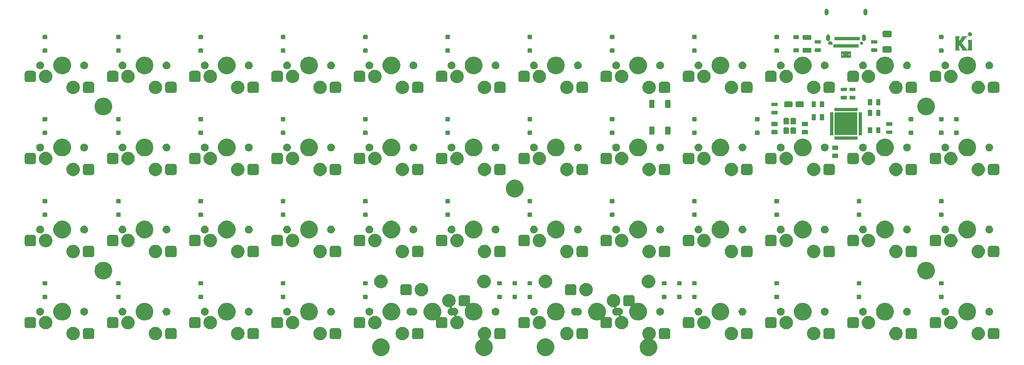
<source format=gbr>
G04 #@! TF.GenerationSoftware,KiCad,Pcbnew,(5.1.4)-1*
G04 #@! TF.CreationDate,2021-07-18T00:57:38-04:00*
G04 #@! TF.ProjectId,ortho-40percent,6f727468-6f2d-4343-9070-657263656e74,rev?*
G04 #@! TF.SameCoordinates,Original*
G04 #@! TF.FileFunction,Soldermask,Top*
G04 #@! TF.FilePolarity,Negative*
%FSLAX46Y46*%
G04 Gerber Fmt 4.6, Leading zero omitted, Abs format (unit mm)*
G04 Created by KiCad (PCBNEW (5.1.4)-1) date 2021-07-18 00:57:38*
%MOMM*%
%LPD*%
G04 APERTURE LIST*
%ADD10C,0.010000*%
%ADD11C,0.100000*%
G04 APERTURE END LIST*
D10*
G36*
X258363747Y-166128400D02*
G01*
X258909059Y-166128400D01*
X258710279Y-166329787D01*
X258380571Y-166692691D01*
X258166151Y-166966815D01*
X258087703Y-167070400D01*
X257993144Y-167190529D01*
X257893050Y-167314202D01*
X257797998Y-167428419D01*
X257718566Y-167520181D01*
X257693468Y-167547760D01*
X257612036Y-167635212D01*
X257681994Y-167726356D01*
X257817436Y-167915604D01*
X257904978Y-168055050D01*
X257959848Y-168137286D01*
X258021124Y-168216612D01*
X258026273Y-168222607D01*
X258095222Y-168305581D01*
X258175747Y-168408137D01*
X258258942Y-168518288D01*
X258335902Y-168624047D01*
X258397719Y-168713425D01*
X258433376Y-168770547D01*
X258468457Y-168823596D01*
X258526986Y-168902062D01*
X258598820Y-168993252D01*
X258673815Y-169084472D01*
X258741828Y-169163032D01*
X258778200Y-169202020D01*
X258802089Y-169228081D01*
X258844363Y-169275406D01*
X258852477Y-169284570D01*
X258914055Y-169354200D01*
X257787600Y-169354200D01*
X257787600Y-169275923D01*
X257770837Y-169199395D01*
X257723607Y-169094149D01*
X257650493Y-168968239D01*
X257556081Y-168829716D01*
X257468542Y-168715533D01*
X257397268Y-168623313D01*
X257331947Y-168532269D01*
X257284777Y-168459535D01*
X257278671Y-168448833D01*
X257238629Y-168382434D01*
X257203342Y-168334284D01*
X257194699Y-168325500D01*
X257160138Y-168286816D01*
X257119915Y-168230250D01*
X257082226Y-168182093D01*
X257051715Y-168160487D01*
X257050414Y-168160400D01*
X257041538Y-168185091D01*
X257034418Y-168256381D01*
X257029264Y-168370092D01*
X257026283Y-168522044D01*
X257025600Y-168656961D01*
X257026284Y-168836263D01*
X257028695Y-168972270D01*
X257033375Y-169072475D01*
X257040863Y-169144369D01*
X257051698Y-169195443D01*
X257066421Y-169233188D01*
X257067244Y-169234811D01*
X257102717Y-169294491D01*
X257134223Y-169332618D01*
X257137094Y-169334761D01*
X257121597Y-169340323D01*
X257062247Y-169345262D01*
X256965986Y-169349312D01*
X256839759Y-169352207D01*
X256690511Y-169353682D01*
X256638794Y-169353811D01*
X256112289Y-169354200D01*
X256141968Y-169284350D01*
X256170141Y-169225758D01*
X256192224Y-169190370D01*
X256196057Y-169161142D01*
X256199657Y-169085781D01*
X256202959Y-168968951D01*
X256205896Y-168815317D01*
X256208399Y-168629546D01*
X256210404Y-168416302D01*
X256211842Y-168180251D01*
X256212647Y-167926059D01*
X256212799Y-167754290D01*
X256212741Y-167450311D01*
X256212470Y-167192912D01*
X256211846Y-166977874D01*
X256210726Y-166800978D01*
X256208969Y-166658004D01*
X256206433Y-166544733D01*
X256202976Y-166456945D01*
X256198457Y-166390421D01*
X256192733Y-166340941D01*
X256185662Y-166304286D01*
X256177104Y-166276237D01*
X256166916Y-166252574D01*
X256161999Y-166242699D01*
X256131244Y-166180869D01*
X256113190Y-166141660D01*
X256111199Y-166135729D01*
X256135335Y-166133507D01*
X256202688Y-166131556D01*
X256305672Y-166129984D01*
X256436706Y-166128901D01*
X256588205Y-166128415D01*
X256621917Y-166128400D01*
X256795060Y-166128664D01*
X256923629Y-166129831D01*
X257013846Y-166132464D01*
X257071937Y-166137123D01*
X257104124Y-166144372D01*
X257116632Y-166154772D01*
X257115686Y-166168885D01*
X257114164Y-166172850D01*
X257080805Y-166261673D01*
X257056739Y-166350181D01*
X257040580Y-166449141D01*
X257030942Y-166569321D01*
X257026440Y-166721488D01*
X257025600Y-166861088D01*
X257025599Y-167280904D01*
X257101799Y-167207900D01*
X257149413Y-167157557D01*
X257175994Y-167120278D01*
X257178000Y-167113483D01*
X257193137Y-167087550D01*
X257232628Y-167034128D01*
X257287588Y-166964145D01*
X257349132Y-166888529D01*
X257408377Y-166818209D01*
X257456439Y-166764114D01*
X257483239Y-166738000D01*
X257505561Y-166710734D01*
X257543936Y-166654630D01*
X257571802Y-166611000D01*
X257630005Y-166523298D01*
X257692951Y-166436698D01*
X257715299Y-166408362D01*
X257760013Y-166341736D01*
X257785408Y-166280643D01*
X257787600Y-166264390D01*
X257788122Y-166220677D01*
X257793791Y-166187502D01*
X257810762Y-166163412D01*
X257845189Y-166146955D01*
X257903226Y-166136677D01*
X257991028Y-166131127D01*
X258114750Y-166128851D01*
X258280545Y-166128396D01*
X258363747Y-166128400D01*
X258363747Y-166128400D01*
G37*
X258363747Y-166128400D02*
X258909059Y-166128400D01*
X258710279Y-166329787D01*
X258380571Y-166692691D01*
X258166151Y-166966815D01*
X258087703Y-167070400D01*
X257993144Y-167190529D01*
X257893050Y-167314202D01*
X257797998Y-167428419D01*
X257718566Y-167520181D01*
X257693468Y-167547760D01*
X257612036Y-167635212D01*
X257681994Y-167726356D01*
X257817436Y-167915604D01*
X257904978Y-168055050D01*
X257959848Y-168137286D01*
X258021124Y-168216612D01*
X258026273Y-168222607D01*
X258095222Y-168305581D01*
X258175747Y-168408137D01*
X258258942Y-168518288D01*
X258335902Y-168624047D01*
X258397719Y-168713425D01*
X258433376Y-168770547D01*
X258468457Y-168823596D01*
X258526986Y-168902062D01*
X258598820Y-168993252D01*
X258673815Y-169084472D01*
X258741828Y-169163032D01*
X258778200Y-169202020D01*
X258802089Y-169228081D01*
X258844363Y-169275406D01*
X258852477Y-169284570D01*
X258914055Y-169354200D01*
X257787600Y-169354200D01*
X257787600Y-169275923D01*
X257770837Y-169199395D01*
X257723607Y-169094149D01*
X257650493Y-168968239D01*
X257556081Y-168829716D01*
X257468542Y-168715533D01*
X257397268Y-168623313D01*
X257331947Y-168532269D01*
X257284777Y-168459535D01*
X257278671Y-168448833D01*
X257238629Y-168382434D01*
X257203342Y-168334284D01*
X257194699Y-168325500D01*
X257160138Y-168286816D01*
X257119915Y-168230250D01*
X257082226Y-168182093D01*
X257051715Y-168160487D01*
X257050414Y-168160400D01*
X257041538Y-168185091D01*
X257034418Y-168256381D01*
X257029264Y-168370092D01*
X257026283Y-168522044D01*
X257025600Y-168656961D01*
X257026284Y-168836263D01*
X257028695Y-168972270D01*
X257033375Y-169072475D01*
X257040863Y-169144369D01*
X257051698Y-169195443D01*
X257066421Y-169233188D01*
X257067244Y-169234811D01*
X257102717Y-169294491D01*
X257134223Y-169332618D01*
X257137094Y-169334761D01*
X257121597Y-169340323D01*
X257062247Y-169345262D01*
X256965986Y-169349312D01*
X256839759Y-169352207D01*
X256690511Y-169353682D01*
X256638794Y-169353811D01*
X256112289Y-169354200D01*
X256141968Y-169284350D01*
X256170141Y-169225758D01*
X256192224Y-169190370D01*
X256196057Y-169161142D01*
X256199657Y-169085781D01*
X256202959Y-168968951D01*
X256205896Y-168815317D01*
X256208399Y-168629546D01*
X256210404Y-168416302D01*
X256211842Y-168180251D01*
X256212647Y-167926059D01*
X256212799Y-167754290D01*
X256212741Y-167450311D01*
X256212470Y-167192912D01*
X256211846Y-166977874D01*
X256210726Y-166800978D01*
X256208969Y-166658004D01*
X256206433Y-166544733D01*
X256202976Y-166456945D01*
X256198457Y-166390421D01*
X256192733Y-166340941D01*
X256185662Y-166304286D01*
X256177104Y-166276237D01*
X256166916Y-166252574D01*
X256161999Y-166242699D01*
X256131244Y-166180869D01*
X256113190Y-166141660D01*
X256111199Y-166135729D01*
X256135335Y-166133507D01*
X256202688Y-166131556D01*
X256305672Y-166129984D01*
X256436706Y-166128901D01*
X256588205Y-166128415D01*
X256621917Y-166128400D01*
X256795060Y-166128664D01*
X256923629Y-166129831D01*
X257013846Y-166132464D01*
X257071937Y-166137123D01*
X257104124Y-166144372D01*
X257116632Y-166154772D01*
X257115686Y-166168885D01*
X257114164Y-166172850D01*
X257080805Y-166261673D01*
X257056739Y-166350181D01*
X257040580Y-166449141D01*
X257030942Y-166569321D01*
X257026440Y-166721488D01*
X257025600Y-166861088D01*
X257025599Y-167280904D01*
X257101799Y-167207900D01*
X257149413Y-167157557D01*
X257175994Y-167120278D01*
X257178000Y-167113483D01*
X257193137Y-167087550D01*
X257232628Y-167034128D01*
X257287588Y-166964145D01*
X257349132Y-166888529D01*
X257408377Y-166818209D01*
X257456439Y-166764114D01*
X257483239Y-166738000D01*
X257505561Y-166710734D01*
X257543936Y-166654630D01*
X257571802Y-166611000D01*
X257630005Y-166523298D01*
X257692951Y-166436698D01*
X257715299Y-166408362D01*
X257760013Y-166341736D01*
X257785408Y-166280643D01*
X257787600Y-166264390D01*
X257788122Y-166220677D01*
X257793791Y-166187502D01*
X257810762Y-166163412D01*
X257845189Y-166146955D01*
X257903226Y-166136677D01*
X257991028Y-166131127D01*
X258114750Y-166128851D01*
X258280545Y-166128396D01*
X258363747Y-166128400D01*
G36*
X259946600Y-168092045D02*
G01*
X259946821Y-168363528D01*
X259947583Y-168588618D01*
X259949026Y-168771721D01*
X259951294Y-168917240D01*
X259954531Y-169029583D01*
X259958878Y-169113155D01*
X259964480Y-169172359D01*
X259971478Y-169211603D01*
X259980016Y-169235292D01*
X259983892Y-169241395D01*
X260010178Y-169278943D01*
X260020891Y-169307085D01*
X260010710Y-169327174D01*
X259974312Y-169340563D01*
X259906376Y-169348605D01*
X259801578Y-169352653D01*
X259654598Y-169354060D01*
X259540200Y-169354200D01*
X259389918Y-169353515D01*
X259258727Y-169351608D01*
X259154427Y-169348702D01*
X259084819Y-169345017D01*
X259057705Y-169340776D01*
X259057600Y-169340488D01*
X259068155Y-169311454D01*
X259094726Y-169254509D01*
X259108400Y-169227200D01*
X259121266Y-169199760D01*
X259131759Y-169169394D01*
X259140120Y-169130920D01*
X259146591Y-169079155D01*
X259151411Y-169008918D01*
X259154822Y-168915027D01*
X259157065Y-168792301D01*
X259158381Y-168635559D01*
X259159010Y-168439617D01*
X259159195Y-168199296D01*
X259159200Y-168134750D01*
X259158947Y-167877269D01*
X259158071Y-167665749D01*
X259156396Y-167495351D01*
X259153748Y-167361238D01*
X259149950Y-167258571D01*
X259144827Y-167182513D01*
X259138203Y-167128226D01*
X259129903Y-167090872D01*
X259120447Y-167066938D01*
X259081695Y-166992000D01*
X259946600Y-166992000D01*
X259946600Y-168092045D01*
X259946600Y-168092045D01*
G37*
X259946600Y-168092045D02*
X259946821Y-168363528D01*
X259947583Y-168588618D01*
X259949026Y-168771721D01*
X259951294Y-168917240D01*
X259954531Y-169029583D01*
X259958878Y-169113155D01*
X259964480Y-169172359D01*
X259971478Y-169211603D01*
X259980016Y-169235292D01*
X259983892Y-169241395D01*
X260010178Y-169278943D01*
X260020891Y-169307085D01*
X260010710Y-169327174D01*
X259974312Y-169340563D01*
X259906376Y-169348605D01*
X259801578Y-169352653D01*
X259654598Y-169354060D01*
X259540200Y-169354200D01*
X259389918Y-169353515D01*
X259258727Y-169351608D01*
X259154427Y-169348702D01*
X259084819Y-169345017D01*
X259057705Y-169340776D01*
X259057600Y-169340488D01*
X259068155Y-169311454D01*
X259094726Y-169254509D01*
X259108400Y-169227200D01*
X259121266Y-169199760D01*
X259131759Y-169169394D01*
X259140120Y-169130920D01*
X259146591Y-169079155D01*
X259151411Y-169008918D01*
X259154822Y-168915027D01*
X259157065Y-168792301D01*
X259158381Y-168635559D01*
X259159010Y-168439617D01*
X259159195Y-168199296D01*
X259159200Y-168134750D01*
X259158947Y-167877269D01*
X259158071Y-167665749D01*
X259156396Y-167495351D01*
X259153748Y-167361238D01*
X259149950Y-167258571D01*
X259144827Y-167182513D01*
X259138203Y-167128226D01*
X259129903Y-167090872D01*
X259120447Y-167066938D01*
X259081695Y-166992000D01*
X259946600Y-166992000D01*
X259946600Y-168092045D01*
G36*
X259705941Y-165225960D02*
G01*
X259823545Y-165292395D01*
X259917023Y-165395045D01*
X259960812Y-165481124D01*
X259991422Y-165619614D01*
X259982321Y-165757591D01*
X259934973Y-165879084D01*
X259922588Y-165897850D01*
X259832149Y-165985408D01*
X259713271Y-166045553D01*
X259580333Y-166075418D01*
X259447713Y-166072134D01*
X259329790Y-166032832D01*
X259309006Y-166020244D01*
X259226737Y-165941394D01*
X259158914Y-165832770D01*
X259116747Y-165715295D01*
X259108400Y-165645799D01*
X259127674Y-165536575D01*
X259178190Y-165422110D01*
X259248982Y-165323158D01*
X259304642Y-165274295D01*
X259436861Y-165213876D01*
X259573837Y-165198776D01*
X259705941Y-165225960D01*
X259705941Y-165225960D01*
G37*
X259705941Y-165225960D02*
X259823545Y-165292395D01*
X259917023Y-165395045D01*
X259960812Y-165481124D01*
X259991422Y-165619614D01*
X259982321Y-165757591D01*
X259934973Y-165879084D01*
X259922588Y-165897850D01*
X259832149Y-165985408D01*
X259713271Y-166045553D01*
X259580333Y-166075418D01*
X259447713Y-166072134D01*
X259329790Y-166032832D01*
X259309006Y-166020244D01*
X259226737Y-165941394D01*
X259158914Y-165832770D01*
X259116747Y-165715295D01*
X259108400Y-165645799D01*
X259127674Y-165536575D01*
X259178190Y-165422110D01*
X259248982Y-165323158D01*
X259304642Y-165274295D01*
X259436861Y-165213876D01*
X259573837Y-165198776D01*
X259705941Y-165225960D01*
D11*
G36*
X185767876Y-233471898D02*
G01*
X185952410Y-233508604D01*
X186234674Y-233625521D01*
X186488705Y-233795259D01*
X186704741Y-234011295D01*
X186874479Y-234265326D01*
X186991396Y-234547590D01*
X187051000Y-234847240D01*
X187051000Y-235152760D01*
X186991396Y-235452410D01*
X186874479Y-235734674D01*
X186704741Y-235988705D01*
X186488705Y-236204741D01*
X186462620Y-236222170D01*
X186443681Y-236237714D01*
X186428136Y-236256656D01*
X186416585Y-236278267D01*
X186409472Y-236301716D01*
X186407071Y-236326102D01*
X186409473Y-236350488D01*
X186416587Y-236373937D01*
X186428138Y-236395547D01*
X186443684Y-236414489D01*
X186462624Y-236430033D01*
X186667436Y-236566884D01*
X186953116Y-236852564D01*
X187177574Y-237188489D01*
X187332182Y-237561746D01*
X187411000Y-237957993D01*
X187411000Y-238362007D01*
X187332182Y-238758254D01*
X187177574Y-239131511D01*
X187177573Y-239131513D01*
X186953116Y-239467436D01*
X186667436Y-239753116D01*
X186331513Y-239977573D01*
X186331512Y-239977574D01*
X186331511Y-239977574D01*
X185958254Y-240132182D01*
X185562007Y-240211000D01*
X185157993Y-240211000D01*
X184761746Y-240132182D01*
X184388489Y-239977574D01*
X184388488Y-239977574D01*
X184388487Y-239977573D01*
X184052564Y-239753116D01*
X183766884Y-239467436D01*
X183542427Y-239131513D01*
X183542426Y-239131511D01*
X183387818Y-238758254D01*
X183309000Y-238362007D01*
X183309000Y-237957993D01*
X183387818Y-237561746D01*
X183542426Y-237188489D01*
X183766884Y-236852564D01*
X184052564Y-236566884D01*
X184388487Y-236342427D01*
X184388489Y-236342426D01*
X184399851Y-236337720D01*
X184421460Y-236326170D01*
X184440402Y-236310625D01*
X184455948Y-236291683D01*
X184467499Y-236270073D01*
X184474613Y-236246624D01*
X184477015Y-236222238D01*
X184474614Y-236197852D01*
X184467501Y-236174403D01*
X184455950Y-236152792D01*
X184440413Y-236133859D01*
X184295259Y-235988705D01*
X184125521Y-235734674D01*
X184008604Y-235452410D01*
X183949000Y-235152760D01*
X183949000Y-234847240D01*
X184008604Y-234547590D01*
X184125521Y-234265326D01*
X184295259Y-234011295D01*
X184511295Y-233795259D01*
X184765326Y-233625521D01*
X185047590Y-233508604D01*
X185232124Y-233471898D01*
X185347239Y-233449000D01*
X185652761Y-233449000D01*
X185767876Y-233471898D01*
X185767876Y-233471898D01*
G37*
G36*
X147767876Y-233471898D02*
G01*
X147952410Y-233508604D01*
X148234674Y-233625521D01*
X148488705Y-233795259D01*
X148704741Y-234011295D01*
X148874479Y-234265326D01*
X148991396Y-234547590D01*
X149051000Y-234847240D01*
X149051000Y-235152760D01*
X148991396Y-235452410D01*
X148874479Y-235734674D01*
X148704741Y-235988705D01*
X148488705Y-236204741D01*
X148462620Y-236222170D01*
X148443681Y-236237714D01*
X148428136Y-236256656D01*
X148416585Y-236278267D01*
X148409472Y-236301716D01*
X148407071Y-236326102D01*
X148409473Y-236350488D01*
X148416587Y-236373937D01*
X148428138Y-236395547D01*
X148443684Y-236414489D01*
X148462624Y-236430033D01*
X148667436Y-236566884D01*
X148953116Y-236852564D01*
X149177574Y-237188489D01*
X149332182Y-237561746D01*
X149411000Y-237957993D01*
X149411000Y-238362007D01*
X149332182Y-238758254D01*
X149177574Y-239131511D01*
X149177573Y-239131513D01*
X148953116Y-239467436D01*
X148667436Y-239753116D01*
X148331513Y-239977573D01*
X148331512Y-239977574D01*
X148331511Y-239977574D01*
X147958254Y-240132182D01*
X147562007Y-240211000D01*
X147157993Y-240211000D01*
X146761746Y-240132182D01*
X146388489Y-239977574D01*
X146388488Y-239977574D01*
X146388487Y-239977573D01*
X146052564Y-239753116D01*
X145766884Y-239467436D01*
X145542427Y-239131513D01*
X145542426Y-239131511D01*
X145387818Y-238758254D01*
X145309000Y-238362007D01*
X145309000Y-237957993D01*
X145387818Y-237561746D01*
X145542426Y-237188489D01*
X145766884Y-236852564D01*
X146052564Y-236566884D01*
X146388487Y-236342427D01*
X146388489Y-236342426D01*
X146399851Y-236337720D01*
X146421460Y-236326170D01*
X146440402Y-236310625D01*
X146455948Y-236291683D01*
X146467499Y-236270073D01*
X146474613Y-236246624D01*
X146477015Y-236222238D01*
X146474614Y-236197852D01*
X146467501Y-236174403D01*
X146455950Y-236152792D01*
X146440413Y-236133859D01*
X146295259Y-235988705D01*
X146125521Y-235734674D01*
X146008604Y-235452410D01*
X145949000Y-235152760D01*
X145949000Y-234847240D01*
X146008604Y-234547590D01*
X146125521Y-234265326D01*
X146295259Y-234011295D01*
X146511295Y-233795259D01*
X146765326Y-233625521D01*
X147047590Y-233508604D01*
X147232124Y-233471898D01*
X147347239Y-233449000D01*
X147652761Y-233449000D01*
X147767876Y-233471898D01*
X147767876Y-233471898D01*
G37*
G36*
X124158254Y-236187818D02*
G01*
X124520152Y-236337721D01*
X124531513Y-236342427D01*
X124639361Y-236414489D01*
X124867436Y-236566884D01*
X125153116Y-236852564D01*
X125377574Y-237188489D01*
X125532182Y-237561746D01*
X125611000Y-237957993D01*
X125611000Y-238362007D01*
X125532182Y-238758254D01*
X125377574Y-239131511D01*
X125377573Y-239131513D01*
X125153116Y-239467436D01*
X124867436Y-239753116D01*
X124531513Y-239977573D01*
X124531512Y-239977574D01*
X124531511Y-239977574D01*
X124158254Y-240132182D01*
X123762007Y-240211000D01*
X123357993Y-240211000D01*
X122961746Y-240132182D01*
X122588489Y-239977574D01*
X122588488Y-239977574D01*
X122588487Y-239977573D01*
X122252564Y-239753116D01*
X121966884Y-239467436D01*
X121742427Y-239131513D01*
X121742426Y-239131511D01*
X121587818Y-238758254D01*
X121509000Y-238362007D01*
X121509000Y-237957993D01*
X121587818Y-237561746D01*
X121742426Y-237188489D01*
X121966884Y-236852564D01*
X122252564Y-236566884D01*
X122480639Y-236414489D01*
X122588487Y-236342427D01*
X122599848Y-236337721D01*
X122961746Y-236187818D01*
X123357993Y-236109000D01*
X123762007Y-236109000D01*
X124158254Y-236187818D01*
X124158254Y-236187818D01*
G37*
G36*
X162158254Y-236187818D02*
G01*
X162520152Y-236337721D01*
X162531513Y-236342427D01*
X162639361Y-236414489D01*
X162867436Y-236566884D01*
X163153116Y-236852564D01*
X163377574Y-237188489D01*
X163532182Y-237561746D01*
X163611000Y-237957993D01*
X163611000Y-238362007D01*
X163532182Y-238758254D01*
X163377574Y-239131511D01*
X163377573Y-239131513D01*
X163153116Y-239467436D01*
X162867436Y-239753116D01*
X162531513Y-239977573D01*
X162531512Y-239977574D01*
X162531511Y-239977574D01*
X162158254Y-240132182D01*
X161762007Y-240211000D01*
X161357993Y-240211000D01*
X160961746Y-240132182D01*
X160588489Y-239977574D01*
X160588488Y-239977574D01*
X160588487Y-239977573D01*
X160252564Y-239753116D01*
X159966884Y-239467436D01*
X159742427Y-239131513D01*
X159742426Y-239131511D01*
X159587818Y-238758254D01*
X159509000Y-238362007D01*
X159509000Y-237957993D01*
X159587818Y-237561746D01*
X159742426Y-237188489D01*
X159966884Y-236852564D01*
X160252564Y-236566884D01*
X160480639Y-236414489D01*
X160588487Y-236342427D01*
X160599848Y-236337721D01*
X160961746Y-236187818D01*
X161357993Y-236109000D01*
X161762007Y-236109000D01*
X162158254Y-236187818D01*
X162158254Y-236187818D01*
G37*
G36*
X71767876Y-233471898D02*
G01*
X71952410Y-233508604D01*
X72234674Y-233625521D01*
X72488705Y-233795259D01*
X72704741Y-234011295D01*
X72874479Y-234265326D01*
X72991396Y-234547590D01*
X73051000Y-234847240D01*
X73051000Y-235152760D01*
X72991396Y-235452410D01*
X72874479Y-235734674D01*
X72704741Y-235988705D01*
X72488705Y-236204741D01*
X72234674Y-236374479D01*
X71952410Y-236491396D01*
X71802585Y-236521198D01*
X71652761Y-236551000D01*
X71347239Y-236551000D01*
X71197415Y-236521198D01*
X71047590Y-236491396D01*
X70765326Y-236374479D01*
X70511295Y-236204741D01*
X70295259Y-235988705D01*
X70125521Y-235734674D01*
X70008604Y-235452410D01*
X69949000Y-235152760D01*
X69949000Y-234847240D01*
X70008604Y-234547590D01*
X70125521Y-234265326D01*
X70295259Y-234011295D01*
X70511295Y-233795259D01*
X70765326Y-233625521D01*
X71047590Y-233508604D01*
X71232124Y-233471898D01*
X71347239Y-233449000D01*
X71652761Y-233449000D01*
X71767876Y-233471898D01*
X71767876Y-233471898D01*
G37*
G36*
X90767876Y-233471898D02*
G01*
X90952410Y-233508604D01*
X91234674Y-233625521D01*
X91488705Y-233795259D01*
X91704741Y-234011295D01*
X91874479Y-234265326D01*
X91991396Y-234547590D01*
X92051000Y-234847240D01*
X92051000Y-235152760D01*
X91991396Y-235452410D01*
X91874479Y-235734674D01*
X91704741Y-235988705D01*
X91488705Y-236204741D01*
X91234674Y-236374479D01*
X90952410Y-236491396D01*
X90802585Y-236521198D01*
X90652761Y-236551000D01*
X90347239Y-236551000D01*
X90197415Y-236521198D01*
X90047590Y-236491396D01*
X89765326Y-236374479D01*
X89511295Y-236204741D01*
X89295259Y-235988705D01*
X89125521Y-235734674D01*
X89008604Y-235452410D01*
X88949000Y-235152760D01*
X88949000Y-234847240D01*
X89008604Y-234547590D01*
X89125521Y-234265326D01*
X89295259Y-234011295D01*
X89511295Y-233795259D01*
X89765326Y-233625521D01*
X90047590Y-233508604D01*
X90232124Y-233471898D01*
X90347239Y-233449000D01*
X90652761Y-233449000D01*
X90767876Y-233471898D01*
X90767876Y-233471898D01*
G37*
G36*
X109767876Y-233471898D02*
G01*
X109952410Y-233508604D01*
X110234674Y-233625521D01*
X110488705Y-233795259D01*
X110704741Y-234011295D01*
X110874479Y-234265326D01*
X110991396Y-234547590D01*
X111051000Y-234847240D01*
X111051000Y-235152760D01*
X110991396Y-235452410D01*
X110874479Y-235734674D01*
X110704741Y-235988705D01*
X110488705Y-236204741D01*
X110234674Y-236374479D01*
X109952410Y-236491396D01*
X109802585Y-236521198D01*
X109652761Y-236551000D01*
X109347239Y-236551000D01*
X109197415Y-236521198D01*
X109047590Y-236491396D01*
X108765326Y-236374479D01*
X108511295Y-236204741D01*
X108295259Y-235988705D01*
X108125521Y-235734674D01*
X108008604Y-235452410D01*
X107949000Y-235152760D01*
X107949000Y-234847240D01*
X108008604Y-234547590D01*
X108125521Y-234265326D01*
X108295259Y-234011295D01*
X108511295Y-233795259D01*
X108765326Y-233625521D01*
X109047590Y-233508604D01*
X109232124Y-233471898D01*
X109347239Y-233449000D01*
X109652761Y-233449000D01*
X109767876Y-233471898D01*
X109767876Y-233471898D01*
G37*
G36*
X128767876Y-233471898D02*
G01*
X128952410Y-233508604D01*
X129234674Y-233625521D01*
X129488705Y-233795259D01*
X129704741Y-234011295D01*
X129874479Y-234265326D01*
X129991396Y-234547590D01*
X130051000Y-234847240D01*
X130051000Y-235152760D01*
X129991396Y-235452410D01*
X129874479Y-235734674D01*
X129704741Y-235988705D01*
X129488705Y-236204741D01*
X129234674Y-236374479D01*
X128952410Y-236491396D01*
X128802585Y-236521198D01*
X128652761Y-236551000D01*
X128347239Y-236551000D01*
X128197415Y-236521198D01*
X128047590Y-236491396D01*
X127765326Y-236374479D01*
X127511295Y-236204741D01*
X127295259Y-235988705D01*
X127125521Y-235734674D01*
X127008604Y-235452410D01*
X126949000Y-235152760D01*
X126949000Y-234847240D01*
X127008604Y-234547590D01*
X127125521Y-234265326D01*
X127295259Y-234011295D01*
X127511295Y-233795259D01*
X127765326Y-233625521D01*
X128047590Y-233508604D01*
X128232124Y-233471898D01*
X128347239Y-233449000D01*
X128652761Y-233449000D01*
X128767876Y-233471898D01*
X128767876Y-233471898D01*
G37*
G36*
X52767876Y-233471898D02*
G01*
X52952410Y-233508604D01*
X53234674Y-233625521D01*
X53488705Y-233795259D01*
X53704741Y-234011295D01*
X53874479Y-234265326D01*
X53991396Y-234547590D01*
X54051000Y-234847240D01*
X54051000Y-235152760D01*
X53991396Y-235452410D01*
X53874479Y-235734674D01*
X53704741Y-235988705D01*
X53488705Y-236204741D01*
X53234674Y-236374479D01*
X52952410Y-236491396D01*
X52802585Y-236521198D01*
X52652761Y-236551000D01*
X52347239Y-236551000D01*
X52197415Y-236521198D01*
X52047590Y-236491396D01*
X51765326Y-236374479D01*
X51511295Y-236204741D01*
X51295259Y-235988705D01*
X51125521Y-235734674D01*
X51008604Y-235452410D01*
X50949000Y-235152760D01*
X50949000Y-234847240D01*
X51008604Y-234547590D01*
X51125521Y-234265326D01*
X51295259Y-234011295D01*
X51511295Y-233795259D01*
X51765326Y-233625521D01*
X52047590Y-233508604D01*
X52232124Y-233471898D01*
X52347239Y-233449000D01*
X52652761Y-233449000D01*
X52767876Y-233471898D01*
X52767876Y-233471898D01*
G37*
G36*
X166767876Y-233471898D02*
G01*
X166952410Y-233508604D01*
X167234674Y-233625521D01*
X167488705Y-233795259D01*
X167704741Y-234011295D01*
X167874479Y-234265326D01*
X167991396Y-234547590D01*
X168051000Y-234847240D01*
X168051000Y-235152760D01*
X167991396Y-235452410D01*
X167874479Y-235734674D01*
X167704741Y-235988705D01*
X167488705Y-236204741D01*
X167234674Y-236374479D01*
X166952410Y-236491396D01*
X166802585Y-236521198D01*
X166652761Y-236551000D01*
X166347239Y-236551000D01*
X166197415Y-236521198D01*
X166047590Y-236491396D01*
X165765326Y-236374479D01*
X165511295Y-236204741D01*
X165295259Y-235988705D01*
X165125521Y-235734674D01*
X165008604Y-235452410D01*
X164949000Y-235152760D01*
X164949000Y-234847240D01*
X165008604Y-234547590D01*
X165125521Y-234265326D01*
X165295259Y-234011295D01*
X165511295Y-233795259D01*
X165765326Y-233625521D01*
X166047590Y-233508604D01*
X166232124Y-233471898D01*
X166347239Y-233449000D01*
X166652761Y-233449000D01*
X166767876Y-233471898D01*
X166767876Y-233471898D01*
G37*
G36*
X261767876Y-233471898D02*
G01*
X261952410Y-233508604D01*
X262234674Y-233625521D01*
X262488705Y-233795259D01*
X262704741Y-234011295D01*
X262874479Y-234265326D01*
X262991396Y-234547590D01*
X263051000Y-234847240D01*
X263051000Y-235152760D01*
X262991396Y-235452410D01*
X262874479Y-235734674D01*
X262704741Y-235988705D01*
X262488705Y-236204741D01*
X262234674Y-236374479D01*
X261952410Y-236491396D01*
X261802585Y-236521198D01*
X261652761Y-236551000D01*
X261347239Y-236551000D01*
X261197415Y-236521198D01*
X261047590Y-236491396D01*
X260765326Y-236374479D01*
X260511295Y-236204741D01*
X260295259Y-235988705D01*
X260125521Y-235734674D01*
X260008604Y-235452410D01*
X259949000Y-235152760D01*
X259949000Y-234847240D01*
X260008604Y-234547590D01*
X260125521Y-234265326D01*
X260295259Y-234011295D01*
X260511295Y-233795259D01*
X260765326Y-233625521D01*
X261047590Y-233508604D01*
X261232124Y-233471898D01*
X261347239Y-233449000D01*
X261652761Y-233449000D01*
X261767876Y-233471898D01*
X261767876Y-233471898D01*
G37*
G36*
X223767876Y-233471898D02*
G01*
X223952410Y-233508604D01*
X224234674Y-233625521D01*
X224488705Y-233795259D01*
X224704741Y-234011295D01*
X224874479Y-234265326D01*
X224991396Y-234547590D01*
X225051000Y-234847240D01*
X225051000Y-235152760D01*
X224991396Y-235452410D01*
X224874479Y-235734674D01*
X224704741Y-235988705D01*
X224488705Y-236204741D01*
X224234674Y-236374479D01*
X223952410Y-236491396D01*
X223802585Y-236521198D01*
X223652761Y-236551000D01*
X223347239Y-236551000D01*
X223197415Y-236521198D01*
X223047590Y-236491396D01*
X222765326Y-236374479D01*
X222511295Y-236204741D01*
X222295259Y-235988705D01*
X222125521Y-235734674D01*
X222008604Y-235452410D01*
X221949000Y-235152760D01*
X221949000Y-234847240D01*
X222008604Y-234547590D01*
X222125521Y-234265326D01*
X222295259Y-234011295D01*
X222511295Y-233795259D01*
X222765326Y-233625521D01*
X223047590Y-233508604D01*
X223232124Y-233471898D01*
X223347239Y-233449000D01*
X223652761Y-233449000D01*
X223767876Y-233471898D01*
X223767876Y-233471898D01*
G37*
G36*
X242767876Y-233471898D02*
G01*
X242952410Y-233508604D01*
X243234674Y-233625521D01*
X243488705Y-233795259D01*
X243704741Y-234011295D01*
X243874479Y-234265326D01*
X243991396Y-234547590D01*
X244051000Y-234847240D01*
X244051000Y-235152760D01*
X243991396Y-235452410D01*
X243874479Y-235734674D01*
X243704741Y-235988705D01*
X243488705Y-236204741D01*
X243234674Y-236374479D01*
X242952410Y-236491396D01*
X242802585Y-236521198D01*
X242652761Y-236551000D01*
X242347239Y-236551000D01*
X242197415Y-236521198D01*
X242047590Y-236491396D01*
X241765326Y-236374479D01*
X241511295Y-236204741D01*
X241295259Y-235988705D01*
X241125521Y-235734674D01*
X241008604Y-235452410D01*
X240949000Y-235152760D01*
X240949000Y-234847240D01*
X241008604Y-234547590D01*
X241125521Y-234265326D01*
X241295259Y-234011295D01*
X241511295Y-233795259D01*
X241765326Y-233625521D01*
X242047590Y-233508604D01*
X242232124Y-233471898D01*
X242347239Y-233449000D01*
X242652761Y-233449000D01*
X242767876Y-233471898D01*
X242767876Y-233471898D01*
G37*
G36*
X204767876Y-233471898D02*
G01*
X204952410Y-233508604D01*
X205234674Y-233625521D01*
X205488705Y-233795259D01*
X205704741Y-234011295D01*
X205874479Y-234265326D01*
X205991396Y-234547590D01*
X206051000Y-234847240D01*
X206051000Y-235152760D01*
X205991396Y-235452410D01*
X205874479Y-235734674D01*
X205704741Y-235988705D01*
X205488705Y-236204741D01*
X205234674Y-236374479D01*
X204952410Y-236491396D01*
X204802585Y-236521198D01*
X204652761Y-236551000D01*
X204347239Y-236551000D01*
X204197415Y-236521198D01*
X204047590Y-236491396D01*
X203765326Y-236374479D01*
X203511295Y-236204741D01*
X203295259Y-235988705D01*
X203125521Y-235734674D01*
X203008604Y-235452410D01*
X202949000Y-235152760D01*
X202949000Y-234847240D01*
X203008604Y-234547590D01*
X203125521Y-234265326D01*
X203295259Y-234011295D01*
X203511295Y-233795259D01*
X203765326Y-233625521D01*
X204047590Y-233508604D01*
X204232124Y-233471898D01*
X204347239Y-233449000D01*
X204652761Y-233449000D01*
X204767876Y-233471898D01*
X204767876Y-233471898D01*
G37*
G36*
X113902593Y-233710891D02*
G01*
X114012789Y-233744319D01*
X114114338Y-233798598D01*
X114203351Y-233871649D01*
X114276402Y-233960662D01*
X114330681Y-234062211D01*
X114364109Y-234172407D01*
X114376000Y-234293140D01*
X114376000Y-235706860D01*
X114364109Y-235827593D01*
X114330681Y-235937789D01*
X114276402Y-236039338D01*
X114203351Y-236128351D01*
X114114338Y-236201402D01*
X114012789Y-236255681D01*
X113902593Y-236289109D01*
X113781860Y-236301000D01*
X112318140Y-236301000D01*
X112197407Y-236289109D01*
X112087211Y-236255681D01*
X111985662Y-236201402D01*
X111896649Y-236128351D01*
X111823598Y-236039338D01*
X111769319Y-235937789D01*
X111735891Y-235827593D01*
X111724000Y-235706860D01*
X111724000Y-234293140D01*
X111735891Y-234172407D01*
X111769319Y-234062211D01*
X111823598Y-233960662D01*
X111896649Y-233871649D01*
X111985662Y-233798598D01*
X112087211Y-233744319D01*
X112197407Y-233710891D01*
X112318140Y-233699000D01*
X113781860Y-233699000D01*
X113902593Y-233710891D01*
X113902593Y-233710891D01*
G37*
G36*
X265902593Y-233710891D02*
G01*
X266012789Y-233744319D01*
X266114338Y-233798598D01*
X266203351Y-233871649D01*
X266276402Y-233960662D01*
X266330681Y-234062211D01*
X266364109Y-234172407D01*
X266376000Y-234293140D01*
X266376000Y-235706860D01*
X266364109Y-235827593D01*
X266330681Y-235937789D01*
X266276402Y-236039338D01*
X266203351Y-236128351D01*
X266114338Y-236201402D01*
X266012789Y-236255681D01*
X265902593Y-236289109D01*
X265781860Y-236301000D01*
X264318140Y-236301000D01*
X264197407Y-236289109D01*
X264087211Y-236255681D01*
X263985662Y-236201402D01*
X263896649Y-236128351D01*
X263823598Y-236039338D01*
X263769319Y-235937789D01*
X263735891Y-235827593D01*
X263724000Y-235706860D01*
X263724000Y-234293140D01*
X263735891Y-234172407D01*
X263769319Y-234062211D01*
X263823598Y-233960662D01*
X263896649Y-233871649D01*
X263985662Y-233798598D01*
X264087211Y-233744319D01*
X264197407Y-233710891D01*
X264318140Y-233699000D01*
X265781860Y-233699000D01*
X265902593Y-233710891D01*
X265902593Y-233710891D01*
G37*
G36*
X151902593Y-233710891D02*
G01*
X152012789Y-233744319D01*
X152114338Y-233798598D01*
X152203351Y-233871649D01*
X152276402Y-233960662D01*
X152330681Y-234062211D01*
X152364109Y-234172407D01*
X152376000Y-234293140D01*
X152376000Y-235706860D01*
X152364109Y-235827593D01*
X152330681Y-235937789D01*
X152276402Y-236039338D01*
X152203351Y-236128351D01*
X152114338Y-236201402D01*
X152012789Y-236255681D01*
X151902593Y-236289109D01*
X151781860Y-236301000D01*
X150318140Y-236301000D01*
X150197407Y-236289109D01*
X150087211Y-236255681D01*
X149985662Y-236201402D01*
X149896649Y-236128351D01*
X149823598Y-236039338D01*
X149769319Y-235937789D01*
X149735891Y-235827593D01*
X149724000Y-235706860D01*
X149724000Y-234293140D01*
X149735891Y-234172407D01*
X149769319Y-234062211D01*
X149823598Y-233960662D01*
X149896649Y-233871649D01*
X149985662Y-233798598D01*
X150087211Y-233744319D01*
X150197407Y-233710891D01*
X150318140Y-233699000D01*
X151781860Y-233699000D01*
X151902593Y-233710891D01*
X151902593Y-233710891D01*
G37*
G36*
X246902593Y-233710891D02*
G01*
X247012789Y-233744319D01*
X247114338Y-233798598D01*
X247203351Y-233871649D01*
X247276402Y-233960662D01*
X247330681Y-234062211D01*
X247364109Y-234172407D01*
X247376000Y-234293140D01*
X247376000Y-235706860D01*
X247364109Y-235827593D01*
X247330681Y-235937789D01*
X247276402Y-236039338D01*
X247203351Y-236128351D01*
X247114338Y-236201402D01*
X247012789Y-236255681D01*
X246902593Y-236289109D01*
X246781860Y-236301000D01*
X245318140Y-236301000D01*
X245197407Y-236289109D01*
X245087211Y-236255681D01*
X244985662Y-236201402D01*
X244896649Y-236128351D01*
X244823598Y-236039338D01*
X244769319Y-235937789D01*
X244735891Y-235827593D01*
X244724000Y-235706860D01*
X244724000Y-234293140D01*
X244735891Y-234172407D01*
X244769319Y-234062211D01*
X244823598Y-233960662D01*
X244896649Y-233871649D01*
X244985662Y-233798598D01*
X245087211Y-233744319D01*
X245197407Y-233710891D01*
X245318140Y-233699000D01*
X246781860Y-233699000D01*
X246902593Y-233710891D01*
X246902593Y-233710891D01*
G37*
G36*
X94902593Y-233710891D02*
G01*
X95012789Y-233744319D01*
X95114338Y-233798598D01*
X95203351Y-233871649D01*
X95276402Y-233960662D01*
X95330681Y-234062211D01*
X95364109Y-234172407D01*
X95376000Y-234293140D01*
X95376000Y-235706860D01*
X95364109Y-235827593D01*
X95330681Y-235937789D01*
X95276402Y-236039338D01*
X95203351Y-236128351D01*
X95114338Y-236201402D01*
X95012789Y-236255681D01*
X94902593Y-236289109D01*
X94781860Y-236301000D01*
X93318140Y-236301000D01*
X93197407Y-236289109D01*
X93087211Y-236255681D01*
X92985662Y-236201402D01*
X92896649Y-236128351D01*
X92823598Y-236039338D01*
X92769319Y-235937789D01*
X92735891Y-235827593D01*
X92724000Y-235706860D01*
X92724000Y-234293140D01*
X92735891Y-234172407D01*
X92769319Y-234062211D01*
X92823598Y-233960662D01*
X92896649Y-233871649D01*
X92985662Y-233798598D01*
X93087211Y-233744319D01*
X93197407Y-233710891D01*
X93318140Y-233699000D01*
X94781860Y-233699000D01*
X94902593Y-233710891D01*
X94902593Y-233710891D01*
G37*
G36*
X227902593Y-233710891D02*
G01*
X228012789Y-233744319D01*
X228114338Y-233798598D01*
X228203351Y-233871649D01*
X228276402Y-233960662D01*
X228330681Y-234062211D01*
X228364109Y-234172407D01*
X228376000Y-234293140D01*
X228376000Y-235706860D01*
X228364109Y-235827593D01*
X228330681Y-235937789D01*
X228276402Y-236039338D01*
X228203351Y-236128351D01*
X228114338Y-236201402D01*
X228012789Y-236255681D01*
X227902593Y-236289109D01*
X227781860Y-236301000D01*
X226318140Y-236301000D01*
X226197407Y-236289109D01*
X226087211Y-236255681D01*
X225985662Y-236201402D01*
X225896649Y-236128351D01*
X225823598Y-236039338D01*
X225769319Y-235937789D01*
X225735891Y-235827593D01*
X225724000Y-235706860D01*
X225724000Y-234293140D01*
X225735891Y-234172407D01*
X225769319Y-234062211D01*
X225823598Y-233960662D01*
X225896649Y-233871649D01*
X225985662Y-233798598D01*
X226087211Y-233744319D01*
X226197407Y-233710891D01*
X226318140Y-233699000D01*
X227781860Y-233699000D01*
X227902593Y-233710891D01*
X227902593Y-233710891D01*
G37*
G36*
X170902593Y-233710891D02*
G01*
X171012789Y-233744319D01*
X171114338Y-233798598D01*
X171203351Y-233871649D01*
X171276402Y-233960662D01*
X171330681Y-234062211D01*
X171364109Y-234172407D01*
X171376000Y-234293140D01*
X171376000Y-235706860D01*
X171364109Y-235827593D01*
X171330681Y-235937789D01*
X171276402Y-236039338D01*
X171203351Y-236128351D01*
X171114338Y-236201402D01*
X171012789Y-236255681D01*
X170902593Y-236289109D01*
X170781860Y-236301000D01*
X169318140Y-236301000D01*
X169197407Y-236289109D01*
X169087211Y-236255681D01*
X168985662Y-236201402D01*
X168896649Y-236128351D01*
X168823598Y-236039338D01*
X168769319Y-235937789D01*
X168735891Y-235827593D01*
X168724000Y-235706860D01*
X168724000Y-234293140D01*
X168735891Y-234172407D01*
X168769319Y-234062211D01*
X168823598Y-233960662D01*
X168896649Y-233871649D01*
X168985662Y-233798598D01*
X169087211Y-233744319D01*
X169197407Y-233710891D01*
X169318140Y-233699000D01*
X170781860Y-233699000D01*
X170902593Y-233710891D01*
X170902593Y-233710891D01*
G37*
G36*
X208902593Y-233710891D02*
G01*
X209012789Y-233744319D01*
X209114338Y-233798598D01*
X209203351Y-233871649D01*
X209276402Y-233960662D01*
X209330681Y-234062211D01*
X209364109Y-234172407D01*
X209376000Y-234293140D01*
X209376000Y-235706860D01*
X209364109Y-235827593D01*
X209330681Y-235937789D01*
X209276402Y-236039338D01*
X209203351Y-236128351D01*
X209114338Y-236201402D01*
X209012789Y-236255681D01*
X208902593Y-236289109D01*
X208781860Y-236301000D01*
X207318140Y-236301000D01*
X207197407Y-236289109D01*
X207087211Y-236255681D01*
X206985662Y-236201402D01*
X206896649Y-236128351D01*
X206823598Y-236039338D01*
X206769319Y-235937789D01*
X206735891Y-235827593D01*
X206724000Y-235706860D01*
X206724000Y-234293140D01*
X206735891Y-234172407D01*
X206769319Y-234062211D01*
X206823598Y-233960662D01*
X206896649Y-233871649D01*
X206985662Y-233798598D01*
X207087211Y-233744319D01*
X207197407Y-233710891D01*
X207318140Y-233699000D01*
X208781860Y-233699000D01*
X208902593Y-233710891D01*
X208902593Y-233710891D01*
G37*
G36*
X75902593Y-233710891D02*
G01*
X76012789Y-233744319D01*
X76114338Y-233798598D01*
X76203351Y-233871649D01*
X76276402Y-233960662D01*
X76330681Y-234062211D01*
X76364109Y-234172407D01*
X76376000Y-234293140D01*
X76376000Y-235706860D01*
X76364109Y-235827593D01*
X76330681Y-235937789D01*
X76276402Y-236039338D01*
X76203351Y-236128351D01*
X76114338Y-236201402D01*
X76012789Y-236255681D01*
X75902593Y-236289109D01*
X75781860Y-236301000D01*
X74318140Y-236301000D01*
X74197407Y-236289109D01*
X74087211Y-236255681D01*
X73985662Y-236201402D01*
X73896649Y-236128351D01*
X73823598Y-236039338D01*
X73769319Y-235937789D01*
X73735891Y-235827593D01*
X73724000Y-235706860D01*
X73724000Y-234293140D01*
X73735891Y-234172407D01*
X73769319Y-234062211D01*
X73823598Y-233960662D01*
X73896649Y-233871649D01*
X73985662Y-233798598D01*
X74087211Y-233744319D01*
X74197407Y-233710891D01*
X74318140Y-233699000D01*
X75781860Y-233699000D01*
X75902593Y-233710891D01*
X75902593Y-233710891D01*
G37*
G36*
X56902593Y-233710891D02*
G01*
X57012789Y-233744319D01*
X57114338Y-233798598D01*
X57203351Y-233871649D01*
X57276402Y-233960662D01*
X57330681Y-234062211D01*
X57364109Y-234172407D01*
X57376000Y-234293140D01*
X57376000Y-235706860D01*
X57364109Y-235827593D01*
X57330681Y-235937789D01*
X57276402Y-236039338D01*
X57203351Y-236128351D01*
X57114338Y-236201402D01*
X57012789Y-236255681D01*
X56902593Y-236289109D01*
X56781860Y-236301000D01*
X55318140Y-236301000D01*
X55197407Y-236289109D01*
X55087211Y-236255681D01*
X54985662Y-236201402D01*
X54896649Y-236128351D01*
X54823598Y-236039338D01*
X54769319Y-235937789D01*
X54735891Y-235827593D01*
X54724000Y-235706860D01*
X54724000Y-234293140D01*
X54735891Y-234172407D01*
X54769319Y-234062211D01*
X54823598Y-233960662D01*
X54896649Y-233871649D01*
X54985662Y-233798598D01*
X55087211Y-233744319D01*
X55197407Y-233710891D01*
X55318140Y-233699000D01*
X56781860Y-233699000D01*
X56902593Y-233710891D01*
X56902593Y-233710891D01*
G37*
G36*
X189902593Y-233710891D02*
G01*
X190012789Y-233744319D01*
X190114338Y-233798598D01*
X190203351Y-233871649D01*
X190276402Y-233960662D01*
X190330681Y-234062211D01*
X190364109Y-234172407D01*
X190376000Y-234293140D01*
X190376000Y-235706860D01*
X190364109Y-235827593D01*
X190330681Y-235937789D01*
X190276402Y-236039338D01*
X190203351Y-236128351D01*
X190114338Y-236201402D01*
X190012789Y-236255681D01*
X189902593Y-236289109D01*
X189781860Y-236301000D01*
X188318140Y-236301000D01*
X188197407Y-236289109D01*
X188087211Y-236255681D01*
X187985662Y-236201402D01*
X187896649Y-236128351D01*
X187823598Y-236039338D01*
X187769319Y-235937789D01*
X187735891Y-235827593D01*
X187724000Y-235706860D01*
X187724000Y-234293140D01*
X187735891Y-234172407D01*
X187769319Y-234062211D01*
X187823598Y-233960662D01*
X187896649Y-233871649D01*
X187985662Y-233798598D01*
X188087211Y-233744319D01*
X188197407Y-233710891D01*
X188318140Y-233699000D01*
X189781860Y-233699000D01*
X189902593Y-233710891D01*
X189902593Y-233710891D01*
G37*
G36*
X132902593Y-233710891D02*
G01*
X133012789Y-233744319D01*
X133114338Y-233798598D01*
X133203351Y-233871649D01*
X133276402Y-233960662D01*
X133330681Y-234062211D01*
X133364109Y-234172407D01*
X133376000Y-234293140D01*
X133376000Y-235706860D01*
X133364109Y-235827593D01*
X133330681Y-235937789D01*
X133276402Y-236039338D01*
X133203351Y-236128351D01*
X133114338Y-236201402D01*
X133012789Y-236255681D01*
X132902593Y-236289109D01*
X132781860Y-236301000D01*
X131318140Y-236301000D01*
X131197407Y-236289109D01*
X131087211Y-236255681D01*
X130985662Y-236201402D01*
X130896649Y-236128351D01*
X130823598Y-236039338D01*
X130769319Y-235937789D01*
X130735891Y-235827593D01*
X130724000Y-235706860D01*
X130724000Y-234293140D01*
X130735891Y-234172407D01*
X130769319Y-234062211D01*
X130823598Y-233960662D01*
X130896649Y-233871649D01*
X130985662Y-233798598D01*
X131087211Y-233744319D01*
X131197407Y-233710891D01*
X131318140Y-233699000D01*
X132781860Y-233699000D01*
X132902593Y-233710891D01*
X132902593Y-233710891D01*
G37*
G36*
X160357096Y-230919808D02*
G01*
X160602410Y-230968604D01*
X160884674Y-231085521D01*
X161138705Y-231255259D01*
X161354741Y-231471295D01*
X161524479Y-231725326D01*
X161641396Y-232007590D01*
X161701000Y-232307240D01*
X161701000Y-232612760D01*
X161641396Y-232912410D01*
X161524479Y-233194674D01*
X161354741Y-233448705D01*
X161138705Y-233664741D01*
X160884674Y-233834479D01*
X160602410Y-233951396D01*
X160452585Y-233981198D01*
X160302761Y-234011000D01*
X159997239Y-234011000D01*
X159847415Y-233981198D01*
X159697590Y-233951396D01*
X159415326Y-233834479D01*
X159161295Y-233664741D01*
X158945259Y-233448705D01*
X158775521Y-233194674D01*
X158658604Y-232912410D01*
X158599000Y-232612760D01*
X158599000Y-232307240D01*
X158658604Y-232007590D01*
X158775521Y-231725326D01*
X158945259Y-231471295D01*
X159161295Y-231255259D01*
X159415326Y-231085521D01*
X159697590Y-230968604D01*
X159942904Y-230919808D01*
X159997239Y-230909000D01*
X160302761Y-230909000D01*
X160357096Y-230919808D01*
X160357096Y-230919808D01*
G37*
G36*
X139537876Y-225851898D02*
G01*
X139722410Y-225888604D01*
X140004674Y-226005521D01*
X140258705Y-226175259D01*
X140474741Y-226391295D01*
X140644479Y-226645326D01*
X140761396Y-226927590D01*
X140821000Y-227227240D01*
X140821000Y-227532760D01*
X140761396Y-227832410D01*
X140644479Y-228114674D01*
X140474741Y-228368705D01*
X140258705Y-228584741D01*
X140004674Y-228754479D01*
X139942279Y-228780324D01*
X139920674Y-228791872D01*
X139901732Y-228807418D01*
X139886187Y-228826360D01*
X139874636Y-228847970D01*
X139867523Y-228871419D01*
X139865121Y-228895806D01*
X139867523Y-228920192D01*
X139874636Y-228943641D01*
X139886187Y-228965251D01*
X139901733Y-228984193D01*
X139920675Y-228999738D01*
X139942285Y-229011289D01*
X139965734Y-229018402D01*
X139968740Y-229019000D01*
X139968741Y-229019000D01*
X140142812Y-229053624D01*
X140162176Y-229061645D01*
X140185612Y-229068755D01*
X140209998Y-229071157D01*
X140234385Y-229068755D01*
X140257824Y-229061645D01*
X140277188Y-229053624D01*
X140426488Y-229023927D01*
X140451258Y-229019000D01*
X140628742Y-229019000D01*
X140653512Y-229023927D01*
X140802812Y-229053624D01*
X140966784Y-229121544D01*
X141114354Y-229220147D01*
X141239853Y-229345646D01*
X141338456Y-229493216D01*
X141406376Y-229657188D01*
X141441000Y-229831259D01*
X141441000Y-230008741D01*
X141406376Y-230182812D01*
X141338456Y-230346784D01*
X141239853Y-230494354D01*
X141114354Y-230619853D01*
X141024226Y-230680074D01*
X141005292Y-230695614D01*
X140989747Y-230714555D01*
X140978196Y-230736166D01*
X140971083Y-230759615D01*
X140968681Y-230784001D01*
X140971083Y-230808387D01*
X140978196Y-230831836D01*
X140989747Y-230853447D01*
X141005293Y-230872389D01*
X141024234Y-230887934D01*
X141045845Y-230899485D01*
X141069294Y-230906598D01*
X141093680Y-230909000D01*
X141302761Y-230909000D01*
X141357096Y-230919808D01*
X141602410Y-230968604D01*
X141884674Y-231085521D01*
X142138705Y-231255259D01*
X142354741Y-231471295D01*
X142524479Y-231725326D01*
X142641396Y-232007590D01*
X142701000Y-232307240D01*
X142701000Y-232612760D01*
X142641396Y-232912410D01*
X142524479Y-233194674D01*
X142354741Y-233448705D01*
X142138705Y-233664741D01*
X141884674Y-233834479D01*
X141602410Y-233951396D01*
X141452585Y-233981198D01*
X141302761Y-234011000D01*
X140997239Y-234011000D01*
X140847415Y-233981198D01*
X140697590Y-233951396D01*
X140415326Y-233834479D01*
X140161295Y-233664741D01*
X139945259Y-233448705D01*
X139775521Y-233194674D01*
X139658604Y-232912410D01*
X139599000Y-232612760D01*
X139599000Y-232307240D01*
X139658604Y-232007590D01*
X139775521Y-231725326D01*
X139945259Y-231471295D01*
X140161295Y-231255259D01*
X140415326Y-231085521D01*
X140477721Y-231059676D01*
X140499326Y-231048128D01*
X140518268Y-231032582D01*
X140533813Y-231013640D01*
X140545364Y-230992030D01*
X140552477Y-230968581D01*
X140554879Y-230944194D01*
X140552477Y-230919808D01*
X140545364Y-230896359D01*
X140533813Y-230874749D01*
X140518267Y-230855807D01*
X140499325Y-230840262D01*
X140477715Y-230828711D01*
X140454266Y-230821598D01*
X140451260Y-230821000D01*
X140451259Y-230821000D01*
X140277188Y-230786376D01*
X140257824Y-230778355D01*
X140234388Y-230771245D01*
X140210002Y-230768843D01*
X140185615Y-230771245D01*
X140162176Y-230778355D01*
X140142812Y-230786376D01*
X139993512Y-230816073D01*
X139968742Y-230821000D01*
X139791258Y-230821000D01*
X139766488Y-230816073D01*
X139617188Y-230786376D01*
X139453216Y-230718456D01*
X139305646Y-230619853D01*
X139180147Y-230494354D01*
X139081544Y-230346784D01*
X139013624Y-230182812D01*
X138979000Y-230008741D01*
X138979000Y-229831259D01*
X139013624Y-229657188D01*
X139081544Y-229493216D01*
X139180147Y-229345646D01*
X139305646Y-229220147D01*
X139395774Y-229159926D01*
X139414708Y-229144386D01*
X139430253Y-229125445D01*
X139441804Y-229103834D01*
X139448917Y-229080385D01*
X139451319Y-229055999D01*
X139448917Y-229031613D01*
X139441804Y-229008164D01*
X139430253Y-228986553D01*
X139414707Y-228967611D01*
X139395766Y-228952066D01*
X139374155Y-228940515D01*
X139350706Y-228933402D01*
X139326320Y-228931000D01*
X139117239Y-228931000D01*
X138940308Y-228895806D01*
X138817590Y-228871396D01*
X138535326Y-228754479D01*
X138281295Y-228584741D01*
X138065259Y-228368705D01*
X137895521Y-228114674D01*
X137778604Y-227832410D01*
X137719000Y-227532760D01*
X137719000Y-227227240D01*
X137778604Y-226927590D01*
X137895521Y-226645326D01*
X138065259Y-226391295D01*
X138281295Y-226175259D01*
X138535326Y-226005521D01*
X138817590Y-225888604D01*
X139002124Y-225851898D01*
X139117239Y-225829000D01*
X139422761Y-225829000D01*
X139537876Y-225851898D01*
X139537876Y-225851898D01*
G37*
G36*
X122357096Y-230919808D02*
G01*
X122602410Y-230968604D01*
X122884674Y-231085521D01*
X123138705Y-231255259D01*
X123354741Y-231471295D01*
X123524479Y-231725326D01*
X123641396Y-232007590D01*
X123701000Y-232307240D01*
X123701000Y-232612760D01*
X123641396Y-232912410D01*
X123524479Y-233194674D01*
X123354741Y-233448705D01*
X123138705Y-233664741D01*
X122884674Y-233834479D01*
X122602410Y-233951396D01*
X122452585Y-233981198D01*
X122302761Y-234011000D01*
X121997239Y-234011000D01*
X121847415Y-233981198D01*
X121697590Y-233951396D01*
X121415326Y-233834479D01*
X121161295Y-233664741D01*
X120945259Y-233448705D01*
X120775521Y-233194674D01*
X120658604Y-232912410D01*
X120599000Y-232612760D01*
X120599000Y-232307240D01*
X120658604Y-232007590D01*
X120775521Y-231725326D01*
X120945259Y-231471295D01*
X121161295Y-231255259D01*
X121415326Y-231085521D01*
X121697590Y-230968604D01*
X121942904Y-230919808D01*
X121997239Y-230909000D01*
X122302761Y-230909000D01*
X122357096Y-230919808D01*
X122357096Y-230919808D01*
G37*
G36*
X255357096Y-230919808D02*
G01*
X255602410Y-230968604D01*
X255884674Y-231085521D01*
X256138705Y-231255259D01*
X256354741Y-231471295D01*
X256524479Y-231725326D01*
X256641396Y-232007590D01*
X256701000Y-232307240D01*
X256701000Y-232612760D01*
X256641396Y-232912410D01*
X256524479Y-233194674D01*
X256354741Y-233448705D01*
X256138705Y-233664741D01*
X255884674Y-233834479D01*
X255602410Y-233951396D01*
X255452585Y-233981198D01*
X255302761Y-234011000D01*
X254997239Y-234011000D01*
X254847415Y-233981198D01*
X254697590Y-233951396D01*
X254415326Y-233834479D01*
X254161295Y-233664741D01*
X253945259Y-233448705D01*
X253775521Y-233194674D01*
X253658604Y-232912410D01*
X253599000Y-232612760D01*
X253599000Y-232307240D01*
X253658604Y-232007590D01*
X253775521Y-231725326D01*
X253945259Y-231471295D01*
X254161295Y-231255259D01*
X254415326Y-231085521D01*
X254697590Y-230968604D01*
X254942904Y-230919808D01*
X254997239Y-230909000D01*
X255302761Y-230909000D01*
X255357096Y-230919808D01*
X255357096Y-230919808D01*
G37*
G36*
X46357096Y-230919808D02*
G01*
X46602410Y-230968604D01*
X46884674Y-231085521D01*
X47138705Y-231255259D01*
X47354741Y-231471295D01*
X47524479Y-231725326D01*
X47641396Y-232007590D01*
X47701000Y-232307240D01*
X47701000Y-232612760D01*
X47641396Y-232912410D01*
X47524479Y-233194674D01*
X47354741Y-233448705D01*
X47138705Y-233664741D01*
X46884674Y-233834479D01*
X46602410Y-233951396D01*
X46452585Y-233981198D01*
X46302761Y-234011000D01*
X45997239Y-234011000D01*
X45847415Y-233981198D01*
X45697590Y-233951396D01*
X45415326Y-233834479D01*
X45161295Y-233664741D01*
X44945259Y-233448705D01*
X44775521Y-233194674D01*
X44658604Y-232912410D01*
X44599000Y-232612760D01*
X44599000Y-232307240D01*
X44658604Y-232007590D01*
X44775521Y-231725326D01*
X44945259Y-231471295D01*
X45161295Y-231255259D01*
X45415326Y-231085521D01*
X45697590Y-230968604D01*
X45942904Y-230919808D01*
X45997239Y-230909000D01*
X46302761Y-230909000D01*
X46357096Y-230919808D01*
X46357096Y-230919808D01*
G37*
G36*
X177537876Y-225851898D02*
G01*
X177722410Y-225888604D01*
X178004674Y-226005521D01*
X178258705Y-226175259D01*
X178474741Y-226391295D01*
X178644479Y-226645326D01*
X178761396Y-226927590D01*
X178821000Y-227227240D01*
X178821000Y-227532760D01*
X178761396Y-227832410D01*
X178644479Y-228114674D01*
X178474741Y-228368705D01*
X178258705Y-228584741D01*
X178004674Y-228754479D01*
X177942279Y-228780324D01*
X177920674Y-228791872D01*
X177901732Y-228807418D01*
X177886187Y-228826360D01*
X177874636Y-228847970D01*
X177867523Y-228871419D01*
X177865121Y-228895806D01*
X177867523Y-228920192D01*
X177874636Y-228943641D01*
X177886187Y-228965251D01*
X177901733Y-228984193D01*
X177920675Y-228999738D01*
X177942285Y-229011289D01*
X177965734Y-229018402D01*
X177968740Y-229019000D01*
X177968741Y-229019000D01*
X178142812Y-229053624D01*
X178162176Y-229061645D01*
X178185612Y-229068755D01*
X178209998Y-229071157D01*
X178234385Y-229068755D01*
X178257824Y-229061645D01*
X178277188Y-229053624D01*
X178426488Y-229023927D01*
X178451258Y-229019000D01*
X178628742Y-229019000D01*
X178653512Y-229023927D01*
X178802812Y-229053624D01*
X178966784Y-229121544D01*
X179114354Y-229220147D01*
X179239853Y-229345646D01*
X179338456Y-229493216D01*
X179406376Y-229657188D01*
X179441000Y-229831259D01*
X179441000Y-230008741D01*
X179406376Y-230182812D01*
X179338456Y-230346784D01*
X179239853Y-230494354D01*
X179114354Y-230619853D01*
X179024226Y-230680074D01*
X179005292Y-230695614D01*
X178989747Y-230714555D01*
X178978196Y-230736166D01*
X178971083Y-230759615D01*
X178968681Y-230784001D01*
X178971083Y-230808387D01*
X178978196Y-230831836D01*
X178989747Y-230853447D01*
X179005293Y-230872389D01*
X179024234Y-230887934D01*
X179045845Y-230899485D01*
X179069294Y-230906598D01*
X179093680Y-230909000D01*
X179302761Y-230909000D01*
X179357096Y-230919808D01*
X179602410Y-230968604D01*
X179884674Y-231085521D01*
X180138705Y-231255259D01*
X180354741Y-231471295D01*
X180524479Y-231725326D01*
X180641396Y-232007590D01*
X180701000Y-232307240D01*
X180701000Y-232612760D01*
X180641396Y-232912410D01*
X180524479Y-233194674D01*
X180354741Y-233448705D01*
X180138705Y-233664741D01*
X179884674Y-233834479D01*
X179602410Y-233951396D01*
X179452585Y-233981198D01*
X179302761Y-234011000D01*
X178997239Y-234011000D01*
X178847415Y-233981198D01*
X178697590Y-233951396D01*
X178415326Y-233834479D01*
X178161295Y-233664741D01*
X177945259Y-233448705D01*
X177775521Y-233194674D01*
X177658604Y-232912410D01*
X177599000Y-232612760D01*
X177599000Y-232307240D01*
X177658604Y-232007590D01*
X177775521Y-231725326D01*
X177945259Y-231471295D01*
X178161295Y-231255259D01*
X178415326Y-231085521D01*
X178477721Y-231059676D01*
X178499326Y-231048128D01*
X178518268Y-231032582D01*
X178533813Y-231013640D01*
X178545364Y-230992030D01*
X178552477Y-230968581D01*
X178554879Y-230944194D01*
X178552477Y-230919808D01*
X178545364Y-230896359D01*
X178533813Y-230874749D01*
X178518267Y-230855807D01*
X178499325Y-230840262D01*
X178477715Y-230828711D01*
X178454266Y-230821598D01*
X178451260Y-230821000D01*
X178451259Y-230821000D01*
X178277188Y-230786376D01*
X178257824Y-230778355D01*
X178234388Y-230771245D01*
X178210002Y-230768843D01*
X178185615Y-230771245D01*
X178162176Y-230778355D01*
X178142812Y-230786376D01*
X177993512Y-230816073D01*
X177968742Y-230821000D01*
X177791258Y-230821000D01*
X177766488Y-230816073D01*
X177617188Y-230786376D01*
X177453216Y-230718456D01*
X177305646Y-230619853D01*
X177180147Y-230494354D01*
X177081544Y-230346784D01*
X177013624Y-230182812D01*
X176979000Y-230008741D01*
X176979000Y-229831259D01*
X177013624Y-229657188D01*
X177081544Y-229493216D01*
X177180147Y-229345646D01*
X177305646Y-229220147D01*
X177395774Y-229159926D01*
X177414708Y-229144386D01*
X177430253Y-229125445D01*
X177441804Y-229103834D01*
X177448917Y-229080385D01*
X177451319Y-229055999D01*
X177448917Y-229031613D01*
X177441804Y-229008164D01*
X177430253Y-228986553D01*
X177414707Y-228967611D01*
X177395766Y-228952066D01*
X177374155Y-228940515D01*
X177350706Y-228933402D01*
X177326320Y-228931000D01*
X177117239Y-228931000D01*
X176940308Y-228895806D01*
X176817590Y-228871396D01*
X176535326Y-228754479D01*
X176281295Y-228584741D01*
X176065259Y-228368705D01*
X175895521Y-228114674D01*
X175778604Y-227832410D01*
X175719000Y-227532760D01*
X175719000Y-227227240D01*
X175778604Y-226927590D01*
X175895521Y-226645326D01*
X176065259Y-226391295D01*
X176281295Y-226175259D01*
X176535326Y-226005521D01*
X176817590Y-225888604D01*
X177002124Y-225851898D01*
X177117239Y-225829000D01*
X177422761Y-225829000D01*
X177537876Y-225851898D01*
X177537876Y-225851898D01*
G37*
G36*
X65357096Y-230919808D02*
G01*
X65602410Y-230968604D01*
X65884674Y-231085521D01*
X66138705Y-231255259D01*
X66354741Y-231471295D01*
X66524479Y-231725326D01*
X66641396Y-232007590D01*
X66701000Y-232307240D01*
X66701000Y-232612760D01*
X66641396Y-232912410D01*
X66524479Y-233194674D01*
X66354741Y-233448705D01*
X66138705Y-233664741D01*
X65884674Y-233834479D01*
X65602410Y-233951396D01*
X65452585Y-233981198D01*
X65302761Y-234011000D01*
X64997239Y-234011000D01*
X64847415Y-233981198D01*
X64697590Y-233951396D01*
X64415326Y-233834479D01*
X64161295Y-233664741D01*
X63945259Y-233448705D01*
X63775521Y-233194674D01*
X63658604Y-232912410D01*
X63599000Y-232612760D01*
X63599000Y-232307240D01*
X63658604Y-232007590D01*
X63775521Y-231725326D01*
X63945259Y-231471295D01*
X64161295Y-231255259D01*
X64415326Y-231085521D01*
X64697590Y-230968604D01*
X64942904Y-230919808D01*
X64997239Y-230909000D01*
X65302761Y-230909000D01*
X65357096Y-230919808D01*
X65357096Y-230919808D01*
G37*
G36*
X236357096Y-230919808D02*
G01*
X236602410Y-230968604D01*
X236884674Y-231085521D01*
X237138705Y-231255259D01*
X237354741Y-231471295D01*
X237524479Y-231725326D01*
X237641396Y-232007590D01*
X237701000Y-232307240D01*
X237701000Y-232612760D01*
X237641396Y-232912410D01*
X237524479Y-233194674D01*
X237354741Y-233448705D01*
X237138705Y-233664741D01*
X236884674Y-233834479D01*
X236602410Y-233951396D01*
X236452585Y-233981198D01*
X236302761Y-234011000D01*
X235997239Y-234011000D01*
X235847415Y-233981198D01*
X235697590Y-233951396D01*
X235415326Y-233834479D01*
X235161295Y-233664741D01*
X234945259Y-233448705D01*
X234775521Y-233194674D01*
X234658604Y-232912410D01*
X234599000Y-232612760D01*
X234599000Y-232307240D01*
X234658604Y-232007590D01*
X234775521Y-231725326D01*
X234945259Y-231471295D01*
X235161295Y-231255259D01*
X235415326Y-231085521D01*
X235697590Y-230968604D01*
X235942904Y-230919808D01*
X235997239Y-230909000D01*
X236302761Y-230909000D01*
X236357096Y-230919808D01*
X236357096Y-230919808D01*
G37*
G36*
X198357096Y-230919808D02*
G01*
X198602410Y-230968604D01*
X198884674Y-231085521D01*
X199138705Y-231255259D01*
X199354741Y-231471295D01*
X199524479Y-231725326D01*
X199641396Y-232007590D01*
X199701000Y-232307240D01*
X199701000Y-232612760D01*
X199641396Y-232912410D01*
X199524479Y-233194674D01*
X199354741Y-233448705D01*
X199138705Y-233664741D01*
X198884674Y-233834479D01*
X198602410Y-233951396D01*
X198452585Y-233981198D01*
X198302761Y-234011000D01*
X197997239Y-234011000D01*
X197847415Y-233981198D01*
X197697590Y-233951396D01*
X197415326Y-233834479D01*
X197161295Y-233664741D01*
X196945259Y-233448705D01*
X196775521Y-233194674D01*
X196658604Y-232912410D01*
X196599000Y-232612760D01*
X196599000Y-232307240D01*
X196658604Y-232007590D01*
X196775521Y-231725326D01*
X196945259Y-231471295D01*
X197161295Y-231255259D01*
X197415326Y-231085521D01*
X197697590Y-230968604D01*
X197942904Y-230919808D01*
X197997239Y-230909000D01*
X198302761Y-230909000D01*
X198357096Y-230919808D01*
X198357096Y-230919808D01*
G37*
G36*
X103357096Y-230919808D02*
G01*
X103602410Y-230968604D01*
X103884674Y-231085521D01*
X104138705Y-231255259D01*
X104354741Y-231471295D01*
X104524479Y-231725326D01*
X104641396Y-232007590D01*
X104701000Y-232307240D01*
X104701000Y-232612760D01*
X104641396Y-232912410D01*
X104524479Y-233194674D01*
X104354741Y-233448705D01*
X104138705Y-233664741D01*
X103884674Y-233834479D01*
X103602410Y-233951396D01*
X103452585Y-233981198D01*
X103302761Y-234011000D01*
X102997239Y-234011000D01*
X102847415Y-233981198D01*
X102697590Y-233951396D01*
X102415326Y-233834479D01*
X102161295Y-233664741D01*
X101945259Y-233448705D01*
X101775521Y-233194674D01*
X101658604Y-232912410D01*
X101599000Y-232612760D01*
X101599000Y-232307240D01*
X101658604Y-232007590D01*
X101775521Y-231725326D01*
X101945259Y-231471295D01*
X102161295Y-231255259D01*
X102415326Y-231085521D01*
X102697590Y-230968604D01*
X102942904Y-230919808D01*
X102997239Y-230909000D01*
X103302761Y-230909000D01*
X103357096Y-230919808D01*
X103357096Y-230919808D01*
G37*
G36*
X217357096Y-230919808D02*
G01*
X217602410Y-230968604D01*
X217884674Y-231085521D01*
X218138705Y-231255259D01*
X218354741Y-231471295D01*
X218524479Y-231725326D01*
X218641396Y-232007590D01*
X218701000Y-232307240D01*
X218701000Y-232612760D01*
X218641396Y-232912410D01*
X218524479Y-233194674D01*
X218354741Y-233448705D01*
X218138705Y-233664741D01*
X217884674Y-233834479D01*
X217602410Y-233951396D01*
X217452585Y-233981198D01*
X217302761Y-234011000D01*
X216997239Y-234011000D01*
X216847415Y-233981198D01*
X216697590Y-233951396D01*
X216415326Y-233834479D01*
X216161295Y-233664741D01*
X215945259Y-233448705D01*
X215775521Y-233194674D01*
X215658604Y-232912410D01*
X215599000Y-232612760D01*
X215599000Y-232307240D01*
X215658604Y-232007590D01*
X215775521Y-231725326D01*
X215945259Y-231471295D01*
X216161295Y-231255259D01*
X216415326Y-231085521D01*
X216697590Y-230968604D01*
X216942904Y-230919808D01*
X216997239Y-230909000D01*
X217302761Y-230909000D01*
X217357096Y-230919808D01*
X217357096Y-230919808D01*
G37*
G36*
X84357096Y-230919808D02*
G01*
X84602410Y-230968604D01*
X84884674Y-231085521D01*
X85138705Y-231255259D01*
X85354741Y-231471295D01*
X85524479Y-231725326D01*
X85641396Y-232007590D01*
X85701000Y-232307240D01*
X85701000Y-232612760D01*
X85641396Y-232912410D01*
X85524479Y-233194674D01*
X85354741Y-233448705D01*
X85138705Y-233664741D01*
X84884674Y-233834479D01*
X84602410Y-233951396D01*
X84452585Y-233981198D01*
X84302761Y-234011000D01*
X83997239Y-234011000D01*
X83847415Y-233981198D01*
X83697590Y-233951396D01*
X83415326Y-233834479D01*
X83161295Y-233664741D01*
X82945259Y-233448705D01*
X82775521Y-233194674D01*
X82658604Y-232912410D01*
X82599000Y-232612760D01*
X82599000Y-232307240D01*
X82658604Y-232007590D01*
X82775521Y-231725326D01*
X82945259Y-231471295D01*
X83161295Y-231255259D01*
X83415326Y-231085521D01*
X83697590Y-230968604D01*
X83942904Y-230919808D01*
X83997239Y-230909000D01*
X84302761Y-230909000D01*
X84357096Y-230919808D01*
X84357096Y-230919808D01*
G37*
G36*
X233452593Y-231170891D02*
G01*
X233562789Y-231204319D01*
X233664338Y-231258598D01*
X233753351Y-231331649D01*
X233826402Y-231420662D01*
X233880681Y-231522211D01*
X233914109Y-231632407D01*
X233926000Y-231753140D01*
X233926000Y-233166860D01*
X233914109Y-233287593D01*
X233880681Y-233397789D01*
X233826402Y-233499338D01*
X233753351Y-233588351D01*
X233664338Y-233661402D01*
X233562789Y-233715681D01*
X233452593Y-233749109D01*
X233331860Y-233761000D01*
X231868140Y-233761000D01*
X231747407Y-233749109D01*
X231637211Y-233715681D01*
X231535662Y-233661402D01*
X231446649Y-233588351D01*
X231373598Y-233499338D01*
X231319319Y-233397789D01*
X231285891Y-233287593D01*
X231274000Y-233166860D01*
X231274000Y-231753140D01*
X231285891Y-231632407D01*
X231319319Y-231522211D01*
X231373598Y-231420662D01*
X231446649Y-231331649D01*
X231535662Y-231258598D01*
X231637211Y-231204319D01*
X231747407Y-231170891D01*
X231868140Y-231159000D01*
X233331860Y-231159000D01*
X233452593Y-231170891D01*
X233452593Y-231170891D01*
G37*
G36*
X214452593Y-231170891D02*
G01*
X214562789Y-231204319D01*
X214664338Y-231258598D01*
X214753351Y-231331649D01*
X214826402Y-231420662D01*
X214880681Y-231522211D01*
X214914109Y-231632407D01*
X214926000Y-231753140D01*
X214926000Y-233166860D01*
X214914109Y-233287593D01*
X214880681Y-233397789D01*
X214826402Y-233499338D01*
X214753351Y-233588351D01*
X214664338Y-233661402D01*
X214562789Y-233715681D01*
X214452593Y-233749109D01*
X214331860Y-233761000D01*
X212868140Y-233761000D01*
X212747407Y-233749109D01*
X212637211Y-233715681D01*
X212535662Y-233661402D01*
X212446649Y-233588351D01*
X212373598Y-233499338D01*
X212319319Y-233397789D01*
X212285891Y-233287593D01*
X212274000Y-233166860D01*
X212274000Y-231753140D01*
X212285891Y-231632407D01*
X212319319Y-231522211D01*
X212373598Y-231420662D01*
X212446649Y-231331649D01*
X212535662Y-231258598D01*
X212637211Y-231204319D01*
X212747407Y-231170891D01*
X212868140Y-231159000D01*
X214331860Y-231159000D01*
X214452593Y-231170891D01*
X214452593Y-231170891D01*
G37*
G36*
X252452593Y-231170891D02*
G01*
X252562789Y-231204319D01*
X252664338Y-231258598D01*
X252753351Y-231331649D01*
X252826402Y-231420662D01*
X252880681Y-231522211D01*
X252914109Y-231632407D01*
X252926000Y-231753140D01*
X252926000Y-233166860D01*
X252914109Y-233287593D01*
X252880681Y-233397789D01*
X252826402Y-233499338D01*
X252753351Y-233588351D01*
X252664338Y-233661402D01*
X252562789Y-233715681D01*
X252452593Y-233749109D01*
X252331860Y-233761000D01*
X250868140Y-233761000D01*
X250747407Y-233749109D01*
X250637211Y-233715681D01*
X250535662Y-233661402D01*
X250446649Y-233588351D01*
X250373598Y-233499338D01*
X250319319Y-233397789D01*
X250285891Y-233287593D01*
X250274000Y-233166860D01*
X250274000Y-231753140D01*
X250285891Y-231632407D01*
X250319319Y-231522211D01*
X250373598Y-231420662D01*
X250446649Y-231331649D01*
X250535662Y-231258598D01*
X250637211Y-231204319D01*
X250747407Y-231170891D01*
X250868140Y-231159000D01*
X252331860Y-231159000D01*
X252452593Y-231170891D01*
X252452593Y-231170891D01*
G37*
G36*
X43452593Y-231170891D02*
G01*
X43562789Y-231204319D01*
X43664338Y-231258598D01*
X43753351Y-231331649D01*
X43826402Y-231420662D01*
X43880681Y-231522211D01*
X43914109Y-231632407D01*
X43926000Y-231753140D01*
X43926000Y-233166860D01*
X43914109Y-233287593D01*
X43880681Y-233397789D01*
X43826402Y-233499338D01*
X43753351Y-233588351D01*
X43664338Y-233661402D01*
X43562789Y-233715681D01*
X43452593Y-233749109D01*
X43331860Y-233761000D01*
X41868140Y-233761000D01*
X41747407Y-233749109D01*
X41637211Y-233715681D01*
X41535662Y-233661402D01*
X41446649Y-233588351D01*
X41373598Y-233499338D01*
X41319319Y-233397789D01*
X41285891Y-233287593D01*
X41274000Y-233166860D01*
X41274000Y-231753140D01*
X41285891Y-231632407D01*
X41319319Y-231522211D01*
X41373598Y-231420662D01*
X41446649Y-231331649D01*
X41535662Y-231258598D01*
X41637211Y-231204319D01*
X41747407Y-231170891D01*
X41868140Y-231159000D01*
X43331860Y-231159000D01*
X43452593Y-231170891D01*
X43452593Y-231170891D01*
G37*
G36*
X174058254Y-227947818D02*
G01*
X174393931Y-228086860D01*
X174431513Y-228102427D01*
X174767436Y-228326884D01*
X175053116Y-228612564D01*
X175267494Y-228933402D01*
X175277574Y-228948489D01*
X175432182Y-229321746D01*
X175511000Y-229717993D01*
X175511000Y-230122007D01*
X175432182Y-230518254D01*
X175277574Y-230891512D01*
X175228768Y-230964555D01*
X175217217Y-230986166D01*
X175210104Y-231009615D01*
X175207702Y-231034001D01*
X175210104Y-231058387D01*
X175217217Y-231081836D01*
X175228768Y-231103447D01*
X175244314Y-231122389D01*
X175263255Y-231137934D01*
X175284866Y-231149485D01*
X175308315Y-231156598D01*
X175332701Y-231159000D01*
X176331860Y-231159000D01*
X176452593Y-231170891D01*
X176562789Y-231204319D01*
X176664338Y-231258598D01*
X176753351Y-231331649D01*
X176826402Y-231420662D01*
X176880681Y-231522211D01*
X176914109Y-231632407D01*
X176926000Y-231753140D01*
X176926000Y-233166860D01*
X176914109Y-233287593D01*
X176880681Y-233397789D01*
X176826402Y-233499338D01*
X176753351Y-233588351D01*
X176664338Y-233661402D01*
X176562789Y-233715681D01*
X176452593Y-233749109D01*
X176331860Y-233761000D01*
X174868140Y-233761000D01*
X174747407Y-233749109D01*
X174637211Y-233715681D01*
X174535662Y-233661402D01*
X174446649Y-233588351D01*
X174373598Y-233499338D01*
X174319319Y-233397789D01*
X174285891Y-233287593D01*
X174274000Y-233166860D01*
X174274000Y-231989891D01*
X174271598Y-231965505D01*
X174264485Y-231942056D01*
X174252934Y-231920445D01*
X174237389Y-231901503D01*
X174218447Y-231885958D01*
X174196836Y-231874407D01*
X174173387Y-231867294D01*
X174149001Y-231864892D01*
X174124615Y-231867294D01*
X174101166Y-231874407D01*
X174058255Y-231892181D01*
X174058254Y-231892181D01*
X174058252Y-231892182D01*
X173662007Y-231971000D01*
X173257993Y-231971000D01*
X172861746Y-231892182D01*
X172488489Y-231737574D01*
X172488488Y-231737574D01*
X172488487Y-231737573D01*
X172152564Y-231513116D01*
X171866884Y-231227436D01*
X171642427Y-230891513D01*
X171642426Y-230891511D01*
X171487818Y-230518254D01*
X171409000Y-230122007D01*
X171409000Y-229717993D01*
X171487818Y-229321746D01*
X171642426Y-228948489D01*
X171652507Y-228933402D01*
X171866884Y-228612564D01*
X172152564Y-228326884D01*
X172488487Y-228102427D01*
X172526069Y-228086860D01*
X172861746Y-227947818D01*
X173257993Y-227869000D01*
X173662007Y-227869000D01*
X174058254Y-227947818D01*
X174058254Y-227947818D01*
G37*
G36*
X62452593Y-231170891D02*
G01*
X62562789Y-231204319D01*
X62664338Y-231258598D01*
X62753351Y-231331649D01*
X62826402Y-231420662D01*
X62880681Y-231522211D01*
X62914109Y-231632407D01*
X62926000Y-231753140D01*
X62926000Y-233166860D01*
X62914109Y-233287593D01*
X62880681Y-233397789D01*
X62826402Y-233499338D01*
X62753351Y-233588351D01*
X62664338Y-233661402D01*
X62562789Y-233715681D01*
X62452593Y-233749109D01*
X62331860Y-233761000D01*
X60868140Y-233761000D01*
X60747407Y-233749109D01*
X60637211Y-233715681D01*
X60535662Y-233661402D01*
X60446649Y-233588351D01*
X60373598Y-233499338D01*
X60319319Y-233397789D01*
X60285891Y-233287593D01*
X60274000Y-233166860D01*
X60274000Y-231753140D01*
X60285891Y-231632407D01*
X60319319Y-231522211D01*
X60373598Y-231420662D01*
X60446649Y-231331649D01*
X60535662Y-231258598D01*
X60637211Y-231204319D01*
X60747407Y-231170891D01*
X60868140Y-231159000D01*
X62331860Y-231159000D01*
X62452593Y-231170891D01*
X62452593Y-231170891D01*
G37*
G36*
X81452593Y-231170891D02*
G01*
X81562789Y-231204319D01*
X81664338Y-231258598D01*
X81753351Y-231331649D01*
X81826402Y-231420662D01*
X81880681Y-231522211D01*
X81914109Y-231632407D01*
X81926000Y-231753140D01*
X81926000Y-233166860D01*
X81914109Y-233287593D01*
X81880681Y-233397789D01*
X81826402Y-233499338D01*
X81753351Y-233588351D01*
X81664338Y-233661402D01*
X81562789Y-233715681D01*
X81452593Y-233749109D01*
X81331860Y-233761000D01*
X79868140Y-233761000D01*
X79747407Y-233749109D01*
X79637211Y-233715681D01*
X79535662Y-233661402D01*
X79446649Y-233588351D01*
X79373598Y-233499338D01*
X79319319Y-233397789D01*
X79285891Y-233287593D01*
X79274000Y-233166860D01*
X79274000Y-231753140D01*
X79285891Y-231632407D01*
X79319319Y-231522211D01*
X79373598Y-231420662D01*
X79446649Y-231331649D01*
X79535662Y-231258598D01*
X79637211Y-231204319D01*
X79747407Y-231170891D01*
X79868140Y-231159000D01*
X81331860Y-231159000D01*
X81452593Y-231170891D01*
X81452593Y-231170891D01*
G37*
G36*
X157452593Y-231170891D02*
G01*
X157562789Y-231204319D01*
X157664338Y-231258598D01*
X157753351Y-231331649D01*
X157826402Y-231420662D01*
X157880681Y-231522211D01*
X157914109Y-231632407D01*
X157926000Y-231753140D01*
X157926000Y-233166860D01*
X157914109Y-233287593D01*
X157880681Y-233397789D01*
X157826402Y-233499338D01*
X157753351Y-233588351D01*
X157664338Y-233661402D01*
X157562789Y-233715681D01*
X157452593Y-233749109D01*
X157331860Y-233761000D01*
X155868140Y-233761000D01*
X155747407Y-233749109D01*
X155637211Y-233715681D01*
X155535662Y-233661402D01*
X155446649Y-233588351D01*
X155373598Y-233499338D01*
X155319319Y-233397789D01*
X155285891Y-233287593D01*
X155274000Y-233166860D01*
X155274000Y-231753140D01*
X155285891Y-231632407D01*
X155319319Y-231522211D01*
X155373598Y-231420662D01*
X155446649Y-231331649D01*
X155535662Y-231258598D01*
X155637211Y-231204319D01*
X155747407Y-231170891D01*
X155868140Y-231159000D01*
X157331860Y-231159000D01*
X157452593Y-231170891D01*
X157452593Y-231170891D01*
G37*
G36*
X119452593Y-231170891D02*
G01*
X119562789Y-231204319D01*
X119664338Y-231258598D01*
X119753351Y-231331649D01*
X119826402Y-231420662D01*
X119880681Y-231522211D01*
X119914109Y-231632407D01*
X119926000Y-231753140D01*
X119926000Y-233166860D01*
X119914109Y-233287593D01*
X119880681Y-233397789D01*
X119826402Y-233499338D01*
X119753351Y-233588351D01*
X119664338Y-233661402D01*
X119562789Y-233715681D01*
X119452593Y-233749109D01*
X119331860Y-233761000D01*
X117868140Y-233761000D01*
X117747407Y-233749109D01*
X117637211Y-233715681D01*
X117535662Y-233661402D01*
X117446649Y-233588351D01*
X117373598Y-233499338D01*
X117319319Y-233397789D01*
X117285891Y-233287593D01*
X117274000Y-233166860D01*
X117274000Y-231753140D01*
X117285891Y-231632407D01*
X117319319Y-231522211D01*
X117373598Y-231420662D01*
X117446649Y-231331649D01*
X117535662Y-231258598D01*
X117637211Y-231204319D01*
X117747407Y-231170891D01*
X117868140Y-231159000D01*
X119331860Y-231159000D01*
X119452593Y-231170891D01*
X119452593Y-231170891D01*
G37*
G36*
X195452593Y-231170891D02*
G01*
X195562789Y-231204319D01*
X195664338Y-231258598D01*
X195753351Y-231331649D01*
X195826402Y-231420662D01*
X195880681Y-231522211D01*
X195914109Y-231632407D01*
X195926000Y-231753140D01*
X195926000Y-233166860D01*
X195914109Y-233287593D01*
X195880681Y-233397789D01*
X195826402Y-233499338D01*
X195753351Y-233588351D01*
X195664338Y-233661402D01*
X195562789Y-233715681D01*
X195452593Y-233749109D01*
X195331860Y-233761000D01*
X193868140Y-233761000D01*
X193747407Y-233749109D01*
X193637211Y-233715681D01*
X193535662Y-233661402D01*
X193446649Y-233588351D01*
X193373598Y-233499338D01*
X193319319Y-233397789D01*
X193285891Y-233287593D01*
X193274000Y-233166860D01*
X193274000Y-231753140D01*
X193285891Y-231632407D01*
X193319319Y-231522211D01*
X193373598Y-231420662D01*
X193446649Y-231331649D01*
X193535662Y-231258598D01*
X193637211Y-231204319D01*
X193747407Y-231170891D01*
X193868140Y-231159000D01*
X195331860Y-231159000D01*
X195452593Y-231170891D01*
X195452593Y-231170891D01*
G37*
G36*
X136058254Y-227947818D02*
G01*
X136393931Y-228086860D01*
X136431513Y-228102427D01*
X136767436Y-228326884D01*
X137053116Y-228612564D01*
X137267494Y-228933402D01*
X137277574Y-228948489D01*
X137432182Y-229321746D01*
X137511000Y-229717993D01*
X137511000Y-230122007D01*
X137432182Y-230518254D01*
X137277574Y-230891512D01*
X137228768Y-230964555D01*
X137217217Y-230986166D01*
X137210104Y-231009615D01*
X137207702Y-231034001D01*
X137210104Y-231058387D01*
X137217217Y-231081836D01*
X137228768Y-231103447D01*
X137244314Y-231122389D01*
X137263255Y-231137934D01*
X137284866Y-231149485D01*
X137308315Y-231156598D01*
X137332701Y-231159000D01*
X138331860Y-231159000D01*
X138452593Y-231170891D01*
X138562789Y-231204319D01*
X138664338Y-231258598D01*
X138753351Y-231331649D01*
X138826402Y-231420662D01*
X138880681Y-231522211D01*
X138914109Y-231632407D01*
X138926000Y-231753140D01*
X138926000Y-233166860D01*
X138914109Y-233287593D01*
X138880681Y-233397789D01*
X138826402Y-233499338D01*
X138753351Y-233588351D01*
X138664338Y-233661402D01*
X138562789Y-233715681D01*
X138452593Y-233749109D01*
X138331860Y-233761000D01*
X136868140Y-233761000D01*
X136747407Y-233749109D01*
X136637211Y-233715681D01*
X136535662Y-233661402D01*
X136446649Y-233588351D01*
X136373598Y-233499338D01*
X136319319Y-233397789D01*
X136285891Y-233287593D01*
X136274000Y-233166860D01*
X136274000Y-231989891D01*
X136271598Y-231965505D01*
X136264485Y-231942056D01*
X136252934Y-231920445D01*
X136237389Y-231901503D01*
X136218447Y-231885958D01*
X136196836Y-231874407D01*
X136173387Y-231867294D01*
X136149001Y-231864892D01*
X136124615Y-231867294D01*
X136101166Y-231874407D01*
X136058255Y-231892181D01*
X136058254Y-231892181D01*
X136058252Y-231892182D01*
X135662007Y-231971000D01*
X135257993Y-231971000D01*
X134861746Y-231892182D01*
X134488489Y-231737574D01*
X134488488Y-231737574D01*
X134488487Y-231737573D01*
X134152564Y-231513116D01*
X133866884Y-231227436D01*
X133642427Y-230891513D01*
X133642426Y-230891511D01*
X133487818Y-230518254D01*
X133409000Y-230122007D01*
X133409000Y-229717993D01*
X133487818Y-229321746D01*
X133642426Y-228948489D01*
X133652507Y-228933402D01*
X133866884Y-228612564D01*
X134152564Y-228326884D01*
X134488487Y-228102427D01*
X134526069Y-228086860D01*
X134861746Y-227947818D01*
X135257993Y-227869000D01*
X135662007Y-227869000D01*
X136058254Y-227947818D01*
X136058254Y-227947818D01*
G37*
G36*
X100452593Y-231170891D02*
G01*
X100562789Y-231204319D01*
X100664338Y-231258598D01*
X100753351Y-231331649D01*
X100826402Y-231420662D01*
X100880681Y-231522211D01*
X100914109Y-231632407D01*
X100926000Y-231753140D01*
X100926000Y-233166860D01*
X100914109Y-233287593D01*
X100880681Y-233397789D01*
X100826402Y-233499338D01*
X100753351Y-233588351D01*
X100664338Y-233661402D01*
X100562789Y-233715681D01*
X100452593Y-233749109D01*
X100331860Y-233761000D01*
X98868140Y-233761000D01*
X98747407Y-233749109D01*
X98637211Y-233715681D01*
X98535662Y-233661402D01*
X98446649Y-233588351D01*
X98373598Y-233499338D01*
X98319319Y-233397789D01*
X98285891Y-233287593D01*
X98274000Y-233166860D01*
X98274000Y-231753140D01*
X98285891Y-231632407D01*
X98319319Y-231522211D01*
X98373598Y-231420662D01*
X98446649Y-231331649D01*
X98535662Y-231258598D01*
X98637211Y-231204319D01*
X98747407Y-231170891D01*
X98868140Y-231159000D01*
X100331860Y-231159000D01*
X100452593Y-231170891D01*
X100452593Y-231170891D01*
G37*
G36*
X259558254Y-227947818D02*
G01*
X259893931Y-228086860D01*
X259931513Y-228102427D01*
X260267436Y-228326884D01*
X260553116Y-228612564D01*
X260767494Y-228933402D01*
X260777574Y-228948489D01*
X260932182Y-229321746D01*
X261011000Y-229717993D01*
X261011000Y-230122007D01*
X260932182Y-230518254D01*
X260777574Y-230891511D01*
X260777573Y-230891513D01*
X260553116Y-231227436D01*
X260267436Y-231513116D01*
X259931513Y-231737573D01*
X259931512Y-231737574D01*
X259931511Y-231737574D01*
X259558254Y-231892182D01*
X259162007Y-231971000D01*
X258757993Y-231971000D01*
X258361746Y-231892182D01*
X257988489Y-231737574D01*
X257988488Y-231737574D01*
X257988487Y-231737573D01*
X257652564Y-231513116D01*
X257366884Y-231227436D01*
X257142427Y-230891513D01*
X257142426Y-230891511D01*
X256987818Y-230518254D01*
X256909000Y-230122007D01*
X256909000Y-229717993D01*
X256987818Y-229321746D01*
X257142426Y-228948489D01*
X257152507Y-228933402D01*
X257366884Y-228612564D01*
X257652564Y-228326884D01*
X257988487Y-228102427D01*
X258026069Y-228086860D01*
X258361746Y-227947818D01*
X258757993Y-227869000D01*
X259162007Y-227869000D01*
X259558254Y-227947818D01*
X259558254Y-227947818D01*
G37*
G36*
X50558254Y-227947818D02*
G01*
X50893931Y-228086860D01*
X50931513Y-228102427D01*
X51267436Y-228326884D01*
X51553116Y-228612564D01*
X51767494Y-228933402D01*
X51777574Y-228948489D01*
X51932182Y-229321746D01*
X52011000Y-229717993D01*
X52011000Y-230122007D01*
X51932182Y-230518254D01*
X51777574Y-230891511D01*
X51777573Y-230891513D01*
X51553116Y-231227436D01*
X51267436Y-231513116D01*
X50931513Y-231737573D01*
X50931512Y-231737574D01*
X50931511Y-231737574D01*
X50558254Y-231892182D01*
X50162007Y-231971000D01*
X49757993Y-231971000D01*
X49361746Y-231892182D01*
X48988489Y-231737574D01*
X48988488Y-231737574D01*
X48988487Y-231737573D01*
X48652564Y-231513116D01*
X48366884Y-231227436D01*
X48142427Y-230891513D01*
X48142426Y-230891511D01*
X47987818Y-230518254D01*
X47909000Y-230122007D01*
X47909000Y-229717993D01*
X47987818Y-229321746D01*
X48142426Y-228948489D01*
X48152507Y-228933402D01*
X48366884Y-228612564D01*
X48652564Y-228326884D01*
X48988487Y-228102427D01*
X49026069Y-228086860D01*
X49361746Y-227947818D01*
X49757993Y-227869000D01*
X50162007Y-227869000D01*
X50558254Y-227947818D01*
X50558254Y-227947818D01*
G37*
G36*
X126558254Y-227947818D02*
G01*
X126893931Y-228086860D01*
X126931513Y-228102427D01*
X127267436Y-228326884D01*
X127553116Y-228612564D01*
X127767494Y-228933402D01*
X127777574Y-228948489D01*
X127932182Y-229321746D01*
X128011000Y-229717993D01*
X128011000Y-230122007D01*
X127932182Y-230518254D01*
X127777574Y-230891511D01*
X127777573Y-230891513D01*
X127553116Y-231227436D01*
X127267436Y-231513116D01*
X126931513Y-231737573D01*
X126931512Y-231737574D01*
X126931511Y-231737574D01*
X126558254Y-231892182D01*
X126162007Y-231971000D01*
X125757993Y-231971000D01*
X125361746Y-231892182D01*
X124988489Y-231737574D01*
X124988488Y-231737574D01*
X124988487Y-231737573D01*
X124652564Y-231513116D01*
X124366884Y-231227436D01*
X124142427Y-230891513D01*
X124142426Y-230891511D01*
X123987818Y-230518254D01*
X123909000Y-230122007D01*
X123909000Y-229717993D01*
X123987818Y-229321746D01*
X124142426Y-228948489D01*
X124152507Y-228933402D01*
X124366884Y-228612564D01*
X124652564Y-228326884D01*
X124988487Y-228102427D01*
X125026069Y-228086860D01*
X125361746Y-227947818D01*
X125757993Y-227869000D01*
X126162007Y-227869000D01*
X126558254Y-227947818D01*
X126558254Y-227947818D01*
G37*
G36*
X88558254Y-227947818D02*
G01*
X88893931Y-228086860D01*
X88931513Y-228102427D01*
X89267436Y-228326884D01*
X89553116Y-228612564D01*
X89767494Y-228933402D01*
X89777574Y-228948489D01*
X89932182Y-229321746D01*
X90011000Y-229717993D01*
X90011000Y-230122007D01*
X89932182Y-230518254D01*
X89777574Y-230891511D01*
X89777573Y-230891513D01*
X89553116Y-231227436D01*
X89267436Y-231513116D01*
X88931513Y-231737573D01*
X88931512Y-231737574D01*
X88931511Y-231737574D01*
X88558254Y-231892182D01*
X88162007Y-231971000D01*
X87757993Y-231971000D01*
X87361746Y-231892182D01*
X86988489Y-231737574D01*
X86988488Y-231737574D01*
X86988487Y-231737573D01*
X86652564Y-231513116D01*
X86366884Y-231227436D01*
X86142427Y-230891513D01*
X86142426Y-230891511D01*
X85987818Y-230518254D01*
X85909000Y-230122007D01*
X85909000Y-229717993D01*
X85987818Y-229321746D01*
X86142426Y-228948489D01*
X86152507Y-228933402D01*
X86366884Y-228612564D01*
X86652564Y-228326884D01*
X86988487Y-228102427D01*
X87026069Y-228086860D01*
X87361746Y-227947818D01*
X87757993Y-227869000D01*
X88162007Y-227869000D01*
X88558254Y-227947818D01*
X88558254Y-227947818D01*
G37*
G36*
X240558254Y-227947818D02*
G01*
X240893931Y-228086860D01*
X240931513Y-228102427D01*
X241267436Y-228326884D01*
X241553116Y-228612564D01*
X241767494Y-228933402D01*
X241777574Y-228948489D01*
X241932182Y-229321746D01*
X242011000Y-229717993D01*
X242011000Y-230122007D01*
X241932182Y-230518254D01*
X241777574Y-230891511D01*
X241777573Y-230891513D01*
X241553116Y-231227436D01*
X241267436Y-231513116D01*
X240931513Y-231737573D01*
X240931512Y-231737574D01*
X240931511Y-231737574D01*
X240558254Y-231892182D01*
X240162007Y-231971000D01*
X239757993Y-231971000D01*
X239361746Y-231892182D01*
X238988489Y-231737574D01*
X238988488Y-231737574D01*
X238988487Y-231737573D01*
X238652564Y-231513116D01*
X238366884Y-231227436D01*
X238142427Y-230891513D01*
X238142426Y-230891511D01*
X237987818Y-230518254D01*
X237909000Y-230122007D01*
X237909000Y-229717993D01*
X237987818Y-229321746D01*
X238142426Y-228948489D01*
X238152507Y-228933402D01*
X238366884Y-228612564D01*
X238652564Y-228326884D01*
X238988487Y-228102427D01*
X239026069Y-228086860D01*
X239361746Y-227947818D01*
X239757993Y-227869000D01*
X240162007Y-227869000D01*
X240558254Y-227947818D01*
X240558254Y-227947818D01*
G37*
G36*
X221558254Y-227947818D02*
G01*
X221893931Y-228086860D01*
X221931513Y-228102427D01*
X222267436Y-228326884D01*
X222553116Y-228612564D01*
X222767494Y-228933402D01*
X222777574Y-228948489D01*
X222932182Y-229321746D01*
X223011000Y-229717993D01*
X223011000Y-230122007D01*
X222932182Y-230518254D01*
X222777574Y-230891511D01*
X222777573Y-230891513D01*
X222553116Y-231227436D01*
X222267436Y-231513116D01*
X221931513Y-231737573D01*
X221931512Y-231737574D01*
X221931511Y-231737574D01*
X221558254Y-231892182D01*
X221162007Y-231971000D01*
X220757993Y-231971000D01*
X220361746Y-231892182D01*
X219988489Y-231737574D01*
X219988488Y-231737574D01*
X219988487Y-231737573D01*
X219652564Y-231513116D01*
X219366884Y-231227436D01*
X219142427Y-230891513D01*
X219142426Y-230891511D01*
X218987818Y-230518254D01*
X218909000Y-230122007D01*
X218909000Y-229717993D01*
X218987818Y-229321746D01*
X219142426Y-228948489D01*
X219152507Y-228933402D01*
X219366884Y-228612564D01*
X219652564Y-228326884D01*
X219988487Y-228102427D01*
X220026069Y-228086860D01*
X220361746Y-227947818D01*
X220757993Y-227869000D01*
X221162007Y-227869000D01*
X221558254Y-227947818D01*
X221558254Y-227947818D01*
G37*
G36*
X202558254Y-227947818D02*
G01*
X202893931Y-228086860D01*
X202931513Y-228102427D01*
X203267436Y-228326884D01*
X203553116Y-228612564D01*
X203767494Y-228933402D01*
X203777574Y-228948489D01*
X203932182Y-229321746D01*
X204011000Y-229717993D01*
X204011000Y-230122007D01*
X203932182Y-230518254D01*
X203777574Y-230891511D01*
X203777573Y-230891513D01*
X203553116Y-231227436D01*
X203267436Y-231513116D01*
X202931513Y-231737573D01*
X202931512Y-231737574D01*
X202931511Y-231737574D01*
X202558254Y-231892182D01*
X202162007Y-231971000D01*
X201757993Y-231971000D01*
X201361746Y-231892182D01*
X200988489Y-231737574D01*
X200988488Y-231737574D01*
X200988487Y-231737573D01*
X200652564Y-231513116D01*
X200366884Y-231227436D01*
X200142427Y-230891513D01*
X200142426Y-230891511D01*
X199987818Y-230518254D01*
X199909000Y-230122007D01*
X199909000Y-229717993D01*
X199987818Y-229321746D01*
X200142426Y-228948489D01*
X200152507Y-228933402D01*
X200366884Y-228612564D01*
X200652564Y-228326884D01*
X200988487Y-228102427D01*
X201026069Y-228086860D01*
X201361746Y-227947818D01*
X201757993Y-227869000D01*
X202162007Y-227869000D01*
X202558254Y-227947818D01*
X202558254Y-227947818D01*
G37*
G36*
X143672593Y-226090891D02*
G01*
X143782789Y-226124319D01*
X143884338Y-226178598D01*
X143973351Y-226251649D01*
X144046402Y-226340662D01*
X144100681Y-226442211D01*
X144134109Y-226552407D01*
X144146000Y-226673140D01*
X144146000Y-227850109D01*
X144148402Y-227874495D01*
X144155515Y-227897944D01*
X144167066Y-227919555D01*
X144182611Y-227938497D01*
X144201553Y-227954042D01*
X144223164Y-227965593D01*
X144246613Y-227972706D01*
X144270999Y-227975108D01*
X144295385Y-227972706D01*
X144318835Y-227965593D01*
X144361745Y-227947819D01*
X144361746Y-227947819D01*
X144361748Y-227947818D01*
X144757993Y-227869000D01*
X145162007Y-227869000D01*
X145558254Y-227947818D01*
X145893931Y-228086860D01*
X145931513Y-228102427D01*
X146267436Y-228326884D01*
X146553116Y-228612564D01*
X146767494Y-228933402D01*
X146777574Y-228948489D01*
X146932182Y-229321746D01*
X147011000Y-229717993D01*
X147011000Y-230122007D01*
X146932182Y-230518254D01*
X146777574Y-230891511D01*
X146777573Y-230891513D01*
X146553116Y-231227436D01*
X146267436Y-231513116D01*
X145931513Y-231737573D01*
X145931512Y-231737574D01*
X145931511Y-231737574D01*
X145558254Y-231892182D01*
X145162007Y-231971000D01*
X144757993Y-231971000D01*
X144361746Y-231892182D01*
X143988489Y-231737574D01*
X143988488Y-231737574D01*
X143988487Y-231737573D01*
X143652564Y-231513116D01*
X143366884Y-231227436D01*
X143142427Y-230891513D01*
X143142426Y-230891511D01*
X142987818Y-230518254D01*
X142909000Y-230122007D01*
X142909000Y-229717993D01*
X142987818Y-229321746D01*
X143142426Y-228948488D01*
X143191232Y-228875445D01*
X143202783Y-228853834D01*
X143209896Y-228830385D01*
X143212298Y-228805999D01*
X143209896Y-228781613D01*
X143202783Y-228758164D01*
X143191232Y-228736553D01*
X143175686Y-228717611D01*
X143156745Y-228702066D01*
X143135134Y-228690515D01*
X143111685Y-228683402D01*
X143087299Y-228681000D01*
X142088140Y-228681000D01*
X141967407Y-228669109D01*
X141857211Y-228635681D01*
X141755662Y-228581402D01*
X141666649Y-228508351D01*
X141593598Y-228419338D01*
X141539319Y-228317789D01*
X141505891Y-228207593D01*
X141494000Y-228086860D01*
X141494000Y-226673140D01*
X141505891Y-226552407D01*
X141539319Y-226442211D01*
X141593598Y-226340662D01*
X141666649Y-226251649D01*
X141755662Y-226178598D01*
X141857211Y-226124319D01*
X141967407Y-226090891D01*
X142088140Y-226079000D01*
X143551860Y-226079000D01*
X143672593Y-226090891D01*
X143672593Y-226090891D01*
G37*
G36*
X164558254Y-227947818D02*
G01*
X164893931Y-228086860D01*
X164931513Y-228102427D01*
X165267436Y-228326884D01*
X165553116Y-228612564D01*
X165767494Y-228933402D01*
X165777574Y-228948489D01*
X165932182Y-229321746D01*
X166011000Y-229717993D01*
X166011000Y-230122007D01*
X165932182Y-230518254D01*
X165777574Y-230891511D01*
X165777573Y-230891513D01*
X165553116Y-231227436D01*
X165267436Y-231513116D01*
X164931513Y-231737573D01*
X164931512Y-231737574D01*
X164931511Y-231737574D01*
X164558254Y-231892182D01*
X164162007Y-231971000D01*
X163757993Y-231971000D01*
X163361746Y-231892182D01*
X162988489Y-231737574D01*
X162988488Y-231737574D01*
X162988487Y-231737573D01*
X162652564Y-231513116D01*
X162366884Y-231227436D01*
X162142427Y-230891513D01*
X162142426Y-230891511D01*
X161987818Y-230518254D01*
X161909000Y-230122007D01*
X161909000Y-229717993D01*
X161987818Y-229321746D01*
X162142426Y-228948489D01*
X162152507Y-228933402D01*
X162366884Y-228612564D01*
X162652564Y-228326884D01*
X162988487Y-228102427D01*
X163026069Y-228086860D01*
X163361746Y-227947818D01*
X163757993Y-227869000D01*
X164162007Y-227869000D01*
X164558254Y-227947818D01*
X164558254Y-227947818D01*
G37*
G36*
X107558254Y-227947818D02*
G01*
X107893931Y-228086860D01*
X107931513Y-228102427D01*
X108267436Y-228326884D01*
X108553116Y-228612564D01*
X108767494Y-228933402D01*
X108777574Y-228948489D01*
X108932182Y-229321746D01*
X109011000Y-229717993D01*
X109011000Y-230122007D01*
X108932182Y-230518254D01*
X108777574Y-230891511D01*
X108777573Y-230891513D01*
X108553116Y-231227436D01*
X108267436Y-231513116D01*
X107931513Y-231737573D01*
X107931512Y-231737574D01*
X107931511Y-231737574D01*
X107558254Y-231892182D01*
X107162007Y-231971000D01*
X106757993Y-231971000D01*
X106361746Y-231892182D01*
X105988489Y-231737574D01*
X105988488Y-231737574D01*
X105988487Y-231737573D01*
X105652564Y-231513116D01*
X105366884Y-231227436D01*
X105142427Y-230891513D01*
X105142426Y-230891511D01*
X104987818Y-230518254D01*
X104909000Y-230122007D01*
X104909000Y-229717993D01*
X104987818Y-229321746D01*
X105142426Y-228948489D01*
X105152507Y-228933402D01*
X105366884Y-228612564D01*
X105652564Y-228326884D01*
X105988487Y-228102427D01*
X106026069Y-228086860D01*
X106361746Y-227947818D01*
X106757993Y-227869000D01*
X107162007Y-227869000D01*
X107558254Y-227947818D01*
X107558254Y-227947818D01*
G37*
G36*
X181672593Y-226090891D02*
G01*
X181782789Y-226124319D01*
X181884338Y-226178598D01*
X181973351Y-226251649D01*
X182046402Y-226340662D01*
X182100681Y-226442211D01*
X182134109Y-226552407D01*
X182146000Y-226673140D01*
X182146000Y-227850109D01*
X182148402Y-227874495D01*
X182155515Y-227897944D01*
X182167066Y-227919555D01*
X182182611Y-227938497D01*
X182201553Y-227954042D01*
X182223164Y-227965593D01*
X182246613Y-227972706D01*
X182270999Y-227975108D01*
X182295385Y-227972706D01*
X182318835Y-227965593D01*
X182361745Y-227947819D01*
X182361746Y-227947819D01*
X182361748Y-227947818D01*
X182757993Y-227869000D01*
X183162007Y-227869000D01*
X183558254Y-227947818D01*
X183893931Y-228086860D01*
X183931513Y-228102427D01*
X184267436Y-228326884D01*
X184553116Y-228612564D01*
X184767494Y-228933402D01*
X184777574Y-228948489D01*
X184932182Y-229321746D01*
X185011000Y-229717993D01*
X185011000Y-230122007D01*
X184932182Y-230518254D01*
X184777574Y-230891511D01*
X184777573Y-230891513D01*
X184553116Y-231227436D01*
X184267436Y-231513116D01*
X183931513Y-231737573D01*
X183931512Y-231737574D01*
X183931511Y-231737574D01*
X183558254Y-231892182D01*
X183162007Y-231971000D01*
X182757993Y-231971000D01*
X182361746Y-231892182D01*
X181988489Y-231737574D01*
X181988488Y-231737574D01*
X181988487Y-231737573D01*
X181652564Y-231513116D01*
X181366884Y-231227436D01*
X181142427Y-230891513D01*
X181142426Y-230891511D01*
X180987818Y-230518254D01*
X180909000Y-230122007D01*
X180909000Y-229717993D01*
X180987818Y-229321746D01*
X181142426Y-228948488D01*
X181191232Y-228875445D01*
X181202783Y-228853834D01*
X181209896Y-228830385D01*
X181212298Y-228805999D01*
X181209896Y-228781613D01*
X181202783Y-228758164D01*
X181191232Y-228736553D01*
X181175686Y-228717611D01*
X181156745Y-228702066D01*
X181135134Y-228690515D01*
X181111685Y-228683402D01*
X181087299Y-228681000D01*
X180088140Y-228681000D01*
X179967407Y-228669109D01*
X179857211Y-228635681D01*
X179755662Y-228581402D01*
X179666649Y-228508351D01*
X179593598Y-228419338D01*
X179539319Y-228317789D01*
X179505891Y-228207593D01*
X179494000Y-228086860D01*
X179494000Y-226673140D01*
X179505891Y-226552407D01*
X179539319Y-226442211D01*
X179593598Y-226340662D01*
X179666649Y-226251649D01*
X179755662Y-226178598D01*
X179857211Y-226124319D01*
X179967407Y-226090891D01*
X180088140Y-226079000D01*
X181551860Y-226079000D01*
X181672593Y-226090891D01*
X181672593Y-226090891D01*
G37*
G36*
X69558254Y-227947818D02*
G01*
X69893931Y-228086860D01*
X69931513Y-228102427D01*
X70267436Y-228326884D01*
X70553116Y-228612564D01*
X70767494Y-228933402D01*
X70777574Y-228948489D01*
X70932182Y-229321746D01*
X71011000Y-229717993D01*
X71011000Y-230122007D01*
X70932182Y-230518254D01*
X70777574Y-230891511D01*
X70777573Y-230891513D01*
X70553116Y-231227436D01*
X70267436Y-231513116D01*
X69931513Y-231737573D01*
X69931512Y-231737574D01*
X69931511Y-231737574D01*
X69558254Y-231892182D01*
X69162007Y-231971000D01*
X68757993Y-231971000D01*
X68361746Y-231892182D01*
X67988489Y-231737574D01*
X67988488Y-231737574D01*
X67988487Y-231737573D01*
X67652564Y-231513116D01*
X67366884Y-231227436D01*
X67142427Y-230891513D01*
X67142426Y-230891511D01*
X66987818Y-230518254D01*
X66909000Y-230122007D01*
X66909000Y-229717993D01*
X66987818Y-229321746D01*
X67142426Y-228948489D01*
X67152507Y-228933402D01*
X67366884Y-228612564D01*
X67652564Y-228326884D01*
X67988487Y-228102427D01*
X68026069Y-228086860D01*
X68361746Y-227947818D01*
X68757993Y-227869000D01*
X69162007Y-227869000D01*
X69558254Y-227947818D01*
X69558254Y-227947818D01*
G37*
G36*
X215993512Y-229023927D02*
G01*
X216142812Y-229053624D01*
X216306784Y-229121544D01*
X216454354Y-229220147D01*
X216579853Y-229345646D01*
X216678456Y-229493216D01*
X216746376Y-229657188D01*
X216781000Y-229831259D01*
X216781000Y-230008741D01*
X216746376Y-230182812D01*
X216678456Y-230346784D01*
X216579853Y-230494354D01*
X216454354Y-230619853D01*
X216306784Y-230718456D01*
X216142812Y-230786376D01*
X215993512Y-230816073D01*
X215968742Y-230821000D01*
X215791258Y-230821000D01*
X215766488Y-230816073D01*
X215617188Y-230786376D01*
X215453216Y-230718456D01*
X215305646Y-230619853D01*
X215180147Y-230494354D01*
X215081544Y-230346784D01*
X215013624Y-230182812D01*
X214979000Y-230008741D01*
X214979000Y-229831259D01*
X215013624Y-229657188D01*
X215081544Y-229493216D01*
X215180147Y-229345646D01*
X215305646Y-229220147D01*
X215453216Y-229121544D01*
X215617188Y-229053624D01*
X215766488Y-229023927D01*
X215791258Y-229019000D01*
X215968742Y-229019000D01*
X215993512Y-229023927D01*
X215993512Y-229023927D01*
G37*
G36*
X196993512Y-229023927D02*
G01*
X197142812Y-229053624D01*
X197306784Y-229121544D01*
X197454354Y-229220147D01*
X197579853Y-229345646D01*
X197678456Y-229493216D01*
X197746376Y-229657188D01*
X197781000Y-229831259D01*
X197781000Y-230008741D01*
X197746376Y-230182812D01*
X197678456Y-230346784D01*
X197579853Y-230494354D01*
X197454354Y-230619853D01*
X197306784Y-230718456D01*
X197142812Y-230786376D01*
X196993512Y-230816073D01*
X196968742Y-230821000D01*
X196791258Y-230821000D01*
X196766488Y-230816073D01*
X196617188Y-230786376D01*
X196453216Y-230718456D01*
X196305646Y-230619853D01*
X196180147Y-230494354D01*
X196081544Y-230346784D01*
X196013624Y-230182812D01*
X195979000Y-230008741D01*
X195979000Y-229831259D01*
X196013624Y-229657188D01*
X196081544Y-229493216D01*
X196180147Y-229345646D01*
X196305646Y-229220147D01*
X196453216Y-229121544D01*
X196617188Y-229053624D01*
X196766488Y-229023927D01*
X196791258Y-229019000D01*
X196968742Y-229019000D01*
X196993512Y-229023927D01*
X196993512Y-229023927D01*
G37*
G36*
X188153512Y-229023927D02*
G01*
X188302812Y-229053624D01*
X188466784Y-229121544D01*
X188614354Y-229220147D01*
X188739853Y-229345646D01*
X188838456Y-229493216D01*
X188906376Y-229657188D01*
X188941000Y-229831259D01*
X188941000Y-230008741D01*
X188906376Y-230182812D01*
X188838456Y-230346784D01*
X188739853Y-230494354D01*
X188614354Y-230619853D01*
X188466784Y-230718456D01*
X188302812Y-230786376D01*
X188153512Y-230816073D01*
X188128742Y-230821000D01*
X187951258Y-230821000D01*
X187926488Y-230816073D01*
X187777188Y-230786376D01*
X187613216Y-230718456D01*
X187465646Y-230619853D01*
X187340147Y-230494354D01*
X187241544Y-230346784D01*
X187173624Y-230182812D01*
X187139000Y-230008741D01*
X187139000Y-229831259D01*
X187173624Y-229657188D01*
X187241544Y-229493216D01*
X187340147Y-229345646D01*
X187465646Y-229220147D01*
X187613216Y-229121544D01*
X187777188Y-229053624D01*
X187926488Y-229023927D01*
X187951258Y-229019000D01*
X188128742Y-229019000D01*
X188153512Y-229023927D01*
X188153512Y-229023927D01*
G37*
G36*
X245153512Y-229023927D02*
G01*
X245302812Y-229053624D01*
X245466784Y-229121544D01*
X245614354Y-229220147D01*
X245739853Y-229345646D01*
X245838456Y-229493216D01*
X245906376Y-229657188D01*
X245941000Y-229831259D01*
X245941000Y-230008741D01*
X245906376Y-230182812D01*
X245838456Y-230346784D01*
X245739853Y-230494354D01*
X245614354Y-230619853D01*
X245466784Y-230718456D01*
X245302812Y-230786376D01*
X245153512Y-230816073D01*
X245128742Y-230821000D01*
X244951258Y-230821000D01*
X244926488Y-230816073D01*
X244777188Y-230786376D01*
X244613216Y-230718456D01*
X244465646Y-230619853D01*
X244340147Y-230494354D01*
X244241544Y-230346784D01*
X244173624Y-230182812D01*
X244139000Y-230008741D01*
X244139000Y-229831259D01*
X244173624Y-229657188D01*
X244241544Y-229493216D01*
X244340147Y-229345646D01*
X244465646Y-229220147D01*
X244613216Y-229121544D01*
X244777188Y-229053624D01*
X244926488Y-229023927D01*
X244951258Y-229019000D01*
X245128742Y-229019000D01*
X245153512Y-229023927D01*
X245153512Y-229023927D01*
G37*
G36*
X234993512Y-229023927D02*
G01*
X235142812Y-229053624D01*
X235306784Y-229121544D01*
X235454354Y-229220147D01*
X235579853Y-229345646D01*
X235678456Y-229493216D01*
X235746376Y-229657188D01*
X235781000Y-229831259D01*
X235781000Y-230008741D01*
X235746376Y-230182812D01*
X235678456Y-230346784D01*
X235579853Y-230494354D01*
X235454354Y-230619853D01*
X235306784Y-230718456D01*
X235142812Y-230786376D01*
X234993512Y-230816073D01*
X234968742Y-230821000D01*
X234791258Y-230821000D01*
X234766488Y-230816073D01*
X234617188Y-230786376D01*
X234453216Y-230718456D01*
X234305646Y-230619853D01*
X234180147Y-230494354D01*
X234081544Y-230346784D01*
X234013624Y-230182812D01*
X233979000Y-230008741D01*
X233979000Y-229831259D01*
X234013624Y-229657188D01*
X234081544Y-229493216D01*
X234180147Y-229345646D01*
X234305646Y-229220147D01*
X234453216Y-229121544D01*
X234617188Y-229053624D01*
X234766488Y-229023927D01*
X234791258Y-229019000D01*
X234968742Y-229019000D01*
X234993512Y-229023927D01*
X234993512Y-229023927D01*
G37*
G36*
X226153512Y-229023927D02*
G01*
X226302812Y-229053624D01*
X226466784Y-229121544D01*
X226614354Y-229220147D01*
X226739853Y-229345646D01*
X226838456Y-229493216D01*
X226906376Y-229657188D01*
X226941000Y-229831259D01*
X226941000Y-230008741D01*
X226906376Y-230182812D01*
X226838456Y-230346784D01*
X226739853Y-230494354D01*
X226614354Y-230619853D01*
X226466784Y-230718456D01*
X226302812Y-230786376D01*
X226153512Y-230816073D01*
X226128742Y-230821000D01*
X225951258Y-230821000D01*
X225926488Y-230816073D01*
X225777188Y-230786376D01*
X225613216Y-230718456D01*
X225465646Y-230619853D01*
X225340147Y-230494354D01*
X225241544Y-230346784D01*
X225173624Y-230182812D01*
X225139000Y-230008741D01*
X225139000Y-229831259D01*
X225173624Y-229657188D01*
X225241544Y-229493216D01*
X225340147Y-229345646D01*
X225465646Y-229220147D01*
X225613216Y-229121544D01*
X225777188Y-229053624D01*
X225926488Y-229023927D01*
X225951258Y-229019000D01*
X226128742Y-229019000D01*
X226153512Y-229023927D01*
X226153512Y-229023927D01*
G37*
G36*
X207153512Y-229023927D02*
G01*
X207302812Y-229053624D01*
X207466784Y-229121544D01*
X207614354Y-229220147D01*
X207739853Y-229345646D01*
X207838456Y-229493216D01*
X207906376Y-229657188D01*
X207941000Y-229831259D01*
X207941000Y-230008741D01*
X207906376Y-230182812D01*
X207838456Y-230346784D01*
X207739853Y-230494354D01*
X207614354Y-230619853D01*
X207466784Y-230718456D01*
X207302812Y-230786376D01*
X207153512Y-230816073D01*
X207128742Y-230821000D01*
X206951258Y-230821000D01*
X206926488Y-230816073D01*
X206777188Y-230786376D01*
X206613216Y-230718456D01*
X206465646Y-230619853D01*
X206340147Y-230494354D01*
X206241544Y-230346784D01*
X206173624Y-230182812D01*
X206139000Y-230008741D01*
X206139000Y-229831259D01*
X206173624Y-229657188D01*
X206241544Y-229493216D01*
X206340147Y-229345646D01*
X206465646Y-229220147D01*
X206613216Y-229121544D01*
X206777188Y-229053624D01*
X206926488Y-229023927D01*
X206951258Y-229019000D01*
X207128742Y-229019000D01*
X207153512Y-229023927D01*
X207153512Y-229023927D01*
G37*
G36*
X101993512Y-229023927D02*
G01*
X102142812Y-229053624D01*
X102306784Y-229121544D01*
X102454354Y-229220147D01*
X102579853Y-229345646D01*
X102678456Y-229493216D01*
X102746376Y-229657188D01*
X102781000Y-229831259D01*
X102781000Y-230008741D01*
X102746376Y-230182812D01*
X102678456Y-230346784D01*
X102579853Y-230494354D01*
X102454354Y-230619853D01*
X102306784Y-230718456D01*
X102142812Y-230786376D01*
X101993512Y-230816073D01*
X101968742Y-230821000D01*
X101791258Y-230821000D01*
X101766488Y-230816073D01*
X101617188Y-230786376D01*
X101453216Y-230718456D01*
X101305646Y-230619853D01*
X101180147Y-230494354D01*
X101081544Y-230346784D01*
X101013624Y-230182812D01*
X100979000Y-230008741D01*
X100979000Y-229831259D01*
X101013624Y-229657188D01*
X101081544Y-229493216D01*
X101180147Y-229345646D01*
X101305646Y-229220147D01*
X101453216Y-229121544D01*
X101617188Y-229053624D01*
X101766488Y-229023927D01*
X101791258Y-229019000D01*
X101968742Y-229019000D01*
X101993512Y-229023927D01*
X101993512Y-229023927D01*
G37*
G36*
X112153512Y-229023927D02*
G01*
X112302812Y-229053624D01*
X112466784Y-229121544D01*
X112614354Y-229220147D01*
X112739853Y-229345646D01*
X112838456Y-229493216D01*
X112906376Y-229657188D01*
X112941000Y-229831259D01*
X112941000Y-230008741D01*
X112906376Y-230182812D01*
X112838456Y-230346784D01*
X112739853Y-230494354D01*
X112614354Y-230619853D01*
X112466784Y-230718456D01*
X112302812Y-230786376D01*
X112153512Y-230816073D01*
X112128742Y-230821000D01*
X111951258Y-230821000D01*
X111926488Y-230816073D01*
X111777188Y-230786376D01*
X111613216Y-230718456D01*
X111465646Y-230619853D01*
X111340147Y-230494354D01*
X111241544Y-230346784D01*
X111173624Y-230182812D01*
X111139000Y-230008741D01*
X111139000Y-229831259D01*
X111173624Y-229657188D01*
X111241544Y-229493216D01*
X111340147Y-229345646D01*
X111465646Y-229220147D01*
X111613216Y-229121544D01*
X111777188Y-229053624D01*
X111926488Y-229023927D01*
X111951258Y-229019000D01*
X112128742Y-229019000D01*
X112153512Y-229023927D01*
X112153512Y-229023927D01*
G37*
G36*
X120993512Y-229023927D02*
G01*
X121142812Y-229053624D01*
X121306784Y-229121544D01*
X121454354Y-229220147D01*
X121579853Y-229345646D01*
X121678456Y-229493216D01*
X121746376Y-229657188D01*
X121781000Y-229831259D01*
X121781000Y-230008741D01*
X121746376Y-230182812D01*
X121678456Y-230346784D01*
X121579853Y-230494354D01*
X121454354Y-230619853D01*
X121306784Y-230718456D01*
X121142812Y-230786376D01*
X120993512Y-230816073D01*
X120968742Y-230821000D01*
X120791258Y-230821000D01*
X120766488Y-230816073D01*
X120617188Y-230786376D01*
X120453216Y-230718456D01*
X120305646Y-230619853D01*
X120180147Y-230494354D01*
X120081544Y-230346784D01*
X120013624Y-230182812D01*
X119979000Y-230008741D01*
X119979000Y-229831259D01*
X120013624Y-229657188D01*
X120081544Y-229493216D01*
X120180147Y-229345646D01*
X120305646Y-229220147D01*
X120453216Y-229121544D01*
X120617188Y-229053624D01*
X120766488Y-229023927D01*
X120791258Y-229019000D01*
X120968742Y-229019000D01*
X120993512Y-229023927D01*
X120993512Y-229023927D01*
G37*
G36*
X82993512Y-229023927D02*
G01*
X83142812Y-229053624D01*
X83306784Y-229121544D01*
X83454354Y-229220147D01*
X83579853Y-229345646D01*
X83678456Y-229493216D01*
X83746376Y-229657188D01*
X83781000Y-229831259D01*
X83781000Y-230008741D01*
X83746376Y-230182812D01*
X83678456Y-230346784D01*
X83579853Y-230494354D01*
X83454354Y-230619853D01*
X83306784Y-230718456D01*
X83142812Y-230786376D01*
X82993512Y-230816073D01*
X82968742Y-230821000D01*
X82791258Y-230821000D01*
X82766488Y-230816073D01*
X82617188Y-230786376D01*
X82453216Y-230718456D01*
X82305646Y-230619853D01*
X82180147Y-230494354D01*
X82081544Y-230346784D01*
X82013624Y-230182812D01*
X81979000Y-230008741D01*
X81979000Y-229831259D01*
X82013624Y-229657188D01*
X82081544Y-229493216D01*
X82180147Y-229345646D01*
X82305646Y-229220147D01*
X82453216Y-229121544D01*
X82617188Y-229053624D01*
X82766488Y-229023927D01*
X82791258Y-229019000D01*
X82968742Y-229019000D01*
X82993512Y-229023927D01*
X82993512Y-229023927D01*
G37*
G36*
X93153512Y-229023927D02*
G01*
X93302812Y-229053624D01*
X93466784Y-229121544D01*
X93614354Y-229220147D01*
X93739853Y-229345646D01*
X93838456Y-229493216D01*
X93906376Y-229657188D01*
X93941000Y-229831259D01*
X93941000Y-230008741D01*
X93906376Y-230182812D01*
X93838456Y-230346784D01*
X93739853Y-230494354D01*
X93614354Y-230619853D01*
X93466784Y-230718456D01*
X93302812Y-230786376D01*
X93153512Y-230816073D01*
X93128742Y-230821000D01*
X92951258Y-230821000D01*
X92926488Y-230816073D01*
X92777188Y-230786376D01*
X92613216Y-230718456D01*
X92465646Y-230619853D01*
X92340147Y-230494354D01*
X92241544Y-230346784D01*
X92173624Y-230182812D01*
X92139000Y-230008741D01*
X92139000Y-229831259D01*
X92173624Y-229657188D01*
X92241544Y-229493216D01*
X92340147Y-229345646D01*
X92465646Y-229220147D01*
X92613216Y-229121544D01*
X92777188Y-229053624D01*
X92926488Y-229023927D01*
X92951258Y-229019000D01*
X93128742Y-229019000D01*
X93153512Y-229023927D01*
X93153512Y-229023927D01*
G37*
G36*
X74153512Y-229023927D02*
G01*
X74302812Y-229053624D01*
X74466784Y-229121544D01*
X74614354Y-229220147D01*
X74739853Y-229345646D01*
X74838456Y-229493216D01*
X74906376Y-229657188D01*
X74941000Y-229831259D01*
X74941000Y-230008741D01*
X74906376Y-230182812D01*
X74838456Y-230346784D01*
X74739853Y-230494354D01*
X74614354Y-230619853D01*
X74466784Y-230718456D01*
X74302812Y-230786376D01*
X74153512Y-230816073D01*
X74128742Y-230821000D01*
X73951258Y-230821000D01*
X73926488Y-230816073D01*
X73777188Y-230786376D01*
X73613216Y-230718456D01*
X73465646Y-230619853D01*
X73340147Y-230494354D01*
X73241544Y-230346784D01*
X73173624Y-230182812D01*
X73139000Y-230008741D01*
X73139000Y-229831259D01*
X73173624Y-229657188D01*
X73241544Y-229493216D01*
X73340147Y-229345646D01*
X73465646Y-229220147D01*
X73613216Y-229121544D01*
X73777188Y-229053624D01*
X73926488Y-229023927D01*
X73951258Y-229019000D01*
X74128742Y-229019000D01*
X74153512Y-229023927D01*
X74153512Y-229023927D01*
G37*
G36*
X63993512Y-229023927D02*
G01*
X64142812Y-229053624D01*
X64306784Y-229121544D01*
X64454354Y-229220147D01*
X64579853Y-229345646D01*
X64678456Y-229493216D01*
X64746376Y-229657188D01*
X64781000Y-229831259D01*
X64781000Y-230008741D01*
X64746376Y-230182812D01*
X64678456Y-230346784D01*
X64579853Y-230494354D01*
X64454354Y-230619853D01*
X64306784Y-230718456D01*
X64142812Y-230786376D01*
X63993512Y-230816073D01*
X63968742Y-230821000D01*
X63791258Y-230821000D01*
X63766488Y-230816073D01*
X63617188Y-230786376D01*
X63453216Y-230718456D01*
X63305646Y-230619853D01*
X63180147Y-230494354D01*
X63081544Y-230346784D01*
X63013624Y-230182812D01*
X62979000Y-230008741D01*
X62979000Y-229831259D01*
X63013624Y-229657188D01*
X63081544Y-229493216D01*
X63180147Y-229345646D01*
X63305646Y-229220147D01*
X63453216Y-229121544D01*
X63617188Y-229053624D01*
X63766488Y-229023927D01*
X63791258Y-229019000D01*
X63968742Y-229019000D01*
X63993512Y-229023927D01*
X63993512Y-229023927D01*
G37*
G36*
X55153512Y-229023927D02*
G01*
X55302812Y-229053624D01*
X55466784Y-229121544D01*
X55614354Y-229220147D01*
X55739853Y-229345646D01*
X55838456Y-229493216D01*
X55906376Y-229657188D01*
X55941000Y-229831259D01*
X55941000Y-230008741D01*
X55906376Y-230182812D01*
X55838456Y-230346784D01*
X55739853Y-230494354D01*
X55614354Y-230619853D01*
X55466784Y-230718456D01*
X55302812Y-230786376D01*
X55153512Y-230816073D01*
X55128742Y-230821000D01*
X54951258Y-230821000D01*
X54926488Y-230816073D01*
X54777188Y-230786376D01*
X54613216Y-230718456D01*
X54465646Y-230619853D01*
X54340147Y-230494354D01*
X54241544Y-230346784D01*
X54173624Y-230182812D01*
X54139000Y-230008741D01*
X54139000Y-229831259D01*
X54173624Y-229657188D01*
X54241544Y-229493216D01*
X54340147Y-229345646D01*
X54465646Y-229220147D01*
X54613216Y-229121544D01*
X54777188Y-229053624D01*
X54926488Y-229023927D01*
X54951258Y-229019000D01*
X55128742Y-229019000D01*
X55153512Y-229023927D01*
X55153512Y-229023927D01*
G37*
G36*
X44993512Y-229023927D02*
G01*
X45142812Y-229053624D01*
X45306784Y-229121544D01*
X45454354Y-229220147D01*
X45579853Y-229345646D01*
X45678456Y-229493216D01*
X45746376Y-229657188D01*
X45781000Y-229831259D01*
X45781000Y-230008741D01*
X45746376Y-230182812D01*
X45678456Y-230346784D01*
X45579853Y-230494354D01*
X45454354Y-230619853D01*
X45306784Y-230718456D01*
X45142812Y-230786376D01*
X44993512Y-230816073D01*
X44968742Y-230821000D01*
X44791258Y-230821000D01*
X44766488Y-230816073D01*
X44617188Y-230786376D01*
X44453216Y-230718456D01*
X44305646Y-230619853D01*
X44180147Y-230494354D01*
X44081544Y-230346784D01*
X44013624Y-230182812D01*
X43979000Y-230008741D01*
X43979000Y-229831259D01*
X44013624Y-229657188D01*
X44081544Y-229493216D01*
X44180147Y-229345646D01*
X44305646Y-229220147D01*
X44453216Y-229121544D01*
X44617188Y-229053624D01*
X44766488Y-229023927D01*
X44791258Y-229019000D01*
X44968742Y-229019000D01*
X44993512Y-229023927D01*
X44993512Y-229023927D01*
G37*
G36*
X168493512Y-229023927D02*
G01*
X168642812Y-229053624D01*
X168662176Y-229061645D01*
X168685612Y-229068755D01*
X168709998Y-229071157D01*
X168734385Y-229068755D01*
X168757824Y-229061645D01*
X168777188Y-229053624D01*
X168926488Y-229023927D01*
X168951258Y-229019000D01*
X169128742Y-229019000D01*
X169153512Y-229023927D01*
X169302812Y-229053624D01*
X169466784Y-229121544D01*
X169614354Y-229220147D01*
X169739853Y-229345646D01*
X169838456Y-229493216D01*
X169906376Y-229657188D01*
X169941000Y-229831259D01*
X169941000Y-230008741D01*
X169906376Y-230182812D01*
X169838456Y-230346784D01*
X169739853Y-230494354D01*
X169614354Y-230619853D01*
X169466784Y-230718456D01*
X169302812Y-230786376D01*
X169153512Y-230816073D01*
X169128742Y-230821000D01*
X168951258Y-230821000D01*
X168926488Y-230816073D01*
X168777188Y-230786376D01*
X168757824Y-230778355D01*
X168734388Y-230771245D01*
X168710002Y-230768843D01*
X168685615Y-230771245D01*
X168662176Y-230778355D01*
X168642812Y-230786376D01*
X168493512Y-230816073D01*
X168468742Y-230821000D01*
X168291258Y-230821000D01*
X168266488Y-230816073D01*
X168117188Y-230786376D01*
X167953216Y-230718456D01*
X167805646Y-230619853D01*
X167680147Y-230494354D01*
X167581544Y-230346784D01*
X167513624Y-230182812D01*
X167479000Y-230008741D01*
X167479000Y-229831259D01*
X167513624Y-229657188D01*
X167581544Y-229493216D01*
X167680147Y-229345646D01*
X167805646Y-229220147D01*
X167953216Y-229121544D01*
X168117188Y-229053624D01*
X168266488Y-229023927D01*
X168291258Y-229019000D01*
X168468742Y-229019000D01*
X168493512Y-229023927D01*
X168493512Y-229023927D01*
G37*
G36*
X253993512Y-229023927D02*
G01*
X254142812Y-229053624D01*
X254306784Y-229121544D01*
X254454354Y-229220147D01*
X254579853Y-229345646D01*
X254678456Y-229493216D01*
X254746376Y-229657188D01*
X254781000Y-229831259D01*
X254781000Y-230008741D01*
X254746376Y-230182812D01*
X254678456Y-230346784D01*
X254579853Y-230494354D01*
X254454354Y-230619853D01*
X254306784Y-230718456D01*
X254142812Y-230786376D01*
X253993512Y-230816073D01*
X253968742Y-230821000D01*
X253791258Y-230821000D01*
X253766488Y-230816073D01*
X253617188Y-230786376D01*
X253453216Y-230718456D01*
X253305646Y-230619853D01*
X253180147Y-230494354D01*
X253081544Y-230346784D01*
X253013624Y-230182812D01*
X252979000Y-230008741D01*
X252979000Y-229831259D01*
X253013624Y-229657188D01*
X253081544Y-229493216D01*
X253180147Y-229345646D01*
X253305646Y-229220147D01*
X253453216Y-229121544D01*
X253617188Y-229053624D01*
X253766488Y-229023927D01*
X253791258Y-229019000D01*
X253968742Y-229019000D01*
X253993512Y-229023927D01*
X253993512Y-229023927D01*
G37*
G36*
X158993512Y-229023927D02*
G01*
X159142812Y-229053624D01*
X159306784Y-229121544D01*
X159454354Y-229220147D01*
X159579853Y-229345646D01*
X159678456Y-229493216D01*
X159746376Y-229657188D01*
X159781000Y-229831259D01*
X159781000Y-230008741D01*
X159746376Y-230182812D01*
X159678456Y-230346784D01*
X159579853Y-230494354D01*
X159454354Y-230619853D01*
X159306784Y-230718456D01*
X159142812Y-230786376D01*
X158993512Y-230816073D01*
X158968742Y-230821000D01*
X158791258Y-230821000D01*
X158766488Y-230816073D01*
X158617188Y-230786376D01*
X158453216Y-230718456D01*
X158305646Y-230619853D01*
X158180147Y-230494354D01*
X158081544Y-230346784D01*
X158013624Y-230182812D01*
X157979000Y-230008741D01*
X157979000Y-229831259D01*
X158013624Y-229657188D01*
X158081544Y-229493216D01*
X158180147Y-229345646D01*
X158305646Y-229220147D01*
X158453216Y-229121544D01*
X158617188Y-229053624D01*
X158766488Y-229023927D01*
X158791258Y-229019000D01*
X158968742Y-229019000D01*
X158993512Y-229023927D01*
X158993512Y-229023927D01*
G37*
G36*
X264153512Y-229023927D02*
G01*
X264302812Y-229053624D01*
X264466784Y-229121544D01*
X264614354Y-229220147D01*
X264739853Y-229345646D01*
X264838456Y-229493216D01*
X264906376Y-229657188D01*
X264941000Y-229831259D01*
X264941000Y-230008741D01*
X264906376Y-230182812D01*
X264838456Y-230346784D01*
X264739853Y-230494354D01*
X264614354Y-230619853D01*
X264466784Y-230718456D01*
X264302812Y-230786376D01*
X264153512Y-230816073D01*
X264128742Y-230821000D01*
X263951258Y-230821000D01*
X263926488Y-230816073D01*
X263777188Y-230786376D01*
X263613216Y-230718456D01*
X263465646Y-230619853D01*
X263340147Y-230494354D01*
X263241544Y-230346784D01*
X263173624Y-230182812D01*
X263139000Y-230008741D01*
X263139000Y-229831259D01*
X263173624Y-229657188D01*
X263241544Y-229493216D01*
X263340147Y-229345646D01*
X263465646Y-229220147D01*
X263613216Y-229121544D01*
X263777188Y-229053624D01*
X263926488Y-229023927D01*
X263951258Y-229019000D01*
X264128742Y-229019000D01*
X264153512Y-229023927D01*
X264153512Y-229023927D01*
G37*
G36*
X130493512Y-229023927D02*
G01*
X130642812Y-229053624D01*
X130662176Y-229061645D01*
X130685612Y-229068755D01*
X130709998Y-229071157D01*
X130734385Y-229068755D01*
X130757824Y-229061645D01*
X130777188Y-229053624D01*
X130926488Y-229023927D01*
X130951258Y-229019000D01*
X131128742Y-229019000D01*
X131153512Y-229023927D01*
X131302812Y-229053624D01*
X131466784Y-229121544D01*
X131614354Y-229220147D01*
X131739853Y-229345646D01*
X131838456Y-229493216D01*
X131906376Y-229657188D01*
X131941000Y-229831259D01*
X131941000Y-230008741D01*
X131906376Y-230182812D01*
X131838456Y-230346784D01*
X131739853Y-230494354D01*
X131614354Y-230619853D01*
X131466784Y-230718456D01*
X131302812Y-230786376D01*
X131153512Y-230816073D01*
X131128742Y-230821000D01*
X130951258Y-230821000D01*
X130926488Y-230816073D01*
X130777188Y-230786376D01*
X130757824Y-230778355D01*
X130734388Y-230771245D01*
X130710002Y-230768843D01*
X130685615Y-230771245D01*
X130662176Y-230778355D01*
X130642812Y-230786376D01*
X130493512Y-230816073D01*
X130468742Y-230821000D01*
X130291258Y-230821000D01*
X130266488Y-230816073D01*
X130117188Y-230786376D01*
X129953216Y-230718456D01*
X129805646Y-230619853D01*
X129680147Y-230494354D01*
X129581544Y-230346784D01*
X129513624Y-230182812D01*
X129479000Y-230008741D01*
X129479000Y-229831259D01*
X129513624Y-229657188D01*
X129581544Y-229493216D01*
X129680147Y-229345646D01*
X129805646Y-229220147D01*
X129953216Y-229121544D01*
X130117188Y-229053624D01*
X130266488Y-229023927D01*
X130291258Y-229019000D01*
X130468742Y-229019000D01*
X130493512Y-229023927D01*
X130493512Y-229023927D01*
G37*
G36*
X150153512Y-229023927D02*
G01*
X150302812Y-229053624D01*
X150466784Y-229121544D01*
X150614354Y-229220147D01*
X150739853Y-229345646D01*
X150838456Y-229493216D01*
X150906376Y-229657188D01*
X150941000Y-229831259D01*
X150941000Y-230008741D01*
X150906376Y-230182812D01*
X150838456Y-230346784D01*
X150739853Y-230494354D01*
X150614354Y-230619853D01*
X150466784Y-230718456D01*
X150302812Y-230786376D01*
X150153512Y-230816073D01*
X150128742Y-230821000D01*
X149951258Y-230821000D01*
X149926488Y-230816073D01*
X149777188Y-230786376D01*
X149613216Y-230718456D01*
X149465646Y-230619853D01*
X149340147Y-230494354D01*
X149241544Y-230346784D01*
X149173624Y-230182812D01*
X149139000Y-230008741D01*
X149139000Y-229831259D01*
X149173624Y-229657188D01*
X149241544Y-229493216D01*
X149340147Y-229345646D01*
X149465646Y-229220147D01*
X149613216Y-229121544D01*
X149777188Y-229053624D01*
X149926488Y-229023927D01*
X149951258Y-229019000D01*
X150128742Y-229019000D01*
X150153512Y-229023927D01*
X150153512Y-229023927D01*
G37*
G36*
X154834560Y-225998205D02*
G01*
X154869713Y-226008869D01*
X154902110Y-226026186D01*
X154930509Y-226049491D01*
X154953814Y-226077890D01*
X154971131Y-226110287D01*
X154981795Y-226145440D01*
X154986000Y-226188140D01*
X154986000Y-226801860D01*
X154981795Y-226844560D01*
X154971131Y-226879713D01*
X154953814Y-226912110D01*
X154930509Y-226940509D01*
X154902110Y-226963814D01*
X154869713Y-226981131D01*
X154834560Y-226991795D01*
X154791860Y-226996000D01*
X154128140Y-226996000D01*
X154085440Y-226991795D01*
X154050287Y-226981131D01*
X154017890Y-226963814D01*
X153989491Y-226940509D01*
X153966186Y-226912110D01*
X153948869Y-226879713D01*
X153938205Y-226844560D01*
X153934000Y-226801860D01*
X153934000Y-226188140D01*
X153938205Y-226145440D01*
X153948869Y-226110287D01*
X153966186Y-226077890D01*
X153989491Y-226049491D01*
X154017890Y-226026186D01*
X154050287Y-226008869D01*
X154085440Y-225998205D01*
X154128140Y-225994000D01*
X154791860Y-225994000D01*
X154834560Y-225998205D01*
X154834560Y-225998205D01*
G37*
G36*
X189334560Y-225998205D02*
G01*
X189369713Y-226008869D01*
X189402110Y-226026186D01*
X189430509Y-226049491D01*
X189453814Y-226077890D01*
X189471131Y-226110287D01*
X189481795Y-226145440D01*
X189486000Y-226188140D01*
X189486000Y-226801860D01*
X189481795Y-226844560D01*
X189471131Y-226879713D01*
X189453814Y-226912110D01*
X189430509Y-226940509D01*
X189402110Y-226963814D01*
X189369713Y-226981131D01*
X189334560Y-226991795D01*
X189291860Y-226996000D01*
X188628140Y-226996000D01*
X188585440Y-226991795D01*
X188550287Y-226981131D01*
X188517890Y-226963814D01*
X188489491Y-226940509D01*
X188466186Y-226912110D01*
X188448869Y-226879713D01*
X188438205Y-226844560D01*
X188434000Y-226801860D01*
X188434000Y-226188140D01*
X188438205Y-226145440D01*
X188448869Y-226110287D01*
X188466186Y-226077890D01*
X188489491Y-226049491D01*
X188517890Y-226026186D01*
X188550287Y-226008869D01*
X188585440Y-225998205D01*
X188628140Y-225994000D01*
X189291860Y-225994000D01*
X189334560Y-225998205D01*
X189334560Y-225998205D01*
G37*
G36*
X253334560Y-225998205D02*
G01*
X253369713Y-226008869D01*
X253402110Y-226026186D01*
X253430509Y-226049491D01*
X253453814Y-226077890D01*
X253471131Y-226110287D01*
X253481795Y-226145440D01*
X253486000Y-226188140D01*
X253486000Y-226801860D01*
X253481795Y-226844560D01*
X253471131Y-226879713D01*
X253453814Y-226912110D01*
X253430509Y-226940509D01*
X253402110Y-226963814D01*
X253369713Y-226981131D01*
X253334560Y-226991795D01*
X253291860Y-226996000D01*
X252628140Y-226996000D01*
X252585440Y-226991795D01*
X252550287Y-226981131D01*
X252517890Y-226963814D01*
X252489491Y-226940509D01*
X252466186Y-226912110D01*
X252448869Y-226879713D01*
X252438205Y-226844560D01*
X252434000Y-226801860D01*
X252434000Y-226188140D01*
X252438205Y-226145440D01*
X252448869Y-226110287D01*
X252466186Y-226077890D01*
X252489491Y-226049491D01*
X252517890Y-226026186D01*
X252550287Y-226008869D01*
X252585440Y-225998205D01*
X252628140Y-225994000D01*
X253291860Y-225994000D01*
X253334560Y-225998205D01*
X253334560Y-225998205D01*
G37*
G36*
X234334560Y-225998205D02*
G01*
X234369713Y-226008869D01*
X234402110Y-226026186D01*
X234430509Y-226049491D01*
X234453814Y-226077890D01*
X234471131Y-226110287D01*
X234481795Y-226145440D01*
X234486000Y-226188140D01*
X234486000Y-226801860D01*
X234481795Y-226844560D01*
X234471131Y-226879713D01*
X234453814Y-226912110D01*
X234430509Y-226940509D01*
X234402110Y-226963814D01*
X234369713Y-226981131D01*
X234334560Y-226991795D01*
X234291860Y-226996000D01*
X233628140Y-226996000D01*
X233585440Y-226991795D01*
X233550287Y-226981131D01*
X233517890Y-226963814D01*
X233489491Y-226940509D01*
X233466186Y-226912110D01*
X233448869Y-226879713D01*
X233438205Y-226844560D01*
X233434000Y-226801860D01*
X233434000Y-226188140D01*
X233438205Y-226145440D01*
X233448869Y-226110287D01*
X233466186Y-226077890D01*
X233489491Y-226049491D01*
X233517890Y-226026186D01*
X233550287Y-226008869D01*
X233585440Y-225998205D01*
X233628140Y-225994000D01*
X234291860Y-225994000D01*
X234334560Y-225998205D01*
X234334560Y-225998205D01*
G37*
G36*
X215334560Y-225998205D02*
G01*
X215369713Y-226008869D01*
X215402110Y-226026186D01*
X215430509Y-226049491D01*
X215453814Y-226077890D01*
X215471131Y-226110287D01*
X215481795Y-226145440D01*
X215486000Y-226188140D01*
X215486000Y-226801860D01*
X215481795Y-226844560D01*
X215471131Y-226879713D01*
X215453814Y-226912110D01*
X215430509Y-226940509D01*
X215402110Y-226963814D01*
X215369713Y-226981131D01*
X215334560Y-226991795D01*
X215291860Y-226996000D01*
X214628140Y-226996000D01*
X214585440Y-226991795D01*
X214550287Y-226981131D01*
X214517890Y-226963814D01*
X214489491Y-226940509D01*
X214466186Y-226912110D01*
X214448869Y-226879713D01*
X214438205Y-226844560D01*
X214434000Y-226801860D01*
X214434000Y-226188140D01*
X214438205Y-226145440D01*
X214448869Y-226110287D01*
X214466186Y-226077890D01*
X214489491Y-226049491D01*
X214517890Y-226026186D01*
X214550287Y-226008869D01*
X214585440Y-225998205D01*
X214628140Y-225994000D01*
X215291860Y-225994000D01*
X215334560Y-225998205D01*
X215334560Y-225998205D01*
G37*
G36*
X196334560Y-225998205D02*
G01*
X196369713Y-226008869D01*
X196402110Y-226026186D01*
X196430509Y-226049491D01*
X196453814Y-226077890D01*
X196471131Y-226110287D01*
X196481795Y-226145440D01*
X196486000Y-226188140D01*
X196486000Y-226801860D01*
X196481795Y-226844560D01*
X196471131Y-226879713D01*
X196453814Y-226912110D01*
X196430509Y-226940509D01*
X196402110Y-226963814D01*
X196369713Y-226981131D01*
X196334560Y-226991795D01*
X196291860Y-226996000D01*
X195628140Y-226996000D01*
X195585440Y-226991795D01*
X195550287Y-226981131D01*
X195517890Y-226963814D01*
X195489491Y-226940509D01*
X195466186Y-226912110D01*
X195448869Y-226879713D01*
X195438205Y-226844560D01*
X195434000Y-226801860D01*
X195434000Y-226188140D01*
X195438205Y-226145440D01*
X195448869Y-226110287D01*
X195466186Y-226077890D01*
X195489491Y-226049491D01*
X195517890Y-226026186D01*
X195550287Y-226008869D01*
X195585440Y-225998205D01*
X195628140Y-225994000D01*
X196291860Y-225994000D01*
X196334560Y-225998205D01*
X196334560Y-225998205D01*
G37*
G36*
X192834560Y-225998205D02*
G01*
X192869713Y-226008869D01*
X192902110Y-226026186D01*
X192930509Y-226049491D01*
X192953814Y-226077890D01*
X192971131Y-226110287D01*
X192981795Y-226145440D01*
X192986000Y-226188140D01*
X192986000Y-226801860D01*
X192981795Y-226844560D01*
X192971131Y-226879713D01*
X192953814Y-226912110D01*
X192930509Y-226940509D01*
X192902110Y-226963814D01*
X192869713Y-226981131D01*
X192834560Y-226991795D01*
X192791860Y-226996000D01*
X192128140Y-226996000D01*
X192085440Y-226991795D01*
X192050287Y-226981131D01*
X192017890Y-226963814D01*
X191989491Y-226940509D01*
X191966186Y-226912110D01*
X191948869Y-226879713D01*
X191938205Y-226844560D01*
X191934000Y-226801860D01*
X191934000Y-226188140D01*
X191938205Y-226145440D01*
X191948869Y-226110287D01*
X191966186Y-226077890D01*
X191989491Y-226049491D01*
X192017890Y-226026186D01*
X192050287Y-226008869D01*
X192085440Y-225998205D01*
X192128140Y-225994000D01*
X192791860Y-225994000D01*
X192834560Y-225998205D01*
X192834560Y-225998205D01*
G37*
G36*
X158334560Y-225998205D02*
G01*
X158369713Y-226008869D01*
X158402110Y-226026186D01*
X158430509Y-226049491D01*
X158453814Y-226077890D01*
X158471131Y-226110287D01*
X158481795Y-226145440D01*
X158486000Y-226188140D01*
X158486000Y-226801860D01*
X158481795Y-226844560D01*
X158471131Y-226879713D01*
X158453814Y-226912110D01*
X158430509Y-226940509D01*
X158402110Y-226963814D01*
X158369713Y-226981131D01*
X158334560Y-226991795D01*
X158291860Y-226996000D01*
X157628140Y-226996000D01*
X157585440Y-226991795D01*
X157550287Y-226981131D01*
X157517890Y-226963814D01*
X157489491Y-226940509D01*
X157466186Y-226912110D01*
X157448869Y-226879713D01*
X157438205Y-226844560D01*
X157434000Y-226801860D01*
X157434000Y-226188140D01*
X157438205Y-226145440D01*
X157448869Y-226110287D01*
X157466186Y-226077890D01*
X157489491Y-226049491D01*
X157517890Y-226026186D01*
X157550287Y-226008869D01*
X157585440Y-225998205D01*
X157628140Y-225994000D01*
X158291860Y-225994000D01*
X158334560Y-225998205D01*
X158334560Y-225998205D01*
G37*
G36*
X120334560Y-225998205D02*
G01*
X120369713Y-226008869D01*
X120402110Y-226026186D01*
X120430509Y-226049491D01*
X120453814Y-226077890D01*
X120471131Y-226110287D01*
X120481795Y-226145440D01*
X120486000Y-226188140D01*
X120486000Y-226801860D01*
X120481795Y-226844560D01*
X120471131Y-226879713D01*
X120453814Y-226912110D01*
X120430509Y-226940509D01*
X120402110Y-226963814D01*
X120369713Y-226981131D01*
X120334560Y-226991795D01*
X120291860Y-226996000D01*
X119628140Y-226996000D01*
X119585440Y-226991795D01*
X119550287Y-226981131D01*
X119517890Y-226963814D01*
X119489491Y-226940509D01*
X119466186Y-226912110D01*
X119448869Y-226879713D01*
X119438205Y-226844560D01*
X119434000Y-226801860D01*
X119434000Y-226188140D01*
X119438205Y-226145440D01*
X119448869Y-226110287D01*
X119466186Y-226077890D01*
X119489491Y-226049491D01*
X119517890Y-226026186D01*
X119550287Y-226008869D01*
X119585440Y-225998205D01*
X119628140Y-225994000D01*
X120291860Y-225994000D01*
X120334560Y-225998205D01*
X120334560Y-225998205D01*
G37*
G36*
X101334560Y-225998205D02*
G01*
X101369713Y-226008869D01*
X101402110Y-226026186D01*
X101430509Y-226049491D01*
X101453814Y-226077890D01*
X101471131Y-226110287D01*
X101481795Y-226145440D01*
X101486000Y-226188140D01*
X101486000Y-226801860D01*
X101481795Y-226844560D01*
X101471131Y-226879713D01*
X101453814Y-226912110D01*
X101430509Y-226940509D01*
X101402110Y-226963814D01*
X101369713Y-226981131D01*
X101334560Y-226991795D01*
X101291860Y-226996000D01*
X100628140Y-226996000D01*
X100585440Y-226991795D01*
X100550287Y-226981131D01*
X100517890Y-226963814D01*
X100489491Y-226940509D01*
X100466186Y-226912110D01*
X100448869Y-226879713D01*
X100438205Y-226844560D01*
X100434000Y-226801860D01*
X100434000Y-226188140D01*
X100438205Y-226145440D01*
X100448869Y-226110287D01*
X100466186Y-226077890D01*
X100489491Y-226049491D01*
X100517890Y-226026186D01*
X100550287Y-226008869D01*
X100585440Y-225998205D01*
X100628140Y-225994000D01*
X101291860Y-225994000D01*
X101334560Y-225998205D01*
X101334560Y-225998205D01*
G37*
G36*
X82334560Y-225998205D02*
G01*
X82369713Y-226008869D01*
X82402110Y-226026186D01*
X82430509Y-226049491D01*
X82453814Y-226077890D01*
X82471131Y-226110287D01*
X82481795Y-226145440D01*
X82486000Y-226188140D01*
X82486000Y-226801860D01*
X82481795Y-226844560D01*
X82471131Y-226879713D01*
X82453814Y-226912110D01*
X82430509Y-226940509D01*
X82402110Y-226963814D01*
X82369713Y-226981131D01*
X82334560Y-226991795D01*
X82291860Y-226996000D01*
X81628140Y-226996000D01*
X81585440Y-226991795D01*
X81550287Y-226981131D01*
X81517890Y-226963814D01*
X81489491Y-226940509D01*
X81466186Y-226912110D01*
X81448869Y-226879713D01*
X81438205Y-226844560D01*
X81434000Y-226801860D01*
X81434000Y-226188140D01*
X81438205Y-226145440D01*
X81448869Y-226110287D01*
X81466186Y-226077890D01*
X81489491Y-226049491D01*
X81517890Y-226026186D01*
X81550287Y-226008869D01*
X81585440Y-225998205D01*
X81628140Y-225994000D01*
X82291860Y-225994000D01*
X82334560Y-225998205D01*
X82334560Y-225998205D01*
G37*
G36*
X63334560Y-225998205D02*
G01*
X63369713Y-226008869D01*
X63402110Y-226026186D01*
X63430509Y-226049491D01*
X63453814Y-226077890D01*
X63471131Y-226110287D01*
X63481795Y-226145440D01*
X63486000Y-226188140D01*
X63486000Y-226801860D01*
X63481795Y-226844560D01*
X63471131Y-226879713D01*
X63453814Y-226912110D01*
X63430509Y-226940509D01*
X63402110Y-226963814D01*
X63369713Y-226981131D01*
X63334560Y-226991795D01*
X63291860Y-226996000D01*
X62628140Y-226996000D01*
X62585440Y-226991795D01*
X62550287Y-226981131D01*
X62517890Y-226963814D01*
X62489491Y-226940509D01*
X62466186Y-226912110D01*
X62448869Y-226879713D01*
X62438205Y-226844560D01*
X62434000Y-226801860D01*
X62434000Y-226188140D01*
X62438205Y-226145440D01*
X62448869Y-226110287D01*
X62466186Y-226077890D01*
X62489491Y-226049491D01*
X62517890Y-226026186D01*
X62550287Y-226008869D01*
X62585440Y-225998205D01*
X62628140Y-225994000D01*
X63291860Y-225994000D01*
X63334560Y-225998205D01*
X63334560Y-225998205D01*
G37*
G36*
X46334560Y-225998205D02*
G01*
X46369713Y-226008869D01*
X46402110Y-226026186D01*
X46430509Y-226049491D01*
X46453814Y-226077890D01*
X46471131Y-226110287D01*
X46481795Y-226145440D01*
X46486000Y-226188140D01*
X46486000Y-226801860D01*
X46481795Y-226844560D01*
X46471131Y-226879713D01*
X46453814Y-226912110D01*
X46430509Y-226940509D01*
X46402110Y-226963814D01*
X46369713Y-226981131D01*
X46334560Y-226991795D01*
X46291860Y-226996000D01*
X45628140Y-226996000D01*
X45585440Y-226991795D01*
X45550287Y-226981131D01*
X45517890Y-226963814D01*
X45489491Y-226940509D01*
X45466186Y-226912110D01*
X45448869Y-226879713D01*
X45438205Y-226844560D01*
X45434000Y-226801860D01*
X45434000Y-226188140D01*
X45438205Y-226145440D01*
X45448869Y-226110287D01*
X45466186Y-226077890D01*
X45489491Y-226049491D01*
X45517890Y-226026186D01*
X45550287Y-226008869D01*
X45585440Y-225998205D01*
X45628140Y-225994000D01*
X46291860Y-225994000D01*
X46334560Y-225998205D01*
X46334560Y-225998205D01*
G37*
G36*
X151334560Y-225998205D02*
G01*
X151369713Y-226008869D01*
X151402110Y-226026186D01*
X151430509Y-226049491D01*
X151453814Y-226077890D01*
X151471131Y-226110287D01*
X151481795Y-226145440D01*
X151486000Y-226188140D01*
X151486000Y-226801860D01*
X151481795Y-226844560D01*
X151471131Y-226879713D01*
X151453814Y-226912110D01*
X151430509Y-226940509D01*
X151402110Y-226963814D01*
X151369713Y-226981131D01*
X151334560Y-226991795D01*
X151291860Y-226996000D01*
X150628140Y-226996000D01*
X150585440Y-226991795D01*
X150550287Y-226981131D01*
X150517890Y-226963814D01*
X150489491Y-226940509D01*
X150466186Y-226912110D01*
X150448869Y-226879713D01*
X150438205Y-226844560D01*
X150434000Y-226801860D01*
X150434000Y-226188140D01*
X150438205Y-226145440D01*
X150448869Y-226110287D01*
X150466186Y-226077890D01*
X150489491Y-226049491D01*
X150517890Y-226026186D01*
X150550287Y-226008869D01*
X150585440Y-225998205D01*
X150628140Y-225994000D01*
X151291860Y-225994000D01*
X151334560Y-225998205D01*
X151334560Y-225998205D01*
G37*
G36*
X133222585Y-223318802D02*
G01*
X133372410Y-223348604D01*
X133654674Y-223465521D01*
X133908705Y-223635259D01*
X134124741Y-223851295D01*
X134294479Y-224105326D01*
X134411396Y-224387590D01*
X134471000Y-224687240D01*
X134471000Y-224992760D01*
X134411396Y-225292410D01*
X134294479Y-225574674D01*
X134124741Y-225828705D01*
X133908705Y-226044741D01*
X133654674Y-226214479D01*
X133372410Y-226331396D01*
X133222585Y-226361198D01*
X133072761Y-226391000D01*
X132767239Y-226391000D01*
X132617415Y-226361198D01*
X132467590Y-226331396D01*
X132185326Y-226214479D01*
X131931295Y-226044741D01*
X131715259Y-225828705D01*
X131545521Y-225574674D01*
X131428604Y-225292410D01*
X131369000Y-224992760D01*
X131369000Y-224687240D01*
X131428604Y-224387590D01*
X131545521Y-224105326D01*
X131715259Y-223851295D01*
X131931295Y-223635259D01*
X132185326Y-223465521D01*
X132467590Y-223348604D01*
X132617415Y-223318802D01*
X132767239Y-223289000D01*
X133072761Y-223289000D01*
X133222585Y-223318802D01*
X133222585Y-223318802D01*
G37*
G36*
X171222585Y-223318802D02*
G01*
X171372410Y-223348604D01*
X171654674Y-223465521D01*
X171908705Y-223635259D01*
X172124741Y-223851295D01*
X172294479Y-224105326D01*
X172411396Y-224387590D01*
X172471000Y-224687240D01*
X172471000Y-224992760D01*
X172411396Y-225292410D01*
X172294479Y-225574674D01*
X172124741Y-225828705D01*
X171908705Y-226044741D01*
X171654674Y-226214479D01*
X171372410Y-226331396D01*
X171222585Y-226361198D01*
X171072761Y-226391000D01*
X170767239Y-226391000D01*
X170617415Y-226361198D01*
X170467590Y-226331396D01*
X170185326Y-226214479D01*
X169931295Y-226044741D01*
X169715259Y-225828705D01*
X169545521Y-225574674D01*
X169428604Y-225292410D01*
X169369000Y-224992760D01*
X169369000Y-224687240D01*
X169428604Y-224387590D01*
X169545521Y-224105326D01*
X169715259Y-223851295D01*
X169931295Y-223635259D01*
X170185326Y-223465521D01*
X170467590Y-223348604D01*
X170617415Y-223318802D01*
X170767239Y-223289000D01*
X171072761Y-223289000D01*
X171222585Y-223318802D01*
X171222585Y-223318802D01*
G37*
G36*
X168222593Y-223550891D02*
G01*
X168332789Y-223584319D01*
X168434338Y-223638598D01*
X168523351Y-223711649D01*
X168596402Y-223800662D01*
X168650681Y-223902211D01*
X168684109Y-224012407D01*
X168696000Y-224133140D01*
X168696000Y-225546860D01*
X168684109Y-225667593D01*
X168650681Y-225777789D01*
X168596402Y-225879338D01*
X168523351Y-225968351D01*
X168434338Y-226041402D01*
X168332789Y-226095681D01*
X168222593Y-226129109D01*
X168101860Y-226141000D01*
X166638140Y-226141000D01*
X166517407Y-226129109D01*
X166407211Y-226095681D01*
X166305662Y-226041402D01*
X166216649Y-225968351D01*
X166143598Y-225879338D01*
X166089319Y-225777789D01*
X166055891Y-225667593D01*
X166044000Y-225546860D01*
X166044000Y-224133140D01*
X166055891Y-224012407D01*
X166089319Y-223902211D01*
X166143598Y-223800662D01*
X166216649Y-223711649D01*
X166305662Y-223638598D01*
X166407211Y-223584319D01*
X166517407Y-223550891D01*
X166638140Y-223539000D01*
X168101860Y-223539000D01*
X168222593Y-223550891D01*
X168222593Y-223550891D01*
G37*
G36*
X130222593Y-223550891D02*
G01*
X130332789Y-223584319D01*
X130434338Y-223638598D01*
X130523351Y-223711649D01*
X130596402Y-223800662D01*
X130650681Y-223902211D01*
X130684109Y-224012407D01*
X130696000Y-224133140D01*
X130696000Y-225546860D01*
X130684109Y-225667593D01*
X130650681Y-225777789D01*
X130596402Y-225879338D01*
X130523351Y-225968351D01*
X130434338Y-226041402D01*
X130332789Y-226095681D01*
X130222593Y-226129109D01*
X130101860Y-226141000D01*
X128638140Y-226141000D01*
X128517407Y-226129109D01*
X128407211Y-226095681D01*
X128305662Y-226041402D01*
X128216649Y-225968351D01*
X128143598Y-225879338D01*
X128089319Y-225777789D01*
X128055891Y-225667593D01*
X128044000Y-225546860D01*
X128044000Y-224133140D01*
X128055891Y-224012407D01*
X128089319Y-223902211D01*
X128143598Y-223800662D01*
X128216649Y-223711649D01*
X128305662Y-223638598D01*
X128407211Y-223584319D01*
X128517407Y-223550891D01*
X128638140Y-223539000D01*
X130101860Y-223539000D01*
X130222593Y-223550891D01*
X130222593Y-223550891D01*
G37*
G36*
X161791083Y-221359090D02*
G01*
X162019702Y-221404564D01*
X162306516Y-221523367D01*
X162564642Y-221695841D01*
X162784159Y-221915358D01*
X162956633Y-222173484D01*
X163075436Y-222460298D01*
X163120910Y-222688917D01*
X163136000Y-222764776D01*
X163136000Y-223075224D01*
X163120910Y-223151083D01*
X163075436Y-223379702D01*
X162956633Y-223666516D01*
X162784159Y-223924642D01*
X162564642Y-224144159D01*
X162306516Y-224316633D01*
X162019702Y-224435436D01*
X161791083Y-224480910D01*
X161715224Y-224496000D01*
X161404776Y-224496000D01*
X161328917Y-224480910D01*
X161100298Y-224435436D01*
X160813484Y-224316633D01*
X160555358Y-224144159D01*
X160335841Y-223924642D01*
X160163367Y-223666516D01*
X160044564Y-223379702D01*
X159999090Y-223151083D01*
X159984000Y-223075224D01*
X159984000Y-222764776D01*
X159999090Y-222688917D01*
X160044564Y-222460298D01*
X160163367Y-222173484D01*
X160335841Y-221915358D01*
X160555358Y-221695841D01*
X160813484Y-221523367D01*
X161100298Y-221404564D01*
X161328917Y-221359090D01*
X161404776Y-221344000D01*
X161715224Y-221344000D01*
X161791083Y-221359090D01*
X161791083Y-221359090D01*
G37*
G36*
X185591083Y-221359090D02*
G01*
X185819702Y-221404564D01*
X186106516Y-221523367D01*
X186364642Y-221695841D01*
X186584159Y-221915358D01*
X186756633Y-222173484D01*
X186875436Y-222460298D01*
X186920910Y-222688917D01*
X186936000Y-222764776D01*
X186936000Y-223075224D01*
X186920910Y-223151083D01*
X186875436Y-223379702D01*
X186756633Y-223666516D01*
X186584159Y-223924642D01*
X186364642Y-224144159D01*
X186106516Y-224316633D01*
X185819702Y-224435436D01*
X185591083Y-224480910D01*
X185515224Y-224496000D01*
X185204776Y-224496000D01*
X185128917Y-224480910D01*
X184900298Y-224435436D01*
X184613484Y-224316633D01*
X184355358Y-224144159D01*
X184135841Y-223924642D01*
X183963367Y-223666516D01*
X183844564Y-223379702D01*
X183799090Y-223151083D01*
X183784000Y-223075224D01*
X183784000Y-222764776D01*
X183799090Y-222688917D01*
X183844564Y-222460298D01*
X183963367Y-222173484D01*
X184135841Y-221915358D01*
X184355358Y-221695841D01*
X184613484Y-221523367D01*
X184900298Y-221404564D01*
X185128917Y-221359090D01*
X185204776Y-221344000D01*
X185515224Y-221344000D01*
X185591083Y-221359090D01*
X185591083Y-221359090D01*
G37*
G36*
X147591083Y-221359090D02*
G01*
X147819702Y-221404564D01*
X148106516Y-221523367D01*
X148364642Y-221695841D01*
X148584159Y-221915358D01*
X148756633Y-222173484D01*
X148875436Y-222460298D01*
X148920910Y-222688917D01*
X148936000Y-222764776D01*
X148936000Y-223075224D01*
X148920910Y-223151083D01*
X148875436Y-223379702D01*
X148756633Y-223666516D01*
X148584159Y-223924642D01*
X148364642Y-224144159D01*
X148106516Y-224316633D01*
X147819702Y-224435436D01*
X147591083Y-224480910D01*
X147515224Y-224496000D01*
X147204776Y-224496000D01*
X147128917Y-224480910D01*
X146900298Y-224435436D01*
X146613484Y-224316633D01*
X146355358Y-224144159D01*
X146135841Y-223924642D01*
X145963367Y-223666516D01*
X145844564Y-223379702D01*
X145799090Y-223151083D01*
X145784000Y-223075224D01*
X145784000Y-222764776D01*
X145799090Y-222688917D01*
X145844564Y-222460298D01*
X145963367Y-222173484D01*
X146135841Y-221915358D01*
X146355358Y-221695841D01*
X146613484Y-221523367D01*
X146900298Y-221404564D01*
X147128917Y-221359090D01*
X147204776Y-221344000D01*
X147515224Y-221344000D01*
X147591083Y-221359090D01*
X147591083Y-221359090D01*
G37*
G36*
X123791083Y-221359090D02*
G01*
X124019702Y-221404564D01*
X124306516Y-221523367D01*
X124564642Y-221695841D01*
X124784159Y-221915358D01*
X124956633Y-222173484D01*
X125075436Y-222460298D01*
X125120910Y-222688917D01*
X125136000Y-222764776D01*
X125136000Y-223075224D01*
X125120910Y-223151083D01*
X125075436Y-223379702D01*
X124956633Y-223666516D01*
X124784159Y-223924642D01*
X124564642Y-224144159D01*
X124306516Y-224316633D01*
X124019702Y-224435436D01*
X123791083Y-224480910D01*
X123715224Y-224496000D01*
X123404776Y-224496000D01*
X123328917Y-224480910D01*
X123100298Y-224435436D01*
X122813484Y-224316633D01*
X122555358Y-224144159D01*
X122335841Y-223924642D01*
X122163367Y-223666516D01*
X122044564Y-223379702D01*
X121999090Y-223151083D01*
X121984000Y-223075224D01*
X121984000Y-222764776D01*
X121999090Y-222688917D01*
X122044564Y-222460298D01*
X122163367Y-222173484D01*
X122335841Y-221915358D01*
X122555358Y-221695841D01*
X122813484Y-221523367D01*
X123100298Y-221404564D01*
X123328917Y-221359090D01*
X123404776Y-221344000D01*
X123715224Y-221344000D01*
X123791083Y-221359090D01*
X123791083Y-221359090D01*
G37*
G36*
X154834560Y-222848205D02*
G01*
X154869713Y-222858869D01*
X154902110Y-222876186D01*
X154930509Y-222899491D01*
X154953814Y-222927890D01*
X154971131Y-222960287D01*
X154981795Y-222995440D01*
X154986000Y-223038140D01*
X154986000Y-223651860D01*
X154981795Y-223694560D01*
X154971131Y-223729713D01*
X154953814Y-223762110D01*
X154930509Y-223790509D01*
X154902110Y-223813814D01*
X154869713Y-223831131D01*
X154834560Y-223841795D01*
X154791860Y-223846000D01*
X154128140Y-223846000D01*
X154085440Y-223841795D01*
X154050287Y-223831131D01*
X154017890Y-223813814D01*
X153989491Y-223790509D01*
X153966186Y-223762110D01*
X153948869Y-223729713D01*
X153938205Y-223694560D01*
X153934000Y-223651860D01*
X153934000Y-223038140D01*
X153938205Y-222995440D01*
X153948869Y-222960287D01*
X153966186Y-222927890D01*
X153989491Y-222899491D01*
X154017890Y-222876186D01*
X154050287Y-222858869D01*
X154085440Y-222848205D01*
X154128140Y-222844000D01*
X154791860Y-222844000D01*
X154834560Y-222848205D01*
X154834560Y-222848205D01*
G37*
G36*
X158334560Y-222848205D02*
G01*
X158369713Y-222858869D01*
X158402110Y-222876186D01*
X158430509Y-222899491D01*
X158453814Y-222927890D01*
X158471131Y-222960287D01*
X158481795Y-222995440D01*
X158486000Y-223038140D01*
X158486000Y-223651860D01*
X158481795Y-223694560D01*
X158471131Y-223729713D01*
X158453814Y-223762110D01*
X158430509Y-223790509D01*
X158402110Y-223813814D01*
X158369713Y-223831131D01*
X158334560Y-223841795D01*
X158291860Y-223846000D01*
X157628140Y-223846000D01*
X157585440Y-223841795D01*
X157550287Y-223831131D01*
X157517890Y-223813814D01*
X157489491Y-223790509D01*
X157466186Y-223762110D01*
X157448869Y-223729713D01*
X157438205Y-223694560D01*
X157434000Y-223651860D01*
X157434000Y-223038140D01*
X157438205Y-222995440D01*
X157448869Y-222960287D01*
X157466186Y-222927890D01*
X157489491Y-222899491D01*
X157517890Y-222876186D01*
X157550287Y-222858869D01*
X157585440Y-222848205D01*
X157628140Y-222844000D01*
X158291860Y-222844000D01*
X158334560Y-222848205D01*
X158334560Y-222848205D01*
G37*
G36*
X120334560Y-222848205D02*
G01*
X120369713Y-222858869D01*
X120402110Y-222876186D01*
X120430509Y-222899491D01*
X120453814Y-222927890D01*
X120471131Y-222960287D01*
X120481795Y-222995440D01*
X120486000Y-223038140D01*
X120486000Y-223651860D01*
X120481795Y-223694560D01*
X120471131Y-223729713D01*
X120453814Y-223762110D01*
X120430509Y-223790509D01*
X120402110Y-223813814D01*
X120369713Y-223831131D01*
X120334560Y-223841795D01*
X120291860Y-223846000D01*
X119628140Y-223846000D01*
X119585440Y-223841795D01*
X119550287Y-223831131D01*
X119517890Y-223813814D01*
X119489491Y-223790509D01*
X119466186Y-223762110D01*
X119448869Y-223729713D01*
X119438205Y-223694560D01*
X119434000Y-223651860D01*
X119434000Y-223038140D01*
X119438205Y-222995440D01*
X119448869Y-222960287D01*
X119466186Y-222927890D01*
X119489491Y-222899491D01*
X119517890Y-222876186D01*
X119550287Y-222858869D01*
X119585440Y-222848205D01*
X119628140Y-222844000D01*
X120291860Y-222844000D01*
X120334560Y-222848205D01*
X120334560Y-222848205D01*
G37*
G36*
X101334560Y-222848205D02*
G01*
X101369713Y-222858869D01*
X101402110Y-222876186D01*
X101430509Y-222899491D01*
X101453814Y-222927890D01*
X101471131Y-222960287D01*
X101481795Y-222995440D01*
X101486000Y-223038140D01*
X101486000Y-223651860D01*
X101481795Y-223694560D01*
X101471131Y-223729713D01*
X101453814Y-223762110D01*
X101430509Y-223790509D01*
X101402110Y-223813814D01*
X101369713Y-223831131D01*
X101334560Y-223841795D01*
X101291860Y-223846000D01*
X100628140Y-223846000D01*
X100585440Y-223841795D01*
X100550287Y-223831131D01*
X100517890Y-223813814D01*
X100489491Y-223790509D01*
X100466186Y-223762110D01*
X100448869Y-223729713D01*
X100438205Y-223694560D01*
X100434000Y-223651860D01*
X100434000Y-223038140D01*
X100438205Y-222995440D01*
X100448869Y-222960287D01*
X100466186Y-222927890D01*
X100489491Y-222899491D01*
X100517890Y-222876186D01*
X100550287Y-222858869D01*
X100585440Y-222848205D01*
X100628140Y-222844000D01*
X101291860Y-222844000D01*
X101334560Y-222848205D01*
X101334560Y-222848205D01*
G37*
G36*
X63334560Y-222848205D02*
G01*
X63369713Y-222858869D01*
X63402110Y-222876186D01*
X63430509Y-222899491D01*
X63453814Y-222927890D01*
X63471131Y-222960287D01*
X63481795Y-222995440D01*
X63486000Y-223038140D01*
X63486000Y-223651860D01*
X63481795Y-223694560D01*
X63471131Y-223729713D01*
X63453814Y-223762110D01*
X63430509Y-223790509D01*
X63402110Y-223813814D01*
X63369713Y-223831131D01*
X63334560Y-223841795D01*
X63291860Y-223846000D01*
X62628140Y-223846000D01*
X62585440Y-223841795D01*
X62550287Y-223831131D01*
X62517890Y-223813814D01*
X62489491Y-223790509D01*
X62466186Y-223762110D01*
X62448869Y-223729713D01*
X62438205Y-223694560D01*
X62434000Y-223651860D01*
X62434000Y-223038140D01*
X62438205Y-222995440D01*
X62448869Y-222960287D01*
X62466186Y-222927890D01*
X62489491Y-222899491D01*
X62517890Y-222876186D01*
X62550287Y-222858869D01*
X62585440Y-222848205D01*
X62628140Y-222844000D01*
X63291860Y-222844000D01*
X63334560Y-222848205D01*
X63334560Y-222848205D01*
G37*
G36*
X46334560Y-222848205D02*
G01*
X46369713Y-222858869D01*
X46402110Y-222876186D01*
X46430509Y-222899491D01*
X46453814Y-222927890D01*
X46471131Y-222960287D01*
X46481795Y-222995440D01*
X46486000Y-223038140D01*
X46486000Y-223651860D01*
X46481795Y-223694560D01*
X46471131Y-223729713D01*
X46453814Y-223762110D01*
X46430509Y-223790509D01*
X46402110Y-223813814D01*
X46369713Y-223831131D01*
X46334560Y-223841795D01*
X46291860Y-223846000D01*
X45628140Y-223846000D01*
X45585440Y-223841795D01*
X45550287Y-223831131D01*
X45517890Y-223813814D01*
X45489491Y-223790509D01*
X45466186Y-223762110D01*
X45448869Y-223729713D01*
X45438205Y-223694560D01*
X45434000Y-223651860D01*
X45434000Y-223038140D01*
X45438205Y-222995440D01*
X45448869Y-222960287D01*
X45466186Y-222927890D01*
X45489491Y-222899491D01*
X45517890Y-222876186D01*
X45550287Y-222858869D01*
X45585440Y-222848205D01*
X45628140Y-222844000D01*
X46291860Y-222844000D01*
X46334560Y-222848205D01*
X46334560Y-222848205D01*
G37*
G36*
X234334560Y-222848205D02*
G01*
X234369713Y-222858869D01*
X234402110Y-222876186D01*
X234430509Y-222899491D01*
X234453814Y-222927890D01*
X234471131Y-222960287D01*
X234481795Y-222995440D01*
X234486000Y-223038140D01*
X234486000Y-223651860D01*
X234481795Y-223694560D01*
X234471131Y-223729713D01*
X234453814Y-223762110D01*
X234430509Y-223790509D01*
X234402110Y-223813814D01*
X234369713Y-223831131D01*
X234334560Y-223841795D01*
X234291860Y-223846000D01*
X233628140Y-223846000D01*
X233585440Y-223841795D01*
X233550287Y-223831131D01*
X233517890Y-223813814D01*
X233489491Y-223790509D01*
X233466186Y-223762110D01*
X233448869Y-223729713D01*
X233438205Y-223694560D01*
X233434000Y-223651860D01*
X233434000Y-223038140D01*
X233438205Y-222995440D01*
X233448869Y-222960287D01*
X233466186Y-222927890D01*
X233489491Y-222899491D01*
X233517890Y-222876186D01*
X233550287Y-222858869D01*
X233585440Y-222848205D01*
X233628140Y-222844000D01*
X234291860Y-222844000D01*
X234334560Y-222848205D01*
X234334560Y-222848205D01*
G37*
G36*
X196334560Y-222848205D02*
G01*
X196369713Y-222858869D01*
X196402110Y-222876186D01*
X196430509Y-222899491D01*
X196453814Y-222927890D01*
X196471131Y-222960287D01*
X196481795Y-222995440D01*
X196486000Y-223038140D01*
X196486000Y-223651860D01*
X196481795Y-223694560D01*
X196471131Y-223729713D01*
X196453814Y-223762110D01*
X196430509Y-223790509D01*
X196402110Y-223813814D01*
X196369713Y-223831131D01*
X196334560Y-223841795D01*
X196291860Y-223846000D01*
X195628140Y-223846000D01*
X195585440Y-223841795D01*
X195550287Y-223831131D01*
X195517890Y-223813814D01*
X195489491Y-223790509D01*
X195466186Y-223762110D01*
X195448869Y-223729713D01*
X195438205Y-223694560D01*
X195434000Y-223651860D01*
X195434000Y-223038140D01*
X195438205Y-222995440D01*
X195448869Y-222960287D01*
X195466186Y-222927890D01*
X195489491Y-222899491D01*
X195517890Y-222876186D01*
X195550287Y-222858869D01*
X195585440Y-222848205D01*
X195628140Y-222844000D01*
X196291860Y-222844000D01*
X196334560Y-222848205D01*
X196334560Y-222848205D01*
G37*
G36*
X215334560Y-222848205D02*
G01*
X215369713Y-222858869D01*
X215402110Y-222876186D01*
X215430509Y-222899491D01*
X215453814Y-222927890D01*
X215471131Y-222960287D01*
X215481795Y-222995440D01*
X215486000Y-223038140D01*
X215486000Y-223651860D01*
X215481795Y-223694560D01*
X215471131Y-223729713D01*
X215453814Y-223762110D01*
X215430509Y-223790509D01*
X215402110Y-223813814D01*
X215369713Y-223831131D01*
X215334560Y-223841795D01*
X215291860Y-223846000D01*
X214628140Y-223846000D01*
X214585440Y-223841795D01*
X214550287Y-223831131D01*
X214517890Y-223813814D01*
X214489491Y-223790509D01*
X214466186Y-223762110D01*
X214448869Y-223729713D01*
X214438205Y-223694560D01*
X214434000Y-223651860D01*
X214434000Y-223038140D01*
X214438205Y-222995440D01*
X214448869Y-222960287D01*
X214466186Y-222927890D01*
X214489491Y-222899491D01*
X214517890Y-222876186D01*
X214550287Y-222858869D01*
X214585440Y-222848205D01*
X214628140Y-222844000D01*
X215291860Y-222844000D01*
X215334560Y-222848205D01*
X215334560Y-222848205D01*
G37*
G36*
X253334560Y-222848205D02*
G01*
X253369713Y-222858869D01*
X253402110Y-222876186D01*
X253430509Y-222899491D01*
X253453814Y-222927890D01*
X253471131Y-222960287D01*
X253481795Y-222995440D01*
X253486000Y-223038140D01*
X253486000Y-223651860D01*
X253481795Y-223694560D01*
X253471131Y-223729713D01*
X253453814Y-223762110D01*
X253430509Y-223790509D01*
X253402110Y-223813814D01*
X253369713Y-223831131D01*
X253334560Y-223841795D01*
X253291860Y-223846000D01*
X252628140Y-223846000D01*
X252585440Y-223841795D01*
X252550287Y-223831131D01*
X252517890Y-223813814D01*
X252489491Y-223790509D01*
X252466186Y-223762110D01*
X252448869Y-223729713D01*
X252438205Y-223694560D01*
X252434000Y-223651860D01*
X252434000Y-223038140D01*
X252438205Y-222995440D01*
X252448869Y-222960287D01*
X252466186Y-222927890D01*
X252489491Y-222899491D01*
X252517890Y-222876186D01*
X252550287Y-222858869D01*
X252585440Y-222848205D01*
X252628140Y-222844000D01*
X253291860Y-222844000D01*
X253334560Y-222848205D01*
X253334560Y-222848205D01*
G37*
G36*
X189334560Y-222848205D02*
G01*
X189369713Y-222858869D01*
X189402110Y-222876186D01*
X189430509Y-222899491D01*
X189453814Y-222927890D01*
X189471131Y-222960287D01*
X189481795Y-222995440D01*
X189486000Y-223038140D01*
X189486000Y-223651860D01*
X189481795Y-223694560D01*
X189471131Y-223729713D01*
X189453814Y-223762110D01*
X189430509Y-223790509D01*
X189402110Y-223813814D01*
X189369713Y-223831131D01*
X189334560Y-223841795D01*
X189291860Y-223846000D01*
X188628140Y-223846000D01*
X188585440Y-223841795D01*
X188550287Y-223831131D01*
X188517890Y-223813814D01*
X188489491Y-223790509D01*
X188466186Y-223762110D01*
X188448869Y-223729713D01*
X188438205Y-223694560D01*
X188434000Y-223651860D01*
X188434000Y-223038140D01*
X188438205Y-222995440D01*
X188448869Y-222960287D01*
X188466186Y-222927890D01*
X188489491Y-222899491D01*
X188517890Y-222876186D01*
X188550287Y-222858869D01*
X188585440Y-222848205D01*
X188628140Y-222844000D01*
X189291860Y-222844000D01*
X189334560Y-222848205D01*
X189334560Y-222848205D01*
G37*
G36*
X82334560Y-222848205D02*
G01*
X82369713Y-222858869D01*
X82402110Y-222876186D01*
X82430509Y-222899491D01*
X82453814Y-222927890D01*
X82471131Y-222960287D01*
X82481795Y-222995440D01*
X82486000Y-223038140D01*
X82486000Y-223651860D01*
X82481795Y-223694560D01*
X82471131Y-223729713D01*
X82453814Y-223762110D01*
X82430509Y-223790509D01*
X82402110Y-223813814D01*
X82369713Y-223831131D01*
X82334560Y-223841795D01*
X82291860Y-223846000D01*
X81628140Y-223846000D01*
X81585440Y-223841795D01*
X81550287Y-223831131D01*
X81517890Y-223813814D01*
X81489491Y-223790509D01*
X81466186Y-223762110D01*
X81448869Y-223729713D01*
X81438205Y-223694560D01*
X81434000Y-223651860D01*
X81434000Y-223038140D01*
X81438205Y-222995440D01*
X81448869Y-222960287D01*
X81466186Y-222927890D01*
X81489491Y-222899491D01*
X81517890Y-222876186D01*
X81550287Y-222858869D01*
X81585440Y-222848205D01*
X81628140Y-222844000D01*
X82291860Y-222844000D01*
X82334560Y-222848205D01*
X82334560Y-222848205D01*
G37*
G36*
X151334560Y-222848205D02*
G01*
X151369713Y-222858869D01*
X151402110Y-222876186D01*
X151430509Y-222899491D01*
X151453814Y-222927890D01*
X151471131Y-222960287D01*
X151481795Y-222995440D01*
X151486000Y-223038140D01*
X151486000Y-223651860D01*
X151481795Y-223694560D01*
X151471131Y-223729713D01*
X151453814Y-223762110D01*
X151430509Y-223790509D01*
X151402110Y-223813814D01*
X151369713Y-223831131D01*
X151334560Y-223841795D01*
X151291860Y-223846000D01*
X150628140Y-223846000D01*
X150585440Y-223841795D01*
X150550287Y-223831131D01*
X150517890Y-223813814D01*
X150489491Y-223790509D01*
X150466186Y-223762110D01*
X150448869Y-223729713D01*
X150438205Y-223694560D01*
X150434000Y-223651860D01*
X150434000Y-223038140D01*
X150438205Y-222995440D01*
X150448869Y-222960287D01*
X150466186Y-222927890D01*
X150489491Y-222899491D01*
X150517890Y-222876186D01*
X150550287Y-222858869D01*
X150585440Y-222848205D01*
X150628140Y-222844000D01*
X151291860Y-222844000D01*
X151334560Y-222848205D01*
X151334560Y-222848205D01*
G37*
G36*
X192834560Y-222848205D02*
G01*
X192869713Y-222858869D01*
X192902110Y-222876186D01*
X192930509Y-222899491D01*
X192953814Y-222927890D01*
X192971131Y-222960287D01*
X192981795Y-222995440D01*
X192986000Y-223038140D01*
X192986000Y-223651860D01*
X192981795Y-223694560D01*
X192971131Y-223729713D01*
X192953814Y-223762110D01*
X192930509Y-223790509D01*
X192902110Y-223813814D01*
X192869713Y-223831131D01*
X192834560Y-223841795D01*
X192791860Y-223846000D01*
X192128140Y-223846000D01*
X192085440Y-223841795D01*
X192050287Y-223831131D01*
X192017890Y-223813814D01*
X191989491Y-223790509D01*
X191966186Y-223762110D01*
X191948869Y-223729713D01*
X191938205Y-223694560D01*
X191934000Y-223651860D01*
X191934000Y-223038140D01*
X191938205Y-222995440D01*
X191948869Y-222960287D01*
X191966186Y-222927890D01*
X191989491Y-222899491D01*
X192017890Y-222876186D01*
X192050287Y-222858869D01*
X192085440Y-222848205D01*
X192128140Y-222844000D01*
X192791860Y-222844000D01*
X192834560Y-222848205D01*
X192834560Y-222848205D01*
G37*
G36*
X250058254Y-218447818D02*
G01*
X250392333Y-218586198D01*
X250431513Y-218602427D01*
X250712765Y-218790354D01*
X250767436Y-218826884D01*
X251053116Y-219112564D01*
X251277574Y-219448489D01*
X251432182Y-219821746D01*
X251511000Y-220217993D01*
X251511000Y-220622007D01*
X251432182Y-221018254D01*
X251277574Y-221391511D01*
X251277573Y-221391513D01*
X251053116Y-221727436D01*
X250767436Y-222013116D01*
X250431513Y-222237573D01*
X250431512Y-222237574D01*
X250431511Y-222237574D01*
X250058254Y-222392182D01*
X249662007Y-222471000D01*
X249257993Y-222471000D01*
X248861746Y-222392182D01*
X248488489Y-222237574D01*
X248488488Y-222237574D01*
X248488487Y-222237573D01*
X248152564Y-222013116D01*
X247866884Y-221727436D01*
X247642427Y-221391513D01*
X247642426Y-221391511D01*
X247487818Y-221018254D01*
X247409000Y-220622007D01*
X247409000Y-220217993D01*
X247487818Y-219821746D01*
X247642426Y-219448489D01*
X247866884Y-219112564D01*
X248152564Y-218826884D01*
X248207235Y-218790354D01*
X248488487Y-218602427D01*
X248527667Y-218586198D01*
X248861746Y-218447818D01*
X249257993Y-218369000D01*
X249662007Y-218369000D01*
X250058254Y-218447818D01*
X250058254Y-218447818D01*
G37*
G36*
X60058254Y-218447818D02*
G01*
X60392333Y-218586198D01*
X60431513Y-218602427D01*
X60712765Y-218790354D01*
X60767436Y-218826884D01*
X61053116Y-219112564D01*
X61277574Y-219448489D01*
X61432182Y-219821746D01*
X61511000Y-220217993D01*
X61511000Y-220622007D01*
X61432182Y-221018254D01*
X61277574Y-221391511D01*
X61277573Y-221391513D01*
X61053116Y-221727436D01*
X60767436Y-222013116D01*
X60431513Y-222237573D01*
X60431512Y-222237574D01*
X60431511Y-222237574D01*
X60058254Y-222392182D01*
X59662007Y-222471000D01*
X59257993Y-222471000D01*
X58861746Y-222392182D01*
X58488489Y-222237574D01*
X58488488Y-222237574D01*
X58488487Y-222237573D01*
X58152564Y-222013116D01*
X57866884Y-221727436D01*
X57642427Y-221391513D01*
X57642426Y-221391511D01*
X57487818Y-221018254D01*
X57409000Y-220622007D01*
X57409000Y-220217993D01*
X57487818Y-219821746D01*
X57642426Y-219448489D01*
X57866884Y-219112564D01*
X58152564Y-218826884D01*
X58207235Y-218790354D01*
X58488487Y-218602427D01*
X58527667Y-218586198D01*
X58861746Y-218447818D01*
X59257993Y-218369000D01*
X59662007Y-218369000D01*
X60058254Y-218447818D01*
X60058254Y-218447818D01*
G37*
G36*
X52767876Y-214471898D02*
G01*
X52952410Y-214508604D01*
X53234674Y-214625521D01*
X53488705Y-214795259D01*
X53704741Y-215011295D01*
X53874479Y-215265326D01*
X53991396Y-215547590D01*
X54051000Y-215847240D01*
X54051000Y-216152760D01*
X53991396Y-216452410D01*
X53874479Y-216734674D01*
X53704741Y-216988705D01*
X53488705Y-217204741D01*
X53234674Y-217374479D01*
X52952410Y-217491396D01*
X52802585Y-217521198D01*
X52652761Y-217551000D01*
X52347239Y-217551000D01*
X52197415Y-217521198D01*
X52047590Y-217491396D01*
X51765326Y-217374479D01*
X51511295Y-217204741D01*
X51295259Y-216988705D01*
X51125521Y-216734674D01*
X51008604Y-216452410D01*
X50949000Y-216152760D01*
X50949000Y-215847240D01*
X51008604Y-215547590D01*
X51125521Y-215265326D01*
X51295259Y-215011295D01*
X51511295Y-214795259D01*
X51765326Y-214625521D01*
X52047590Y-214508604D01*
X52232124Y-214471898D01*
X52347239Y-214449000D01*
X52652761Y-214449000D01*
X52767876Y-214471898D01*
X52767876Y-214471898D01*
G37*
G36*
X71767876Y-214471898D02*
G01*
X71952410Y-214508604D01*
X72234674Y-214625521D01*
X72488705Y-214795259D01*
X72704741Y-215011295D01*
X72874479Y-215265326D01*
X72991396Y-215547590D01*
X73051000Y-215847240D01*
X73051000Y-216152760D01*
X72991396Y-216452410D01*
X72874479Y-216734674D01*
X72704741Y-216988705D01*
X72488705Y-217204741D01*
X72234674Y-217374479D01*
X71952410Y-217491396D01*
X71802585Y-217521198D01*
X71652761Y-217551000D01*
X71347239Y-217551000D01*
X71197415Y-217521198D01*
X71047590Y-217491396D01*
X70765326Y-217374479D01*
X70511295Y-217204741D01*
X70295259Y-216988705D01*
X70125521Y-216734674D01*
X70008604Y-216452410D01*
X69949000Y-216152760D01*
X69949000Y-215847240D01*
X70008604Y-215547590D01*
X70125521Y-215265326D01*
X70295259Y-215011295D01*
X70511295Y-214795259D01*
X70765326Y-214625521D01*
X71047590Y-214508604D01*
X71232124Y-214471898D01*
X71347239Y-214449000D01*
X71652761Y-214449000D01*
X71767876Y-214471898D01*
X71767876Y-214471898D01*
G37*
G36*
X90767876Y-214471898D02*
G01*
X90952410Y-214508604D01*
X91234674Y-214625521D01*
X91488705Y-214795259D01*
X91704741Y-215011295D01*
X91874479Y-215265326D01*
X91991396Y-215547590D01*
X92051000Y-215847240D01*
X92051000Y-216152760D01*
X91991396Y-216452410D01*
X91874479Y-216734674D01*
X91704741Y-216988705D01*
X91488705Y-217204741D01*
X91234674Y-217374479D01*
X90952410Y-217491396D01*
X90802585Y-217521198D01*
X90652761Y-217551000D01*
X90347239Y-217551000D01*
X90197415Y-217521198D01*
X90047590Y-217491396D01*
X89765326Y-217374479D01*
X89511295Y-217204741D01*
X89295259Y-216988705D01*
X89125521Y-216734674D01*
X89008604Y-216452410D01*
X88949000Y-216152760D01*
X88949000Y-215847240D01*
X89008604Y-215547590D01*
X89125521Y-215265326D01*
X89295259Y-215011295D01*
X89511295Y-214795259D01*
X89765326Y-214625521D01*
X90047590Y-214508604D01*
X90232124Y-214471898D01*
X90347239Y-214449000D01*
X90652761Y-214449000D01*
X90767876Y-214471898D01*
X90767876Y-214471898D01*
G37*
G36*
X261767876Y-214471898D02*
G01*
X261952410Y-214508604D01*
X262234674Y-214625521D01*
X262488705Y-214795259D01*
X262704741Y-215011295D01*
X262874479Y-215265326D01*
X262991396Y-215547590D01*
X263051000Y-215847240D01*
X263051000Y-216152760D01*
X262991396Y-216452410D01*
X262874479Y-216734674D01*
X262704741Y-216988705D01*
X262488705Y-217204741D01*
X262234674Y-217374479D01*
X261952410Y-217491396D01*
X261802585Y-217521198D01*
X261652761Y-217551000D01*
X261347239Y-217551000D01*
X261197415Y-217521198D01*
X261047590Y-217491396D01*
X260765326Y-217374479D01*
X260511295Y-217204741D01*
X260295259Y-216988705D01*
X260125521Y-216734674D01*
X260008604Y-216452410D01*
X259949000Y-216152760D01*
X259949000Y-215847240D01*
X260008604Y-215547590D01*
X260125521Y-215265326D01*
X260295259Y-215011295D01*
X260511295Y-214795259D01*
X260765326Y-214625521D01*
X261047590Y-214508604D01*
X261232124Y-214471898D01*
X261347239Y-214449000D01*
X261652761Y-214449000D01*
X261767876Y-214471898D01*
X261767876Y-214471898D01*
G37*
G36*
X109767876Y-214471898D02*
G01*
X109952410Y-214508604D01*
X110234674Y-214625521D01*
X110488705Y-214795259D01*
X110704741Y-215011295D01*
X110874479Y-215265326D01*
X110991396Y-215547590D01*
X111051000Y-215847240D01*
X111051000Y-216152760D01*
X110991396Y-216452410D01*
X110874479Y-216734674D01*
X110704741Y-216988705D01*
X110488705Y-217204741D01*
X110234674Y-217374479D01*
X109952410Y-217491396D01*
X109802585Y-217521198D01*
X109652761Y-217551000D01*
X109347239Y-217551000D01*
X109197415Y-217521198D01*
X109047590Y-217491396D01*
X108765326Y-217374479D01*
X108511295Y-217204741D01*
X108295259Y-216988705D01*
X108125521Y-216734674D01*
X108008604Y-216452410D01*
X107949000Y-216152760D01*
X107949000Y-215847240D01*
X108008604Y-215547590D01*
X108125521Y-215265326D01*
X108295259Y-215011295D01*
X108511295Y-214795259D01*
X108765326Y-214625521D01*
X109047590Y-214508604D01*
X109232124Y-214471898D01*
X109347239Y-214449000D01*
X109652761Y-214449000D01*
X109767876Y-214471898D01*
X109767876Y-214471898D01*
G37*
G36*
X204767876Y-214471898D02*
G01*
X204952410Y-214508604D01*
X205234674Y-214625521D01*
X205488705Y-214795259D01*
X205704741Y-215011295D01*
X205874479Y-215265326D01*
X205991396Y-215547590D01*
X206051000Y-215847240D01*
X206051000Y-216152760D01*
X205991396Y-216452410D01*
X205874479Y-216734674D01*
X205704741Y-216988705D01*
X205488705Y-217204741D01*
X205234674Y-217374479D01*
X204952410Y-217491396D01*
X204802585Y-217521198D01*
X204652761Y-217551000D01*
X204347239Y-217551000D01*
X204197415Y-217521198D01*
X204047590Y-217491396D01*
X203765326Y-217374479D01*
X203511295Y-217204741D01*
X203295259Y-216988705D01*
X203125521Y-216734674D01*
X203008604Y-216452410D01*
X202949000Y-216152760D01*
X202949000Y-215847240D01*
X203008604Y-215547590D01*
X203125521Y-215265326D01*
X203295259Y-215011295D01*
X203511295Y-214795259D01*
X203765326Y-214625521D01*
X204047590Y-214508604D01*
X204232124Y-214471898D01*
X204347239Y-214449000D01*
X204652761Y-214449000D01*
X204767876Y-214471898D01*
X204767876Y-214471898D01*
G37*
G36*
X166767876Y-214471898D02*
G01*
X166952410Y-214508604D01*
X167234674Y-214625521D01*
X167488705Y-214795259D01*
X167704741Y-215011295D01*
X167874479Y-215265326D01*
X167991396Y-215547590D01*
X168051000Y-215847240D01*
X168051000Y-216152760D01*
X167991396Y-216452410D01*
X167874479Y-216734674D01*
X167704741Y-216988705D01*
X167488705Y-217204741D01*
X167234674Y-217374479D01*
X166952410Y-217491396D01*
X166802585Y-217521198D01*
X166652761Y-217551000D01*
X166347239Y-217551000D01*
X166197415Y-217521198D01*
X166047590Y-217491396D01*
X165765326Y-217374479D01*
X165511295Y-217204741D01*
X165295259Y-216988705D01*
X165125521Y-216734674D01*
X165008604Y-216452410D01*
X164949000Y-216152760D01*
X164949000Y-215847240D01*
X165008604Y-215547590D01*
X165125521Y-215265326D01*
X165295259Y-215011295D01*
X165511295Y-214795259D01*
X165765326Y-214625521D01*
X166047590Y-214508604D01*
X166232124Y-214471898D01*
X166347239Y-214449000D01*
X166652761Y-214449000D01*
X166767876Y-214471898D01*
X166767876Y-214471898D01*
G37*
G36*
X223767876Y-214471898D02*
G01*
X223952410Y-214508604D01*
X224234674Y-214625521D01*
X224488705Y-214795259D01*
X224704741Y-215011295D01*
X224874479Y-215265326D01*
X224991396Y-215547590D01*
X225051000Y-215847240D01*
X225051000Y-216152760D01*
X224991396Y-216452410D01*
X224874479Y-216734674D01*
X224704741Y-216988705D01*
X224488705Y-217204741D01*
X224234674Y-217374479D01*
X223952410Y-217491396D01*
X223802585Y-217521198D01*
X223652761Y-217551000D01*
X223347239Y-217551000D01*
X223197415Y-217521198D01*
X223047590Y-217491396D01*
X222765326Y-217374479D01*
X222511295Y-217204741D01*
X222295259Y-216988705D01*
X222125521Y-216734674D01*
X222008604Y-216452410D01*
X221949000Y-216152760D01*
X221949000Y-215847240D01*
X222008604Y-215547590D01*
X222125521Y-215265326D01*
X222295259Y-215011295D01*
X222511295Y-214795259D01*
X222765326Y-214625521D01*
X223047590Y-214508604D01*
X223232124Y-214471898D01*
X223347239Y-214449000D01*
X223652761Y-214449000D01*
X223767876Y-214471898D01*
X223767876Y-214471898D01*
G37*
G36*
X242767876Y-214471898D02*
G01*
X242952410Y-214508604D01*
X243234674Y-214625521D01*
X243488705Y-214795259D01*
X243704741Y-215011295D01*
X243874479Y-215265326D01*
X243991396Y-215547590D01*
X244051000Y-215847240D01*
X244051000Y-216152760D01*
X243991396Y-216452410D01*
X243874479Y-216734674D01*
X243704741Y-216988705D01*
X243488705Y-217204741D01*
X243234674Y-217374479D01*
X242952410Y-217491396D01*
X242802585Y-217521198D01*
X242652761Y-217551000D01*
X242347239Y-217551000D01*
X242197415Y-217521198D01*
X242047590Y-217491396D01*
X241765326Y-217374479D01*
X241511295Y-217204741D01*
X241295259Y-216988705D01*
X241125521Y-216734674D01*
X241008604Y-216452410D01*
X240949000Y-216152760D01*
X240949000Y-215847240D01*
X241008604Y-215547590D01*
X241125521Y-215265326D01*
X241295259Y-215011295D01*
X241511295Y-214795259D01*
X241765326Y-214625521D01*
X242047590Y-214508604D01*
X242232124Y-214471898D01*
X242347239Y-214449000D01*
X242652761Y-214449000D01*
X242767876Y-214471898D01*
X242767876Y-214471898D01*
G37*
G36*
X128767876Y-214471898D02*
G01*
X128952410Y-214508604D01*
X129234674Y-214625521D01*
X129488705Y-214795259D01*
X129704741Y-215011295D01*
X129874479Y-215265326D01*
X129991396Y-215547590D01*
X130051000Y-215847240D01*
X130051000Y-216152760D01*
X129991396Y-216452410D01*
X129874479Y-216734674D01*
X129704741Y-216988705D01*
X129488705Y-217204741D01*
X129234674Y-217374479D01*
X128952410Y-217491396D01*
X128802585Y-217521198D01*
X128652761Y-217551000D01*
X128347239Y-217551000D01*
X128197415Y-217521198D01*
X128047590Y-217491396D01*
X127765326Y-217374479D01*
X127511295Y-217204741D01*
X127295259Y-216988705D01*
X127125521Y-216734674D01*
X127008604Y-216452410D01*
X126949000Y-216152760D01*
X126949000Y-215847240D01*
X127008604Y-215547590D01*
X127125521Y-215265326D01*
X127295259Y-215011295D01*
X127511295Y-214795259D01*
X127765326Y-214625521D01*
X128047590Y-214508604D01*
X128232124Y-214471898D01*
X128347239Y-214449000D01*
X128652761Y-214449000D01*
X128767876Y-214471898D01*
X128767876Y-214471898D01*
G37*
G36*
X147767876Y-214471898D02*
G01*
X147952410Y-214508604D01*
X148234674Y-214625521D01*
X148488705Y-214795259D01*
X148704741Y-215011295D01*
X148874479Y-215265326D01*
X148991396Y-215547590D01*
X149051000Y-215847240D01*
X149051000Y-216152760D01*
X148991396Y-216452410D01*
X148874479Y-216734674D01*
X148704741Y-216988705D01*
X148488705Y-217204741D01*
X148234674Y-217374479D01*
X147952410Y-217491396D01*
X147802585Y-217521198D01*
X147652761Y-217551000D01*
X147347239Y-217551000D01*
X147197415Y-217521198D01*
X147047590Y-217491396D01*
X146765326Y-217374479D01*
X146511295Y-217204741D01*
X146295259Y-216988705D01*
X146125521Y-216734674D01*
X146008604Y-216452410D01*
X145949000Y-216152760D01*
X145949000Y-215847240D01*
X146008604Y-215547590D01*
X146125521Y-215265326D01*
X146295259Y-215011295D01*
X146511295Y-214795259D01*
X146765326Y-214625521D01*
X147047590Y-214508604D01*
X147232124Y-214471898D01*
X147347239Y-214449000D01*
X147652761Y-214449000D01*
X147767876Y-214471898D01*
X147767876Y-214471898D01*
G37*
G36*
X185767876Y-214471898D02*
G01*
X185952410Y-214508604D01*
X186234674Y-214625521D01*
X186488705Y-214795259D01*
X186704741Y-215011295D01*
X186874479Y-215265326D01*
X186991396Y-215547590D01*
X187051000Y-215847240D01*
X187051000Y-216152760D01*
X186991396Y-216452410D01*
X186874479Y-216734674D01*
X186704741Y-216988705D01*
X186488705Y-217204741D01*
X186234674Y-217374479D01*
X185952410Y-217491396D01*
X185802585Y-217521198D01*
X185652761Y-217551000D01*
X185347239Y-217551000D01*
X185197415Y-217521198D01*
X185047590Y-217491396D01*
X184765326Y-217374479D01*
X184511295Y-217204741D01*
X184295259Y-216988705D01*
X184125521Y-216734674D01*
X184008604Y-216452410D01*
X183949000Y-216152760D01*
X183949000Y-215847240D01*
X184008604Y-215547590D01*
X184125521Y-215265326D01*
X184295259Y-215011295D01*
X184511295Y-214795259D01*
X184765326Y-214625521D01*
X185047590Y-214508604D01*
X185232124Y-214471898D01*
X185347239Y-214449000D01*
X185652761Y-214449000D01*
X185767876Y-214471898D01*
X185767876Y-214471898D01*
G37*
G36*
X246902593Y-214710891D02*
G01*
X247012789Y-214744319D01*
X247114338Y-214798598D01*
X247203351Y-214871649D01*
X247276402Y-214960662D01*
X247330681Y-215062211D01*
X247364109Y-215172407D01*
X247376000Y-215293140D01*
X247376000Y-216706860D01*
X247364109Y-216827593D01*
X247330681Y-216937789D01*
X247276402Y-217039338D01*
X247203351Y-217128351D01*
X247114338Y-217201402D01*
X247012789Y-217255681D01*
X246902593Y-217289109D01*
X246781860Y-217301000D01*
X245318140Y-217301000D01*
X245197407Y-217289109D01*
X245087211Y-217255681D01*
X244985662Y-217201402D01*
X244896649Y-217128351D01*
X244823598Y-217039338D01*
X244769319Y-216937789D01*
X244735891Y-216827593D01*
X244724000Y-216706860D01*
X244724000Y-215293140D01*
X244735891Y-215172407D01*
X244769319Y-215062211D01*
X244823598Y-214960662D01*
X244896649Y-214871649D01*
X244985662Y-214798598D01*
X245087211Y-214744319D01*
X245197407Y-214710891D01*
X245318140Y-214699000D01*
X246781860Y-214699000D01*
X246902593Y-214710891D01*
X246902593Y-214710891D01*
G37*
G36*
X94902593Y-214710891D02*
G01*
X95012789Y-214744319D01*
X95114338Y-214798598D01*
X95203351Y-214871649D01*
X95276402Y-214960662D01*
X95330681Y-215062211D01*
X95364109Y-215172407D01*
X95376000Y-215293140D01*
X95376000Y-216706860D01*
X95364109Y-216827593D01*
X95330681Y-216937789D01*
X95276402Y-217039338D01*
X95203351Y-217128351D01*
X95114338Y-217201402D01*
X95012789Y-217255681D01*
X94902593Y-217289109D01*
X94781860Y-217301000D01*
X93318140Y-217301000D01*
X93197407Y-217289109D01*
X93087211Y-217255681D01*
X92985662Y-217201402D01*
X92896649Y-217128351D01*
X92823598Y-217039338D01*
X92769319Y-216937789D01*
X92735891Y-216827593D01*
X92724000Y-216706860D01*
X92724000Y-215293140D01*
X92735891Y-215172407D01*
X92769319Y-215062211D01*
X92823598Y-214960662D01*
X92896649Y-214871649D01*
X92985662Y-214798598D01*
X93087211Y-214744319D01*
X93197407Y-214710891D01*
X93318140Y-214699000D01*
X94781860Y-214699000D01*
X94902593Y-214710891D01*
X94902593Y-214710891D01*
G37*
G36*
X75902593Y-214710891D02*
G01*
X76012789Y-214744319D01*
X76114338Y-214798598D01*
X76203351Y-214871649D01*
X76276402Y-214960662D01*
X76330681Y-215062211D01*
X76364109Y-215172407D01*
X76376000Y-215293140D01*
X76376000Y-216706860D01*
X76364109Y-216827593D01*
X76330681Y-216937789D01*
X76276402Y-217039338D01*
X76203351Y-217128351D01*
X76114338Y-217201402D01*
X76012789Y-217255681D01*
X75902593Y-217289109D01*
X75781860Y-217301000D01*
X74318140Y-217301000D01*
X74197407Y-217289109D01*
X74087211Y-217255681D01*
X73985662Y-217201402D01*
X73896649Y-217128351D01*
X73823598Y-217039338D01*
X73769319Y-216937789D01*
X73735891Y-216827593D01*
X73724000Y-216706860D01*
X73724000Y-215293140D01*
X73735891Y-215172407D01*
X73769319Y-215062211D01*
X73823598Y-214960662D01*
X73896649Y-214871649D01*
X73985662Y-214798598D01*
X74087211Y-214744319D01*
X74197407Y-214710891D01*
X74318140Y-214699000D01*
X75781860Y-214699000D01*
X75902593Y-214710891D01*
X75902593Y-214710891D01*
G37*
G36*
X132902593Y-214710891D02*
G01*
X133012789Y-214744319D01*
X133114338Y-214798598D01*
X133203351Y-214871649D01*
X133276402Y-214960662D01*
X133330681Y-215062211D01*
X133364109Y-215172407D01*
X133376000Y-215293140D01*
X133376000Y-216706860D01*
X133364109Y-216827593D01*
X133330681Y-216937789D01*
X133276402Y-217039338D01*
X133203351Y-217128351D01*
X133114338Y-217201402D01*
X133012789Y-217255681D01*
X132902593Y-217289109D01*
X132781860Y-217301000D01*
X131318140Y-217301000D01*
X131197407Y-217289109D01*
X131087211Y-217255681D01*
X130985662Y-217201402D01*
X130896649Y-217128351D01*
X130823598Y-217039338D01*
X130769319Y-216937789D01*
X130735891Y-216827593D01*
X130724000Y-216706860D01*
X130724000Y-215293140D01*
X130735891Y-215172407D01*
X130769319Y-215062211D01*
X130823598Y-214960662D01*
X130896649Y-214871649D01*
X130985662Y-214798598D01*
X131087211Y-214744319D01*
X131197407Y-214710891D01*
X131318140Y-214699000D01*
X132781860Y-214699000D01*
X132902593Y-214710891D01*
X132902593Y-214710891D01*
G37*
G36*
X227902593Y-214710891D02*
G01*
X228012789Y-214744319D01*
X228114338Y-214798598D01*
X228203351Y-214871649D01*
X228276402Y-214960662D01*
X228330681Y-215062211D01*
X228364109Y-215172407D01*
X228376000Y-215293140D01*
X228376000Y-216706860D01*
X228364109Y-216827593D01*
X228330681Y-216937789D01*
X228276402Y-217039338D01*
X228203351Y-217128351D01*
X228114338Y-217201402D01*
X228012789Y-217255681D01*
X227902593Y-217289109D01*
X227781860Y-217301000D01*
X226318140Y-217301000D01*
X226197407Y-217289109D01*
X226087211Y-217255681D01*
X225985662Y-217201402D01*
X225896649Y-217128351D01*
X225823598Y-217039338D01*
X225769319Y-216937789D01*
X225735891Y-216827593D01*
X225724000Y-216706860D01*
X225724000Y-215293140D01*
X225735891Y-215172407D01*
X225769319Y-215062211D01*
X225823598Y-214960662D01*
X225896649Y-214871649D01*
X225985662Y-214798598D01*
X226087211Y-214744319D01*
X226197407Y-214710891D01*
X226318140Y-214699000D01*
X227781860Y-214699000D01*
X227902593Y-214710891D01*
X227902593Y-214710891D01*
G37*
G36*
X170902593Y-214710891D02*
G01*
X171012789Y-214744319D01*
X171114338Y-214798598D01*
X171203351Y-214871649D01*
X171276402Y-214960662D01*
X171330681Y-215062211D01*
X171364109Y-215172407D01*
X171376000Y-215293140D01*
X171376000Y-216706860D01*
X171364109Y-216827593D01*
X171330681Y-216937789D01*
X171276402Y-217039338D01*
X171203351Y-217128351D01*
X171114338Y-217201402D01*
X171012789Y-217255681D01*
X170902593Y-217289109D01*
X170781860Y-217301000D01*
X169318140Y-217301000D01*
X169197407Y-217289109D01*
X169087211Y-217255681D01*
X168985662Y-217201402D01*
X168896649Y-217128351D01*
X168823598Y-217039338D01*
X168769319Y-216937789D01*
X168735891Y-216827593D01*
X168724000Y-216706860D01*
X168724000Y-215293140D01*
X168735891Y-215172407D01*
X168769319Y-215062211D01*
X168823598Y-214960662D01*
X168896649Y-214871649D01*
X168985662Y-214798598D01*
X169087211Y-214744319D01*
X169197407Y-214710891D01*
X169318140Y-214699000D01*
X170781860Y-214699000D01*
X170902593Y-214710891D01*
X170902593Y-214710891D01*
G37*
G36*
X113902593Y-214710891D02*
G01*
X114012789Y-214744319D01*
X114114338Y-214798598D01*
X114203351Y-214871649D01*
X114276402Y-214960662D01*
X114330681Y-215062211D01*
X114364109Y-215172407D01*
X114376000Y-215293140D01*
X114376000Y-216706860D01*
X114364109Y-216827593D01*
X114330681Y-216937789D01*
X114276402Y-217039338D01*
X114203351Y-217128351D01*
X114114338Y-217201402D01*
X114012789Y-217255681D01*
X113902593Y-217289109D01*
X113781860Y-217301000D01*
X112318140Y-217301000D01*
X112197407Y-217289109D01*
X112087211Y-217255681D01*
X111985662Y-217201402D01*
X111896649Y-217128351D01*
X111823598Y-217039338D01*
X111769319Y-216937789D01*
X111735891Y-216827593D01*
X111724000Y-216706860D01*
X111724000Y-215293140D01*
X111735891Y-215172407D01*
X111769319Y-215062211D01*
X111823598Y-214960662D01*
X111896649Y-214871649D01*
X111985662Y-214798598D01*
X112087211Y-214744319D01*
X112197407Y-214710891D01*
X112318140Y-214699000D01*
X113781860Y-214699000D01*
X113902593Y-214710891D01*
X113902593Y-214710891D01*
G37*
G36*
X151902593Y-214710891D02*
G01*
X152012789Y-214744319D01*
X152114338Y-214798598D01*
X152203351Y-214871649D01*
X152276402Y-214960662D01*
X152330681Y-215062211D01*
X152364109Y-215172407D01*
X152376000Y-215293140D01*
X152376000Y-216706860D01*
X152364109Y-216827593D01*
X152330681Y-216937789D01*
X152276402Y-217039338D01*
X152203351Y-217128351D01*
X152114338Y-217201402D01*
X152012789Y-217255681D01*
X151902593Y-217289109D01*
X151781860Y-217301000D01*
X150318140Y-217301000D01*
X150197407Y-217289109D01*
X150087211Y-217255681D01*
X149985662Y-217201402D01*
X149896649Y-217128351D01*
X149823598Y-217039338D01*
X149769319Y-216937789D01*
X149735891Y-216827593D01*
X149724000Y-216706860D01*
X149724000Y-215293140D01*
X149735891Y-215172407D01*
X149769319Y-215062211D01*
X149823598Y-214960662D01*
X149896649Y-214871649D01*
X149985662Y-214798598D01*
X150087211Y-214744319D01*
X150197407Y-214710891D01*
X150318140Y-214699000D01*
X151781860Y-214699000D01*
X151902593Y-214710891D01*
X151902593Y-214710891D01*
G37*
G36*
X189902593Y-214710891D02*
G01*
X190012789Y-214744319D01*
X190114338Y-214798598D01*
X190203351Y-214871649D01*
X190276402Y-214960662D01*
X190330681Y-215062211D01*
X190364109Y-215172407D01*
X190376000Y-215293140D01*
X190376000Y-216706860D01*
X190364109Y-216827593D01*
X190330681Y-216937789D01*
X190276402Y-217039338D01*
X190203351Y-217128351D01*
X190114338Y-217201402D01*
X190012789Y-217255681D01*
X189902593Y-217289109D01*
X189781860Y-217301000D01*
X188318140Y-217301000D01*
X188197407Y-217289109D01*
X188087211Y-217255681D01*
X187985662Y-217201402D01*
X187896649Y-217128351D01*
X187823598Y-217039338D01*
X187769319Y-216937789D01*
X187735891Y-216827593D01*
X187724000Y-216706860D01*
X187724000Y-215293140D01*
X187735891Y-215172407D01*
X187769319Y-215062211D01*
X187823598Y-214960662D01*
X187896649Y-214871649D01*
X187985662Y-214798598D01*
X188087211Y-214744319D01*
X188197407Y-214710891D01*
X188318140Y-214699000D01*
X189781860Y-214699000D01*
X189902593Y-214710891D01*
X189902593Y-214710891D01*
G37*
G36*
X56902593Y-214710891D02*
G01*
X57012789Y-214744319D01*
X57114338Y-214798598D01*
X57203351Y-214871649D01*
X57276402Y-214960662D01*
X57330681Y-215062211D01*
X57364109Y-215172407D01*
X57376000Y-215293140D01*
X57376000Y-216706860D01*
X57364109Y-216827593D01*
X57330681Y-216937789D01*
X57276402Y-217039338D01*
X57203351Y-217128351D01*
X57114338Y-217201402D01*
X57012789Y-217255681D01*
X56902593Y-217289109D01*
X56781860Y-217301000D01*
X55318140Y-217301000D01*
X55197407Y-217289109D01*
X55087211Y-217255681D01*
X54985662Y-217201402D01*
X54896649Y-217128351D01*
X54823598Y-217039338D01*
X54769319Y-216937789D01*
X54735891Y-216827593D01*
X54724000Y-216706860D01*
X54724000Y-215293140D01*
X54735891Y-215172407D01*
X54769319Y-215062211D01*
X54823598Y-214960662D01*
X54896649Y-214871649D01*
X54985662Y-214798598D01*
X55087211Y-214744319D01*
X55197407Y-214710891D01*
X55318140Y-214699000D01*
X56781860Y-214699000D01*
X56902593Y-214710891D01*
X56902593Y-214710891D01*
G37*
G36*
X265902593Y-214710891D02*
G01*
X266012789Y-214744319D01*
X266114338Y-214798598D01*
X266203351Y-214871649D01*
X266276402Y-214960662D01*
X266330681Y-215062211D01*
X266364109Y-215172407D01*
X266376000Y-215293140D01*
X266376000Y-216706860D01*
X266364109Y-216827593D01*
X266330681Y-216937789D01*
X266276402Y-217039338D01*
X266203351Y-217128351D01*
X266114338Y-217201402D01*
X266012789Y-217255681D01*
X265902593Y-217289109D01*
X265781860Y-217301000D01*
X264318140Y-217301000D01*
X264197407Y-217289109D01*
X264087211Y-217255681D01*
X263985662Y-217201402D01*
X263896649Y-217128351D01*
X263823598Y-217039338D01*
X263769319Y-216937789D01*
X263735891Y-216827593D01*
X263724000Y-216706860D01*
X263724000Y-215293140D01*
X263735891Y-215172407D01*
X263769319Y-215062211D01*
X263823598Y-214960662D01*
X263896649Y-214871649D01*
X263985662Y-214798598D01*
X264087211Y-214744319D01*
X264197407Y-214710891D01*
X264318140Y-214699000D01*
X265781860Y-214699000D01*
X265902593Y-214710891D01*
X265902593Y-214710891D01*
G37*
G36*
X208902593Y-214710891D02*
G01*
X209012789Y-214744319D01*
X209114338Y-214798598D01*
X209203351Y-214871649D01*
X209276402Y-214960662D01*
X209330681Y-215062211D01*
X209364109Y-215172407D01*
X209376000Y-215293140D01*
X209376000Y-216706860D01*
X209364109Y-216827593D01*
X209330681Y-216937789D01*
X209276402Y-217039338D01*
X209203351Y-217128351D01*
X209114338Y-217201402D01*
X209012789Y-217255681D01*
X208902593Y-217289109D01*
X208781860Y-217301000D01*
X207318140Y-217301000D01*
X207197407Y-217289109D01*
X207087211Y-217255681D01*
X206985662Y-217201402D01*
X206896649Y-217128351D01*
X206823598Y-217039338D01*
X206769319Y-216937789D01*
X206735891Y-216827593D01*
X206724000Y-216706860D01*
X206724000Y-215293140D01*
X206735891Y-215172407D01*
X206769319Y-215062211D01*
X206823598Y-214960662D01*
X206896649Y-214871649D01*
X206985662Y-214798598D01*
X207087211Y-214744319D01*
X207197407Y-214710891D01*
X207318140Y-214699000D01*
X208781860Y-214699000D01*
X208902593Y-214710891D01*
X208902593Y-214710891D01*
G37*
G36*
X103452585Y-211938802D02*
G01*
X103602410Y-211968604D01*
X103884674Y-212085521D01*
X104138705Y-212255259D01*
X104354741Y-212471295D01*
X104524479Y-212725326D01*
X104641396Y-213007590D01*
X104701000Y-213307240D01*
X104701000Y-213612760D01*
X104641396Y-213912410D01*
X104524479Y-214194674D01*
X104354741Y-214448705D01*
X104138705Y-214664741D01*
X103884674Y-214834479D01*
X103602410Y-214951396D01*
X103452585Y-214981198D01*
X103302761Y-215011000D01*
X102997239Y-215011000D01*
X102847415Y-214981198D01*
X102697590Y-214951396D01*
X102415326Y-214834479D01*
X102161295Y-214664741D01*
X101945259Y-214448705D01*
X101775521Y-214194674D01*
X101658604Y-213912410D01*
X101599000Y-213612760D01*
X101599000Y-213307240D01*
X101658604Y-213007590D01*
X101775521Y-212725326D01*
X101945259Y-212471295D01*
X102161295Y-212255259D01*
X102415326Y-212085521D01*
X102697590Y-211968604D01*
X102847415Y-211938802D01*
X102997239Y-211909000D01*
X103302761Y-211909000D01*
X103452585Y-211938802D01*
X103452585Y-211938802D01*
G37*
G36*
X255452585Y-211938802D02*
G01*
X255602410Y-211968604D01*
X255884674Y-212085521D01*
X256138705Y-212255259D01*
X256354741Y-212471295D01*
X256524479Y-212725326D01*
X256641396Y-213007590D01*
X256701000Y-213307240D01*
X256701000Y-213612760D01*
X256641396Y-213912410D01*
X256524479Y-214194674D01*
X256354741Y-214448705D01*
X256138705Y-214664741D01*
X255884674Y-214834479D01*
X255602410Y-214951396D01*
X255452585Y-214981198D01*
X255302761Y-215011000D01*
X254997239Y-215011000D01*
X254847415Y-214981198D01*
X254697590Y-214951396D01*
X254415326Y-214834479D01*
X254161295Y-214664741D01*
X253945259Y-214448705D01*
X253775521Y-214194674D01*
X253658604Y-213912410D01*
X253599000Y-213612760D01*
X253599000Y-213307240D01*
X253658604Y-213007590D01*
X253775521Y-212725326D01*
X253945259Y-212471295D01*
X254161295Y-212255259D01*
X254415326Y-212085521D01*
X254697590Y-211968604D01*
X254847415Y-211938802D01*
X254997239Y-211909000D01*
X255302761Y-211909000D01*
X255452585Y-211938802D01*
X255452585Y-211938802D01*
G37*
G36*
X236452585Y-211938802D02*
G01*
X236602410Y-211968604D01*
X236884674Y-212085521D01*
X237138705Y-212255259D01*
X237354741Y-212471295D01*
X237524479Y-212725326D01*
X237641396Y-213007590D01*
X237701000Y-213307240D01*
X237701000Y-213612760D01*
X237641396Y-213912410D01*
X237524479Y-214194674D01*
X237354741Y-214448705D01*
X237138705Y-214664741D01*
X236884674Y-214834479D01*
X236602410Y-214951396D01*
X236452585Y-214981198D01*
X236302761Y-215011000D01*
X235997239Y-215011000D01*
X235847415Y-214981198D01*
X235697590Y-214951396D01*
X235415326Y-214834479D01*
X235161295Y-214664741D01*
X234945259Y-214448705D01*
X234775521Y-214194674D01*
X234658604Y-213912410D01*
X234599000Y-213612760D01*
X234599000Y-213307240D01*
X234658604Y-213007590D01*
X234775521Y-212725326D01*
X234945259Y-212471295D01*
X235161295Y-212255259D01*
X235415326Y-212085521D01*
X235697590Y-211968604D01*
X235847415Y-211938802D01*
X235997239Y-211909000D01*
X236302761Y-211909000D01*
X236452585Y-211938802D01*
X236452585Y-211938802D01*
G37*
G36*
X217452585Y-211938802D02*
G01*
X217602410Y-211968604D01*
X217884674Y-212085521D01*
X218138705Y-212255259D01*
X218354741Y-212471295D01*
X218524479Y-212725326D01*
X218641396Y-213007590D01*
X218701000Y-213307240D01*
X218701000Y-213612760D01*
X218641396Y-213912410D01*
X218524479Y-214194674D01*
X218354741Y-214448705D01*
X218138705Y-214664741D01*
X217884674Y-214834479D01*
X217602410Y-214951396D01*
X217452585Y-214981198D01*
X217302761Y-215011000D01*
X216997239Y-215011000D01*
X216847415Y-214981198D01*
X216697590Y-214951396D01*
X216415326Y-214834479D01*
X216161295Y-214664741D01*
X215945259Y-214448705D01*
X215775521Y-214194674D01*
X215658604Y-213912410D01*
X215599000Y-213612760D01*
X215599000Y-213307240D01*
X215658604Y-213007590D01*
X215775521Y-212725326D01*
X215945259Y-212471295D01*
X216161295Y-212255259D01*
X216415326Y-212085521D01*
X216697590Y-211968604D01*
X216847415Y-211938802D01*
X216997239Y-211909000D01*
X217302761Y-211909000D01*
X217452585Y-211938802D01*
X217452585Y-211938802D01*
G37*
G36*
X198452585Y-211938802D02*
G01*
X198602410Y-211968604D01*
X198884674Y-212085521D01*
X199138705Y-212255259D01*
X199354741Y-212471295D01*
X199524479Y-212725326D01*
X199641396Y-213007590D01*
X199701000Y-213307240D01*
X199701000Y-213612760D01*
X199641396Y-213912410D01*
X199524479Y-214194674D01*
X199354741Y-214448705D01*
X199138705Y-214664741D01*
X198884674Y-214834479D01*
X198602410Y-214951396D01*
X198452585Y-214981198D01*
X198302761Y-215011000D01*
X197997239Y-215011000D01*
X197847415Y-214981198D01*
X197697590Y-214951396D01*
X197415326Y-214834479D01*
X197161295Y-214664741D01*
X196945259Y-214448705D01*
X196775521Y-214194674D01*
X196658604Y-213912410D01*
X196599000Y-213612760D01*
X196599000Y-213307240D01*
X196658604Y-213007590D01*
X196775521Y-212725326D01*
X196945259Y-212471295D01*
X197161295Y-212255259D01*
X197415326Y-212085521D01*
X197697590Y-211968604D01*
X197847415Y-211938802D01*
X197997239Y-211909000D01*
X198302761Y-211909000D01*
X198452585Y-211938802D01*
X198452585Y-211938802D01*
G37*
G36*
X160452585Y-211938802D02*
G01*
X160602410Y-211968604D01*
X160884674Y-212085521D01*
X161138705Y-212255259D01*
X161354741Y-212471295D01*
X161524479Y-212725326D01*
X161641396Y-213007590D01*
X161701000Y-213307240D01*
X161701000Y-213612760D01*
X161641396Y-213912410D01*
X161524479Y-214194674D01*
X161354741Y-214448705D01*
X161138705Y-214664741D01*
X160884674Y-214834479D01*
X160602410Y-214951396D01*
X160452585Y-214981198D01*
X160302761Y-215011000D01*
X159997239Y-215011000D01*
X159847415Y-214981198D01*
X159697590Y-214951396D01*
X159415326Y-214834479D01*
X159161295Y-214664741D01*
X158945259Y-214448705D01*
X158775521Y-214194674D01*
X158658604Y-213912410D01*
X158599000Y-213612760D01*
X158599000Y-213307240D01*
X158658604Y-213007590D01*
X158775521Y-212725326D01*
X158945259Y-212471295D01*
X159161295Y-212255259D01*
X159415326Y-212085521D01*
X159697590Y-211968604D01*
X159847415Y-211938802D01*
X159997239Y-211909000D01*
X160302761Y-211909000D01*
X160452585Y-211938802D01*
X160452585Y-211938802D01*
G37*
G36*
X65452585Y-211938802D02*
G01*
X65602410Y-211968604D01*
X65884674Y-212085521D01*
X66138705Y-212255259D01*
X66354741Y-212471295D01*
X66524479Y-212725326D01*
X66641396Y-213007590D01*
X66701000Y-213307240D01*
X66701000Y-213612760D01*
X66641396Y-213912410D01*
X66524479Y-214194674D01*
X66354741Y-214448705D01*
X66138705Y-214664741D01*
X65884674Y-214834479D01*
X65602410Y-214951396D01*
X65452585Y-214981198D01*
X65302761Y-215011000D01*
X64997239Y-215011000D01*
X64847415Y-214981198D01*
X64697590Y-214951396D01*
X64415326Y-214834479D01*
X64161295Y-214664741D01*
X63945259Y-214448705D01*
X63775521Y-214194674D01*
X63658604Y-213912410D01*
X63599000Y-213612760D01*
X63599000Y-213307240D01*
X63658604Y-213007590D01*
X63775521Y-212725326D01*
X63945259Y-212471295D01*
X64161295Y-212255259D01*
X64415326Y-212085521D01*
X64697590Y-211968604D01*
X64847415Y-211938802D01*
X64997239Y-211909000D01*
X65302761Y-211909000D01*
X65452585Y-211938802D01*
X65452585Y-211938802D01*
G37*
G36*
X84452585Y-211938802D02*
G01*
X84602410Y-211968604D01*
X84884674Y-212085521D01*
X85138705Y-212255259D01*
X85354741Y-212471295D01*
X85524479Y-212725326D01*
X85641396Y-213007590D01*
X85701000Y-213307240D01*
X85701000Y-213612760D01*
X85641396Y-213912410D01*
X85524479Y-214194674D01*
X85354741Y-214448705D01*
X85138705Y-214664741D01*
X84884674Y-214834479D01*
X84602410Y-214951396D01*
X84452585Y-214981198D01*
X84302761Y-215011000D01*
X83997239Y-215011000D01*
X83847415Y-214981198D01*
X83697590Y-214951396D01*
X83415326Y-214834479D01*
X83161295Y-214664741D01*
X82945259Y-214448705D01*
X82775521Y-214194674D01*
X82658604Y-213912410D01*
X82599000Y-213612760D01*
X82599000Y-213307240D01*
X82658604Y-213007590D01*
X82775521Y-212725326D01*
X82945259Y-212471295D01*
X83161295Y-212255259D01*
X83415326Y-212085521D01*
X83697590Y-211968604D01*
X83847415Y-211938802D01*
X83997239Y-211909000D01*
X84302761Y-211909000D01*
X84452585Y-211938802D01*
X84452585Y-211938802D01*
G37*
G36*
X46452585Y-211938802D02*
G01*
X46602410Y-211968604D01*
X46884674Y-212085521D01*
X47138705Y-212255259D01*
X47354741Y-212471295D01*
X47524479Y-212725326D01*
X47641396Y-213007590D01*
X47701000Y-213307240D01*
X47701000Y-213612760D01*
X47641396Y-213912410D01*
X47524479Y-214194674D01*
X47354741Y-214448705D01*
X47138705Y-214664741D01*
X46884674Y-214834479D01*
X46602410Y-214951396D01*
X46452585Y-214981198D01*
X46302761Y-215011000D01*
X45997239Y-215011000D01*
X45847415Y-214981198D01*
X45697590Y-214951396D01*
X45415326Y-214834479D01*
X45161295Y-214664741D01*
X44945259Y-214448705D01*
X44775521Y-214194674D01*
X44658604Y-213912410D01*
X44599000Y-213612760D01*
X44599000Y-213307240D01*
X44658604Y-213007590D01*
X44775521Y-212725326D01*
X44945259Y-212471295D01*
X45161295Y-212255259D01*
X45415326Y-212085521D01*
X45697590Y-211968604D01*
X45847415Y-211938802D01*
X45997239Y-211909000D01*
X46302761Y-211909000D01*
X46452585Y-211938802D01*
X46452585Y-211938802D01*
G37*
G36*
X179452585Y-211938802D02*
G01*
X179602410Y-211968604D01*
X179884674Y-212085521D01*
X180138705Y-212255259D01*
X180354741Y-212471295D01*
X180524479Y-212725326D01*
X180641396Y-213007590D01*
X180701000Y-213307240D01*
X180701000Y-213612760D01*
X180641396Y-213912410D01*
X180524479Y-214194674D01*
X180354741Y-214448705D01*
X180138705Y-214664741D01*
X179884674Y-214834479D01*
X179602410Y-214951396D01*
X179452585Y-214981198D01*
X179302761Y-215011000D01*
X178997239Y-215011000D01*
X178847415Y-214981198D01*
X178697590Y-214951396D01*
X178415326Y-214834479D01*
X178161295Y-214664741D01*
X177945259Y-214448705D01*
X177775521Y-214194674D01*
X177658604Y-213912410D01*
X177599000Y-213612760D01*
X177599000Y-213307240D01*
X177658604Y-213007590D01*
X177775521Y-212725326D01*
X177945259Y-212471295D01*
X178161295Y-212255259D01*
X178415326Y-212085521D01*
X178697590Y-211968604D01*
X178847415Y-211938802D01*
X178997239Y-211909000D01*
X179302761Y-211909000D01*
X179452585Y-211938802D01*
X179452585Y-211938802D01*
G37*
G36*
X122452585Y-211938802D02*
G01*
X122602410Y-211968604D01*
X122884674Y-212085521D01*
X123138705Y-212255259D01*
X123354741Y-212471295D01*
X123524479Y-212725326D01*
X123641396Y-213007590D01*
X123701000Y-213307240D01*
X123701000Y-213612760D01*
X123641396Y-213912410D01*
X123524479Y-214194674D01*
X123354741Y-214448705D01*
X123138705Y-214664741D01*
X122884674Y-214834479D01*
X122602410Y-214951396D01*
X122452585Y-214981198D01*
X122302761Y-215011000D01*
X121997239Y-215011000D01*
X121847415Y-214981198D01*
X121697590Y-214951396D01*
X121415326Y-214834479D01*
X121161295Y-214664741D01*
X120945259Y-214448705D01*
X120775521Y-214194674D01*
X120658604Y-213912410D01*
X120599000Y-213612760D01*
X120599000Y-213307240D01*
X120658604Y-213007590D01*
X120775521Y-212725326D01*
X120945259Y-212471295D01*
X121161295Y-212255259D01*
X121415326Y-212085521D01*
X121697590Y-211968604D01*
X121847415Y-211938802D01*
X121997239Y-211909000D01*
X122302761Y-211909000D01*
X122452585Y-211938802D01*
X122452585Y-211938802D01*
G37*
G36*
X141452585Y-211938802D02*
G01*
X141602410Y-211968604D01*
X141884674Y-212085521D01*
X142138705Y-212255259D01*
X142354741Y-212471295D01*
X142524479Y-212725326D01*
X142641396Y-213007590D01*
X142701000Y-213307240D01*
X142701000Y-213612760D01*
X142641396Y-213912410D01*
X142524479Y-214194674D01*
X142354741Y-214448705D01*
X142138705Y-214664741D01*
X141884674Y-214834479D01*
X141602410Y-214951396D01*
X141452585Y-214981198D01*
X141302761Y-215011000D01*
X140997239Y-215011000D01*
X140847415Y-214981198D01*
X140697590Y-214951396D01*
X140415326Y-214834479D01*
X140161295Y-214664741D01*
X139945259Y-214448705D01*
X139775521Y-214194674D01*
X139658604Y-213912410D01*
X139599000Y-213612760D01*
X139599000Y-213307240D01*
X139658604Y-213007590D01*
X139775521Y-212725326D01*
X139945259Y-212471295D01*
X140161295Y-212255259D01*
X140415326Y-212085521D01*
X140697590Y-211968604D01*
X140847415Y-211938802D01*
X140997239Y-211909000D01*
X141302761Y-211909000D01*
X141452585Y-211938802D01*
X141452585Y-211938802D01*
G37*
G36*
X233452593Y-212170891D02*
G01*
X233562789Y-212204319D01*
X233664338Y-212258598D01*
X233753351Y-212331649D01*
X233826402Y-212420662D01*
X233880681Y-212522211D01*
X233914109Y-212632407D01*
X233926000Y-212753140D01*
X233926000Y-214166860D01*
X233914109Y-214287593D01*
X233880681Y-214397789D01*
X233826402Y-214499338D01*
X233753351Y-214588351D01*
X233664338Y-214661402D01*
X233562789Y-214715681D01*
X233452593Y-214749109D01*
X233331860Y-214761000D01*
X231868140Y-214761000D01*
X231747407Y-214749109D01*
X231637211Y-214715681D01*
X231535662Y-214661402D01*
X231446649Y-214588351D01*
X231373598Y-214499338D01*
X231319319Y-214397789D01*
X231285891Y-214287593D01*
X231274000Y-214166860D01*
X231274000Y-212753140D01*
X231285891Y-212632407D01*
X231319319Y-212522211D01*
X231373598Y-212420662D01*
X231446649Y-212331649D01*
X231535662Y-212258598D01*
X231637211Y-212204319D01*
X231747407Y-212170891D01*
X231868140Y-212159000D01*
X233331860Y-212159000D01*
X233452593Y-212170891D01*
X233452593Y-212170891D01*
G37*
G36*
X157452593Y-212170891D02*
G01*
X157562789Y-212204319D01*
X157664338Y-212258598D01*
X157753351Y-212331649D01*
X157826402Y-212420662D01*
X157880681Y-212522211D01*
X157914109Y-212632407D01*
X157926000Y-212753140D01*
X157926000Y-214166860D01*
X157914109Y-214287593D01*
X157880681Y-214397789D01*
X157826402Y-214499338D01*
X157753351Y-214588351D01*
X157664338Y-214661402D01*
X157562789Y-214715681D01*
X157452593Y-214749109D01*
X157331860Y-214761000D01*
X155868140Y-214761000D01*
X155747407Y-214749109D01*
X155637211Y-214715681D01*
X155535662Y-214661402D01*
X155446649Y-214588351D01*
X155373598Y-214499338D01*
X155319319Y-214397789D01*
X155285891Y-214287593D01*
X155274000Y-214166860D01*
X155274000Y-212753140D01*
X155285891Y-212632407D01*
X155319319Y-212522211D01*
X155373598Y-212420662D01*
X155446649Y-212331649D01*
X155535662Y-212258598D01*
X155637211Y-212204319D01*
X155747407Y-212170891D01*
X155868140Y-212159000D01*
X157331860Y-212159000D01*
X157452593Y-212170891D01*
X157452593Y-212170891D01*
G37*
G36*
X195452593Y-212170891D02*
G01*
X195562789Y-212204319D01*
X195664338Y-212258598D01*
X195753351Y-212331649D01*
X195826402Y-212420662D01*
X195880681Y-212522211D01*
X195914109Y-212632407D01*
X195926000Y-212753140D01*
X195926000Y-214166860D01*
X195914109Y-214287593D01*
X195880681Y-214397789D01*
X195826402Y-214499338D01*
X195753351Y-214588351D01*
X195664338Y-214661402D01*
X195562789Y-214715681D01*
X195452593Y-214749109D01*
X195331860Y-214761000D01*
X193868140Y-214761000D01*
X193747407Y-214749109D01*
X193637211Y-214715681D01*
X193535662Y-214661402D01*
X193446649Y-214588351D01*
X193373598Y-214499338D01*
X193319319Y-214397789D01*
X193285891Y-214287593D01*
X193274000Y-214166860D01*
X193274000Y-212753140D01*
X193285891Y-212632407D01*
X193319319Y-212522211D01*
X193373598Y-212420662D01*
X193446649Y-212331649D01*
X193535662Y-212258598D01*
X193637211Y-212204319D01*
X193747407Y-212170891D01*
X193868140Y-212159000D01*
X195331860Y-212159000D01*
X195452593Y-212170891D01*
X195452593Y-212170891D01*
G37*
G36*
X176452593Y-212170891D02*
G01*
X176562789Y-212204319D01*
X176664338Y-212258598D01*
X176753351Y-212331649D01*
X176826402Y-212420662D01*
X176880681Y-212522211D01*
X176914109Y-212632407D01*
X176926000Y-212753140D01*
X176926000Y-214166860D01*
X176914109Y-214287593D01*
X176880681Y-214397789D01*
X176826402Y-214499338D01*
X176753351Y-214588351D01*
X176664338Y-214661402D01*
X176562789Y-214715681D01*
X176452593Y-214749109D01*
X176331860Y-214761000D01*
X174868140Y-214761000D01*
X174747407Y-214749109D01*
X174637211Y-214715681D01*
X174535662Y-214661402D01*
X174446649Y-214588351D01*
X174373598Y-214499338D01*
X174319319Y-214397789D01*
X174285891Y-214287593D01*
X174274000Y-214166860D01*
X174274000Y-212753140D01*
X174285891Y-212632407D01*
X174319319Y-212522211D01*
X174373598Y-212420662D01*
X174446649Y-212331649D01*
X174535662Y-212258598D01*
X174637211Y-212204319D01*
X174747407Y-212170891D01*
X174868140Y-212159000D01*
X176331860Y-212159000D01*
X176452593Y-212170891D01*
X176452593Y-212170891D01*
G37*
G36*
X100452593Y-212170891D02*
G01*
X100562789Y-212204319D01*
X100664338Y-212258598D01*
X100753351Y-212331649D01*
X100826402Y-212420662D01*
X100880681Y-212522211D01*
X100914109Y-212632407D01*
X100926000Y-212753140D01*
X100926000Y-214166860D01*
X100914109Y-214287593D01*
X100880681Y-214397789D01*
X100826402Y-214499338D01*
X100753351Y-214588351D01*
X100664338Y-214661402D01*
X100562789Y-214715681D01*
X100452593Y-214749109D01*
X100331860Y-214761000D01*
X98868140Y-214761000D01*
X98747407Y-214749109D01*
X98637211Y-214715681D01*
X98535662Y-214661402D01*
X98446649Y-214588351D01*
X98373598Y-214499338D01*
X98319319Y-214397789D01*
X98285891Y-214287593D01*
X98274000Y-214166860D01*
X98274000Y-212753140D01*
X98285891Y-212632407D01*
X98319319Y-212522211D01*
X98373598Y-212420662D01*
X98446649Y-212331649D01*
X98535662Y-212258598D01*
X98637211Y-212204319D01*
X98747407Y-212170891D01*
X98868140Y-212159000D01*
X100331860Y-212159000D01*
X100452593Y-212170891D01*
X100452593Y-212170891D01*
G37*
G36*
X119452593Y-212170891D02*
G01*
X119562789Y-212204319D01*
X119664338Y-212258598D01*
X119753351Y-212331649D01*
X119826402Y-212420662D01*
X119880681Y-212522211D01*
X119914109Y-212632407D01*
X119926000Y-212753140D01*
X119926000Y-214166860D01*
X119914109Y-214287593D01*
X119880681Y-214397789D01*
X119826402Y-214499338D01*
X119753351Y-214588351D01*
X119664338Y-214661402D01*
X119562789Y-214715681D01*
X119452593Y-214749109D01*
X119331860Y-214761000D01*
X117868140Y-214761000D01*
X117747407Y-214749109D01*
X117637211Y-214715681D01*
X117535662Y-214661402D01*
X117446649Y-214588351D01*
X117373598Y-214499338D01*
X117319319Y-214397789D01*
X117285891Y-214287593D01*
X117274000Y-214166860D01*
X117274000Y-212753140D01*
X117285891Y-212632407D01*
X117319319Y-212522211D01*
X117373598Y-212420662D01*
X117446649Y-212331649D01*
X117535662Y-212258598D01*
X117637211Y-212204319D01*
X117747407Y-212170891D01*
X117868140Y-212159000D01*
X119331860Y-212159000D01*
X119452593Y-212170891D01*
X119452593Y-212170891D01*
G37*
G36*
X43452593Y-212170891D02*
G01*
X43562789Y-212204319D01*
X43664338Y-212258598D01*
X43753351Y-212331649D01*
X43826402Y-212420662D01*
X43880681Y-212522211D01*
X43914109Y-212632407D01*
X43926000Y-212753140D01*
X43926000Y-214166860D01*
X43914109Y-214287593D01*
X43880681Y-214397789D01*
X43826402Y-214499338D01*
X43753351Y-214588351D01*
X43664338Y-214661402D01*
X43562789Y-214715681D01*
X43452593Y-214749109D01*
X43331860Y-214761000D01*
X41868140Y-214761000D01*
X41747407Y-214749109D01*
X41637211Y-214715681D01*
X41535662Y-214661402D01*
X41446649Y-214588351D01*
X41373598Y-214499338D01*
X41319319Y-214397789D01*
X41285891Y-214287593D01*
X41274000Y-214166860D01*
X41274000Y-212753140D01*
X41285891Y-212632407D01*
X41319319Y-212522211D01*
X41373598Y-212420662D01*
X41446649Y-212331649D01*
X41535662Y-212258598D01*
X41637211Y-212204319D01*
X41747407Y-212170891D01*
X41868140Y-212159000D01*
X43331860Y-212159000D01*
X43452593Y-212170891D01*
X43452593Y-212170891D01*
G37*
G36*
X252452593Y-212170891D02*
G01*
X252562789Y-212204319D01*
X252664338Y-212258598D01*
X252753351Y-212331649D01*
X252826402Y-212420662D01*
X252880681Y-212522211D01*
X252914109Y-212632407D01*
X252926000Y-212753140D01*
X252926000Y-214166860D01*
X252914109Y-214287593D01*
X252880681Y-214397789D01*
X252826402Y-214499338D01*
X252753351Y-214588351D01*
X252664338Y-214661402D01*
X252562789Y-214715681D01*
X252452593Y-214749109D01*
X252331860Y-214761000D01*
X250868140Y-214761000D01*
X250747407Y-214749109D01*
X250637211Y-214715681D01*
X250535662Y-214661402D01*
X250446649Y-214588351D01*
X250373598Y-214499338D01*
X250319319Y-214397789D01*
X250285891Y-214287593D01*
X250274000Y-214166860D01*
X250274000Y-212753140D01*
X250285891Y-212632407D01*
X250319319Y-212522211D01*
X250373598Y-212420662D01*
X250446649Y-212331649D01*
X250535662Y-212258598D01*
X250637211Y-212204319D01*
X250747407Y-212170891D01*
X250868140Y-212159000D01*
X252331860Y-212159000D01*
X252452593Y-212170891D01*
X252452593Y-212170891D01*
G37*
G36*
X81452593Y-212170891D02*
G01*
X81562789Y-212204319D01*
X81664338Y-212258598D01*
X81753351Y-212331649D01*
X81826402Y-212420662D01*
X81880681Y-212522211D01*
X81914109Y-212632407D01*
X81926000Y-212753140D01*
X81926000Y-214166860D01*
X81914109Y-214287593D01*
X81880681Y-214397789D01*
X81826402Y-214499338D01*
X81753351Y-214588351D01*
X81664338Y-214661402D01*
X81562789Y-214715681D01*
X81452593Y-214749109D01*
X81331860Y-214761000D01*
X79868140Y-214761000D01*
X79747407Y-214749109D01*
X79637211Y-214715681D01*
X79535662Y-214661402D01*
X79446649Y-214588351D01*
X79373598Y-214499338D01*
X79319319Y-214397789D01*
X79285891Y-214287593D01*
X79274000Y-214166860D01*
X79274000Y-212753140D01*
X79285891Y-212632407D01*
X79319319Y-212522211D01*
X79373598Y-212420662D01*
X79446649Y-212331649D01*
X79535662Y-212258598D01*
X79637211Y-212204319D01*
X79747407Y-212170891D01*
X79868140Y-212159000D01*
X81331860Y-212159000D01*
X81452593Y-212170891D01*
X81452593Y-212170891D01*
G37*
G36*
X62452593Y-212170891D02*
G01*
X62562789Y-212204319D01*
X62664338Y-212258598D01*
X62753351Y-212331649D01*
X62826402Y-212420662D01*
X62880681Y-212522211D01*
X62914109Y-212632407D01*
X62926000Y-212753140D01*
X62926000Y-214166860D01*
X62914109Y-214287593D01*
X62880681Y-214397789D01*
X62826402Y-214499338D01*
X62753351Y-214588351D01*
X62664338Y-214661402D01*
X62562789Y-214715681D01*
X62452593Y-214749109D01*
X62331860Y-214761000D01*
X60868140Y-214761000D01*
X60747407Y-214749109D01*
X60637211Y-214715681D01*
X60535662Y-214661402D01*
X60446649Y-214588351D01*
X60373598Y-214499338D01*
X60319319Y-214397789D01*
X60285891Y-214287593D01*
X60274000Y-214166860D01*
X60274000Y-212753140D01*
X60285891Y-212632407D01*
X60319319Y-212522211D01*
X60373598Y-212420662D01*
X60446649Y-212331649D01*
X60535662Y-212258598D01*
X60637211Y-212204319D01*
X60747407Y-212170891D01*
X60868140Y-212159000D01*
X62331860Y-212159000D01*
X62452593Y-212170891D01*
X62452593Y-212170891D01*
G37*
G36*
X138452593Y-212170891D02*
G01*
X138562789Y-212204319D01*
X138664338Y-212258598D01*
X138753351Y-212331649D01*
X138826402Y-212420662D01*
X138880681Y-212522211D01*
X138914109Y-212632407D01*
X138926000Y-212753140D01*
X138926000Y-214166860D01*
X138914109Y-214287593D01*
X138880681Y-214397789D01*
X138826402Y-214499338D01*
X138753351Y-214588351D01*
X138664338Y-214661402D01*
X138562789Y-214715681D01*
X138452593Y-214749109D01*
X138331860Y-214761000D01*
X136868140Y-214761000D01*
X136747407Y-214749109D01*
X136637211Y-214715681D01*
X136535662Y-214661402D01*
X136446649Y-214588351D01*
X136373598Y-214499338D01*
X136319319Y-214397789D01*
X136285891Y-214287593D01*
X136274000Y-214166860D01*
X136274000Y-212753140D01*
X136285891Y-212632407D01*
X136319319Y-212522211D01*
X136373598Y-212420662D01*
X136446649Y-212331649D01*
X136535662Y-212258598D01*
X136637211Y-212204319D01*
X136747407Y-212170891D01*
X136868140Y-212159000D01*
X138331860Y-212159000D01*
X138452593Y-212170891D01*
X138452593Y-212170891D01*
G37*
G36*
X214452593Y-212170891D02*
G01*
X214562789Y-212204319D01*
X214664338Y-212258598D01*
X214753351Y-212331649D01*
X214826402Y-212420662D01*
X214880681Y-212522211D01*
X214914109Y-212632407D01*
X214926000Y-212753140D01*
X214926000Y-214166860D01*
X214914109Y-214287593D01*
X214880681Y-214397789D01*
X214826402Y-214499338D01*
X214753351Y-214588351D01*
X214664338Y-214661402D01*
X214562789Y-214715681D01*
X214452593Y-214749109D01*
X214331860Y-214761000D01*
X212868140Y-214761000D01*
X212747407Y-214749109D01*
X212637211Y-214715681D01*
X212535662Y-214661402D01*
X212446649Y-214588351D01*
X212373598Y-214499338D01*
X212319319Y-214397789D01*
X212285891Y-214287593D01*
X212274000Y-214166860D01*
X212274000Y-212753140D01*
X212285891Y-212632407D01*
X212319319Y-212522211D01*
X212373598Y-2
... [395609 chars truncated]
</source>
